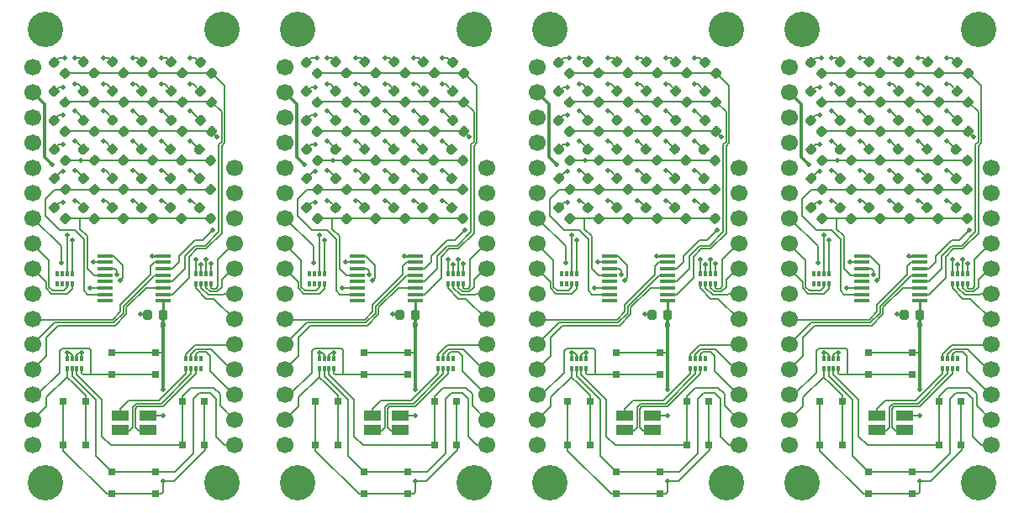
<source format=gbr>
G04 #@! TF.GenerationSoftware,KiCad,Pcbnew,(5.1.2)-1*
G04 #@! TF.CreationDate,2019-07-17T12:10:40+10:00*
G04 #@! TF.ProjectId,output.panel,6f757470-7574-42e7-9061-6e656c2e6b69,0*
G04 #@! TF.SameCoordinates,Original*
G04 #@! TF.FileFunction,Copper,L1,Top*
G04 #@! TF.FilePolarity,Positive*
%FSLAX46Y46*%
G04 Gerber Fmt 4.6, Leading zero omitted, Abs format (unit mm)*
G04 Created by KiCad (PCBNEW (5.1.2)-1) date 2019-07-17 12:10:40*
%MOMM*%
%LPD*%
G04 APERTURE LIST*
%ADD10R,0.400000X0.500000*%
%ADD11R,0.300000X0.500000*%
%ADD12C,0.100000*%
%ADD13C,0.875000*%
%ADD14R,1.500000X0.450000*%
%ADD15R,0.700000X0.800000*%
%ADD16R,0.800000X0.700000*%
%ADD17R,1.700000X1.100000*%
%ADD18C,3.556000*%
%ADD19C,1.700000*%
%ADD20C,0.500000*%
%ADD21C,0.600000*%
%ADD22C,0.250000*%
%ADD23C,0.150000*%
%ADD24C,0.300000*%
G04 APERTURE END LIST*
D10*
X193400000Y-101575000D03*
D11*
X194400000Y-101575000D03*
X193900000Y-101575000D03*
D10*
X194900000Y-101575000D03*
D11*
X193900000Y-100575000D03*
D10*
X193400000Y-100575000D03*
D11*
X194400000Y-100575000D03*
D10*
X194900000Y-100575000D03*
X168000000Y-101575000D03*
D11*
X169000000Y-101575000D03*
X168500000Y-101575000D03*
D10*
X169500000Y-101575000D03*
D11*
X168500000Y-100575000D03*
D10*
X168000000Y-100575000D03*
D11*
X169000000Y-100575000D03*
D10*
X169500000Y-100575000D03*
X142600000Y-101575000D03*
D11*
X143600000Y-101575000D03*
X143100000Y-101575000D03*
D10*
X144100000Y-101575000D03*
D11*
X143100000Y-100575000D03*
D10*
X142600000Y-100575000D03*
D11*
X143600000Y-100575000D03*
D10*
X144100000Y-100575000D03*
X179400000Y-101575000D03*
D11*
X180400000Y-101575000D03*
X179900000Y-101575000D03*
D10*
X180900000Y-101575000D03*
D11*
X179900000Y-100575000D03*
D10*
X179400000Y-100575000D03*
D11*
X180400000Y-100575000D03*
D10*
X180900000Y-100575000D03*
X154000000Y-101575000D03*
D11*
X155000000Y-101575000D03*
X154500000Y-101575000D03*
D10*
X155500000Y-101575000D03*
D11*
X154500000Y-100575000D03*
D10*
X154000000Y-100575000D03*
D11*
X155000000Y-100575000D03*
D10*
X155500000Y-100575000D03*
X128600000Y-101575000D03*
D11*
X129600000Y-101575000D03*
X129100000Y-101575000D03*
D10*
X130100000Y-101575000D03*
D11*
X129100000Y-100575000D03*
D10*
X128600000Y-100575000D03*
D11*
X129600000Y-100575000D03*
D10*
X130100000Y-100575000D03*
X193900000Y-109175000D03*
D11*
X192900000Y-109175000D03*
X193400000Y-109175000D03*
D10*
X192400000Y-109175000D03*
D11*
X193400000Y-110175000D03*
D10*
X193900000Y-110175000D03*
D11*
X192900000Y-110175000D03*
D10*
X192400000Y-110175000D03*
X168500000Y-109175000D03*
D11*
X167500000Y-109175000D03*
X168000000Y-109175000D03*
D10*
X167000000Y-109175000D03*
D11*
X168000000Y-110175000D03*
D10*
X168500000Y-110175000D03*
D11*
X167500000Y-110175000D03*
D10*
X167000000Y-110175000D03*
X143100000Y-109175000D03*
D11*
X142100000Y-109175000D03*
X142600000Y-109175000D03*
D10*
X141600000Y-109175000D03*
D11*
X142600000Y-110175000D03*
D10*
X143100000Y-110175000D03*
D11*
X142100000Y-110175000D03*
D10*
X141600000Y-110175000D03*
D12*
G36*
X193791111Y-87504580D02*
G01*
X193812346Y-87507730D01*
X193833170Y-87512946D01*
X193853382Y-87520178D01*
X193872788Y-87529357D01*
X193891201Y-87540393D01*
X193908444Y-87553181D01*
X193924350Y-87567597D01*
X194233709Y-87876956D01*
X194248125Y-87892862D01*
X194260913Y-87910105D01*
X194271949Y-87928518D01*
X194281128Y-87947924D01*
X194288360Y-87968136D01*
X194293576Y-87988960D01*
X194296726Y-88010195D01*
X194297779Y-88031636D01*
X194296726Y-88053077D01*
X194293576Y-88074312D01*
X194288360Y-88095136D01*
X194281128Y-88115348D01*
X194271949Y-88134754D01*
X194260913Y-88153167D01*
X194248125Y-88170410D01*
X194233709Y-88186316D01*
X193871316Y-88548709D01*
X193855410Y-88563125D01*
X193838167Y-88575913D01*
X193819754Y-88586949D01*
X193800348Y-88596128D01*
X193780136Y-88603360D01*
X193759312Y-88608576D01*
X193738077Y-88611726D01*
X193716636Y-88612779D01*
X193695195Y-88611726D01*
X193673960Y-88608576D01*
X193653136Y-88603360D01*
X193632924Y-88596128D01*
X193613518Y-88586949D01*
X193595105Y-88575913D01*
X193577862Y-88563125D01*
X193561956Y-88548709D01*
X193252597Y-88239350D01*
X193238181Y-88223444D01*
X193225393Y-88206201D01*
X193214357Y-88187788D01*
X193205178Y-88168382D01*
X193197946Y-88148170D01*
X193192730Y-88127346D01*
X193189580Y-88106111D01*
X193188527Y-88084670D01*
X193189580Y-88063229D01*
X193192730Y-88041994D01*
X193197946Y-88021170D01*
X193205178Y-88000958D01*
X193214357Y-87981552D01*
X193225393Y-87963139D01*
X193238181Y-87945896D01*
X193252597Y-87929990D01*
X193614990Y-87567597D01*
X193630896Y-87553181D01*
X193648139Y-87540393D01*
X193666552Y-87529357D01*
X193685958Y-87520178D01*
X193706170Y-87512946D01*
X193726994Y-87507730D01*
X193748229Y-87504580D01*
X193769670Y-87503527D01*
X193791111Y-87504580D01*
X193791111Y-87504580D01*
G37*
D13*
X193743153Y-88058153D03*
D12*
G36*
X194904805Y-88618274D02*
G01*
X194926040Y-88621424D01*
X194946864Y-88626640D01*
X194967076Y-88633872D01*
X194986482Y-88643051D01*
X195004895Y-88654087D01*
X195022138Y-88666875D01*
X195038044Y-88681291D01*
X195347403Y-88990650D01*
X195361819Y-89006556D01*
X195374607Y-89023799D01*
X195385643Y-89042212D01*
X195394822Y-89061618D01*
X195402054Y-89081830D01*
X195407270Y-89102654D01*
X195410420Y-89123889D01*
X195411473Y-89145330D01*
X195410420Y-89166771D01*
X195407270Y-89188006D01*
X195402054Y-89208830D01*
X195394822Y-89229042D01*
X195385643Y-89248448D01*
X195374607Y-89266861D01*
X195361819Y-89284104D01*
X195347403Y-89300010D01*
X194985010Y-89662403D01*
X194969104Y-89676819D01*
X194951861Y-89689607D01*
X194933448Y-89700643D01*
X194914042Y-89709822D01*
X194893830Y-89717054D01*
X194873006Y-89722270D01*
X194851771Y-89725420D01*
X194830330Y-89726473D01*
X194808889Y-89725420D01*
X194787654Y-89722270D01*
X194766830Y-89717054D01*
X194746618Y-89709822D01*
X194727212Y-89700643D01*
X194708799Y-89689607D01*
X194691556Y-89676819D01*
X194675650Y-89662403D01*
X194366291Y-89353044D01*
X194351875Y-89337138D01*
X194339087Y-89319895D01*
X194328051Y-89301482D01*
X194318872Y-89282076D01*
X194311640Y-89261864D01*
X194306424Y-89241040D01*
X194303274Y-89219805D01*
X194302221Y-89198364D01*
X194303274Y-89176923D01*
X194306424Y-89155688D01*
X194311640Y-89134864D01*
X194318872Y-89114652D01*
X194328051Y-89095246D01*
X194339087Y-89076833D01*
X194351875Y-89059590D01*
X194366291Y-89043684D01*
X194728684Y-88681291D01*
X194744590Y-88666875D01*
X194761833Y-88654087D01*
X194780246Y-88643051D01*
X194799652Y-88633872D01*
X194819864Y-88626640D01*
X194840688Y-88621424D01*
X194861923Y-88618274D01*
X194883364Y-88617221D01*
X194904805Y-88618274D01*
X194904805Y-88618274D01*
G37*
D13*
X194856847Y-89171847D03*
D12*
G36*
X168391111Y-87504580D02*
G01*
X168412346Y-87507730D01*
X168433170Y-87512946D01*
X168453382Y-87520178D01*
X168472788Y-87529357D01*
X168491201Y-87540393D01*
X168508444Y-87553181D01*
X168524350Y-87567597D01*
X168833709Y-87876956D01*
X168848125Y-87892862D01*
X168860913Y-87910105D01*
X168871949Y-87928518D01*
X168881128Y-87947924D01*
X168888360Y-87968136D01*
X168893576Y-87988960D01*
X168896726Y-88010195D01*
X168897779Y-88031636D01*
X168896726Y-88053077D01*
X168893576Y-88074312D01*
X168888360Y-88095136D01*
X168881128Y-88115348D01*
X168871949Y-88134754D01*
X168860913Y-88153167D01*
X168848125Y-88170410D01*
X168833709Y-88186316D01*
X168471316Y-88548709D01*
X168455410Y-88563125D01*
X168438167Y-88575913D01*
X168419754Y-88586949D01*
X168400348Y-88596128D01*
X168380136Y-88603360D01*
X168359312Y-88608576D01*
X168338077Y-88611726D01*
X168316636Y-88612779D01*
X168295195Y-88611726D01*
X168273960Y-88608576D01*
X168253136Y-88603360D01*
X168232924Y-88596128D01*
X168213518Y-88586949D01*
X168195105Y-88575913D01*
X168177862Y-88563125D01*
X168161956Y-88548709D01*
X167852597Y-88239350D01*
X167838181Y-88223444D01*
X167825393Y-88206201D01*
X167814357Y-88187788D01*
X167805178Y-88168382D01*
X167797946Y-88148170D01*
X167792730Y-88127346D01*
X167789580Y-88106111D01*
X167788527Y-88084670D01*
X167789580Y-88063229D01*
X167792730Y-88041994D01*
X167797946Y-88021170D01*
X167805178Y-88000958D01*
X167814357Y-87981552D01*
X167825393Y-87963139D01*
X167838181Y-87945896D01*
X167852597Y-87929990D01*
X168214990Y-87567597D01*
X168230896Y-87553181D01*
X168248139Y-87540393D01*
X168266552Y-87529357D01*
X168285958Y-87520178D01*
X168306170Y-87512946D01*
X168326994Y-87507730D01*
X168348229Y-87504580D01*
X168369670Y-87503527D01*
X168391111Y-87504580D01*
X168391111Y-87504580D01*
G37*
D13*
X168343153Y-88058153D03*
D12*
G36*
X169504805Y-88618274D02*
G01*
X169526040Y-88621424D01*
X169546864Y-88626640D01*
X169567076Y-88633872D01*
X169586482Y-88643051D01*
X169604895Y-88654087D01*
X169622138Y-88666875D01*
X169638044Y-88681291D01*
X169947403Y-88990650D01*
X169961819Y-89006556D01*
X169974607Y-89023799D01*
X169985643Y-89042212D01*
X169994822Y-89061618D01*
X170002054Y-89081830D01*
X170007270Y-89102654D01*
X170010420Y-89123889D01*
X170011473Y-89145330D01*
X170010420Y-89166771D01*
X170007270Y-89188006D01*
X170002054Y-89208830D01*
X169994822Y-89229042D01*
X169985643Y-89248448D01*
X169974607Y-89266861D01*
X169961819Y-89284104D01*
X169947403Y-89300010D01*
X169585010Y-89662403D01*
X169569104Y-89676819D01*
X169551861Y-89689607D01*
X169533448Y-89700643D01*
X169514042Y-89709822D01*
X169493830Y-89717054D01*
X169473006Y-89722270D01*
X169451771Y-89725420D01*
X169430330Y-89726473D01*
X169408889Y-89725420D01*
X169387654Y-89722270D01*
X169366830Y-89717054D01*
X169346618Y-89709822D01*
X169327212Y-89700643D01*
X169308799Y-89689607D01*
X169291556Y-89676819D01*
X169275650Y-89662403D01*
X168966291Y-89353044D01*
X168951875Y-89337138D01*
X168939087Y-89319895D01*
X168928051Y-89301482D01*
X168918872Y-89282076D01*
X168911640Y-89261864D01*
X168906424Y-89241040D01*
X168903274Y-89219805D01*
X168902221Y-89198364D01*
X168903274Y-89176923D01*
X168906424Y-89155688D01*
X168911640Y-89134864D01*
X168918872Y-89114652D01*
X168928051Y-89095246D01*
X168939087Y-89076833D01*
X168951875Y-89059590D01*
X168966291Y-89043684D01*
X169328684Y-88681291D01*
X169344590Y-88666875D01*
X169361833Y-88654087D01*
X169380246Y-88643051D01*
X169399652Y-88633872D01*
X169419864Y-88626640D01*
X169440688Y-88621424D01*
X169461923Y-88618274D01*
X169483364Y-88617221D01*
X169504805Y-88618274D01*
X169504805Y-88618274D01*
G37*
D13*
X169456847Y-89171847D03*
D12*
G36*
X142991111Y-87504580D02*
G01*
X143012346Y-87507730D01*
X143033170Y-87512946D01*
X143053382Y-87520178D01*
X143072788Y-87529357D01*
X143091201Y-87540393D01*
X143108444Y-87553181D01*
X143124350Y-87567597D01*
X143433709Y-87876956D01*
X143448125Y-87892862D01*
X143460913Y-87910105D01*
X143471949Y-87928518D01*
X143481128Y-87947924D01*
X143488360Y-87968136D01*
X143493576Y-87988960D01*
X143496726Y-88010195D01*
X143497779Y-88031636D01*
X143496726Y-88053077D01*
X143493576Y-88074312D01*
X143488360Y-88095136D01*
X143481128Y-88115348D01*
X143471949Y-88134754D01*
X143460913Y-88153167D01*
X143448125Y-88170410D01*
X143433709Y-88186316D01*
X143071316Y-88548709D01*
X143055410Y-88563125D01*
X143038167Y-88575913D01*
X143019754Y-88586949D01*
X143000348Y-88596128D01*
X142980136Y-88603360D01*
X142959312Y-88608576D01*
X142938077Y-88611726D01*
X142916636Y-88612779D01*
X142895195Y-88611726D01*
X142873960Y-88608576D01*
X142853136Y-88603360D01*
X142832924Y-88596128D01*
X142813518Y-88586949D01*
X142795105Y-88575913D01*
X142777862Y-88563125D01*
X142761956Y-88548709D01*
X142452597Y-88239350D01*
X142438181Y-88223444D01*
X142425393Y-88206201D01*
X142414357Y-88187788D01*
X142405178Y-88168382D01*
X142397946Y-88148170D01*
X142392730Y-88127346D01*
X142389580Y-88106111D01*
X142388527Y-88084670D01*
X142389580Y-88063229D01*
X142392730Y-88041994D01*
X142397946Y-88021170D01*
X142405178Y-88000958D01*
X142414357Y-87981552D01*
X142425393Y-87963139D01*
X142438181Y-87945896D01*
X142452597Y-87929990D01*
X142814990Y-87567597D01*
X142830896Y-87553181D01*
X142848139Y-87540393D01*
X142866552Y-87529357D01*
X142885958Y-87520178D01*
X142906170Y-87512946D01*
X142926994Y-87507730D01*
X142948229Y-87504580D01*
X142969670Y-87503527D01*
X142991111Y-87504580D01*
X142991111Y-87504580D01*
G37*
D13*
X142943153Y-88058153D03*
D12*
G36*
X144104805Y-88618274D02*
G01*
X144126040Y-88621424D01*
X144146864Y-88626640D01*
X144167076Y-88633872D01*
X144186482Y-88643051D01*
X144204895Y-88654087D01*
X144222138Y-88666875D01*
X144238044Y-88681291D01*
X144547403Y-88990650D01*
X144561819Y-89006556D01*
X144574607Y-89023799D01*
X144585643Y-89042212D01*
X144594822Y-89061618D01*
X144602054Y-89081830D01*
X144607270Y-89102654D01*
X144610420Y-89123889D01*
X144611473Y-89145330D01*
X144610420Y-89166771D01*
X144607270Y-89188006D01*
X144602054Y-89208830D01*
X144594822Y-89229042D01*
X144585643Y-89248448D01*
X144574607Y-89266861D01*
X144561819Y-89284104D01*
X144547403Y-89300010D01*
X144185010Y-89662403D01*
X144169104Y-89676819D01*
X144151861Y-89689607D01*
X144133448Y-89700643D01*
X144114042Y-89709822D01*
X144093830Y-89717054D01*
X144073006Y-89722270D01*
X144051771Y-89725420D01*
X144030330Y-89726473D01*
X144008889Y-89725420D01*
X143987654Y-89722270D01*
X143966830Y-89717054D01*
X143946618Y-89709822D01*
X143927212Y-89700643D01*
X143908799Y-89689607D01*
X143891556Y-89676819D01*
X143875650Y-89662403D01*
X143566291Y-89353044D01*
X143551875Y-89337138D01*
X143539087Y-89319895D01*
X143528051Y-89301482D01*
X143518872Y-89282076D01*
X143511640Y-89261864D01*
X143506424Y-89241040D01*
X143503274Y-89219805D01*
X143502221Y-89198364D01*
X143503274Y-89176923D01*
X143506424Y-89155688D01*
X143511640Y-89134864D01*
X143518872Y-89114652D01*
X143528051Y-89095246D01*
X143539087Y-89076833D01*
X143551875Y-89059590D01*
X143566291Y-89043684D01*
X143928684Y-88681291D01*
X143944590Y-88666875D01*
X143961833Y-88654087D01*
X143980246Y-88643051D01*
X143999652Y-88633872D01*
X144019864Y-88626640D01*
X144040688Y-88621424D01*
X144061923Y-88618274D01*
X144083364Y-88617221D01*
X144104805Y-88618274D01*
X144104805Y-88618274D01*
G37*
D13*
X144056847Y-89171847D03*
D12*
G36*
X190327691Y-104276053D02*
G01*
X190348926Y-104279203D01*
X190369750Y-104284419D01*
X190389962Y-104291651D01*
X190409368Y-104300830D01*
X190427781Y-104311866D01*
X190445024Y-104324654D01*
X190460930Y-104339070D01*
X190475346Y-104354976D01*
X190488134Y-104372219D01*
X190499170Y-104390632D01*
X190508349Y-104410038D01*
X190515581Y-104430250D01*
X190520797Y-104451074D01*
X190523947Y-104472309D01*
X190525000Y-104493750D01*
X190525000Y-105006250D01*
X190523947Y-105027691D01*
X190520797Y-105048926D01*
X190515581Y-105069750D01*
X190508349Y-105089962D01*
X190499170Y-105109368D01*
X190488134Y-105127781D01*
X190475346Y-105145024D01*
X190460930Y-105160930D01*
X190445024Y-105175346D01*
X190427781Y-105188134D01*
X190409368Y-105199170D01*
X190389962Y-105208349D01*
X190369750Y-105215581D01*
X190348926Y-105220797D01*
X190327691Y-105223947D01*
X190306250Y-105225000D01*
X189868750Y-105225000D01*
X189847309Y-105223947D01*
X189826074Y-105220797D01*
X189805250Y-105215581D01*
X189785038Y-105208349D01*
X189765632Y-105199170D01*
X189747219Y-105188134D01*
X189729976Y-105175346D01*
X189714070Y-105160930D01*
X189699654Y-105145024D01*
X189686866Y-105127781D01*
X189675830Y-105109368D01*
X189666651Y-105089962D01*
X189659419Y-105069750D01*
X189654203Y-105048926D01*
X189651053Y-105027691D01*
X189650000Y-105006250D01*
X189650000Y-104493750D01*
X189651053Y-104472309D01*
X189654203Y-104451074D01*
X189659419Y-104430250D01*
X189666651Y-104410038D01*
X189675830Y-104390632D01*
X189686866Y-104372219D01*
X189699654Y-104354976D01*
X189714070Y-104339070D01*
X189729976Y-104324654D01*
X189747219Y-104311866D01*
X189765632Y-104300830D01*
X189785038Y-104291651D01*
X189805250Y-104284419D01*
X189826074Y-104279203D01*
X189847309Y-104276053D01*
X189868750Y-104275000D01*
X190306250Y-104275000D01*
X190327691Y-104276053D01*
X190327691Y-104276053D01*
G37*
D13*
X190087500Y-104750000D03*
D12*
G36*
X188752691Y-104276053D02*
G01*
X188773926Y-104279203D01*
X188794750Y-104284419D01*
X188814962Y-104291651D01*
X188834368Y-104300830D01*
X188852781Y-104311866D01*
X188870024Y-104324654D01*
X188885930Y-104339070D01*
X188900346Y-104354976D01*
X188913134Y-104372219D01*
X188924170Y-104390632D01*
X188933349Y-104410038D01*
X188940581Y-104430250D01*
X188945797Y-104451074D01*
X188948947Y-104472309D01*
X188950000Y-104493750D01*
X188950000Y-105006250D01*
X188948947Y-105027691D01*
X188945797Y-105048926D01*
X188940581Y-105069750D01*
X188933349Y-105089962D01*
X188924170Y-105109368D01*
X188913134Y-105127781D01*
X188900346Y-105145024D01*
X188885930Y-105160930D01*
X188870024Y-105175346D01*
X188852781Y-105188134D01*
X188834368Y-105199170D01*
X188814962Y-105208349D01*
X188794750Y-105215581D01*
X188773926Y-105220797D01*
X188752691Y-105223947D01*
X188731250Y-105225000D01*
X188293750Y-105225000D01*
X188272309Y-105223947D01*
X188251074Y-105220797D01*
X188230250Y-105215581D01*
X188210038Y-105208349D01*
X188190632Y-105199170D01*
X188172219Y-105188134D01*
X188154976Y-105175346D01*
X188139070Y-105160930D01*
X188124654Y-105145024D01*
X188111866Y-105127781D01*
X188100830Y-105109368D01*
X188091651Y-105089962D01*
X188084419Y-105069750D01*
X188079203Y-105048926D01*
X188076053Y-105027691D01*
X188075000Y-105006250D01*
X188075000Y-104493750D01*
X188076053Y-104472309D01*
X188079203Y-104451074D01*
X188084419Y-104430250D01*
X188091651Y-104410038D01*
X188100830Y-104390632D01*
X188111866Y-104372219D01*
X188124654Y-104354976D01*
X188139070Y-104339070D01*
X188154976Y-104324654D01*
X188172219Y-104311866D01*
X188190632Y-104300830D01*
X188210038Y-104291651D01*
X188230250Y-104284419D01*
X188251074Y-104279203D01*
X188272309Y-104276053D01*
X188293750Y-104275000D01*
X188731250Y-104275000D01*
X188752691Y-104276053D01*
X188752691Y-104276053D01*
G37*
D13*
X188512500Y-104750000D03*
D12*
G36*
X164927691Y-104276053D02*
G01*
X164948926Y-104279203D01*
X164969750Y-104284419D01*
X164989962Y-104291651D01*
X165009368Y-104300830D01*
X165027781Y-104311866D01*
X165045024Y-104324654D01*
X165060930Y-104339070D01*
X165075346Y-104354976D01*
X165088134Y-104372219D01*
X165099170Y-104390632D01*
X165108349Y-104410038D01*
X165115581Y-104430250D01*
X165120797Y-104451074D01*
X165123947Y-104472309D01*
X165125000Y-104493750D01*
X165125000Y-105006250D01*
X165123947Y-105027691D01*
X165120797Y-105048926D01*
X165115581Y-105069750D01*
X165108349Y-105089962D01*
X165099170Y-105109368D01*
X165088134Y-105127781D01*
X165075346Y-105145024D01*
X165060930Y-105160930D01*
X165045024Y-105175346D01*
X165027781Y-105188134D01*
X165009368Y-105199170D01*
X164989962Y-105208349D01*
X164969750Y-105215581D01*
X164948926Y-105220797D01*
X164927691Y-105223947D01*
X164906250Y-105225000D01*
X164468750Y-105225000D01*
X164447309Y-105223947D01*
X164426074Y-105220797D01*
X164405250Y-105215581D01*
X164385038Y-105208349D01*
X164365632Y-105199170D01*
X164347219Y-105188134D01*
X164329976Y-105175346D01*
X164314070Y-105160930D01*
X164299654Y-105145024D01*
X164286866Y-105127781D01*
X164275830Y-105109368D01*
X164266651Y-105089962D01*
X164259419Y-105069750D01*
X164254203Y-105048926D01*
X164251053Y-105027691D01*
X164250000Y-105006250D01*
X164250000Y-104493750D01*
X164251053Y-104472309D01*
X164254203Y-104451074D01*
X164259419Y-104430250D01*
X164266651Y-104410038D01*
X164275830Y-104390632D01*
X164286866Y-104372219D01*
X164299654Y-104354976D01*
X164314070Y-104339070D01*
X164329976Y-104324654D01*
X164347219Y-104311866D01*
X164365632Y-104300830D01*
X164385038Y-104291651D01*
X164405250Y-104284419D01*
X164426074Y-104279203D01*
X164447309Y-104276053D01*
X164468750Y-104275000D01*
X164906250Y-104275000D01*
X164927691Y-104276053D01*
X164927691Y-104276053D01*
G37*
D13*
X164687500Y-104750000D03*
D12*
G36*
X163352691Y-104276053D02*
G01*
X163373926Y-104279203D01*
X163394750Y-104284419D01*
X163414962Y-104291651D01*
X163434368Y-104300830D01*
X163452781Y-104311866D01*
X163470024Y-104324654D01*
X163485930Y-104339070D01*
X163500346Y-104354976D01*
X163513134Y-104372219D01*
X163524170Y-104390632D01*
X163533349Y-104410038D01*
X163540581Y-104430250D01*
X163545797Y-104451074D01*
X163548947Y-104472309D01*
X163550000Y-104493750D01*
X163550000Y-105006250D01*
X163548947Y-105027691D01*
X163545797Y-105048926D01*
X163540581Y-105069750D01*
X163533349Y-105089962D01*
X163524170Y-105109368D01*
X163513134Y-105127781D01*
X163500346Y-105145024D01*
X163485930Y-105160930D01*
X163470024Y-105175346D01*
X163452781Y-105188134D01*
X163434368Y-105199170D01*
X163414962Y-105208349D01*
X163394750Y-105215581D01*
X163373926Y-105220797D01*
X163352691Y-105223947D01*
X163331250Y-105225000D01*
X162893750Y-105225000D01*
X162872309Y-105223947D01*
X162851074Y-105220797D01*
X162830250Y-105215581D01*
X162810038Y-105208349D01*
X162790632Y-105199170D01*
X162772219Y-105188134D01*
X162754976Y-105175346D01*
X162739070Y-105160930D01*
X162724654Y-105145024D01*
X162711866Y-105127781D01*
X162700830Y-105109368D01*
X162691651Y-105089962D01*
X162684419Y-105069750D01*
X162679203Y-105048926D01*
X162676053Y-105027691D01*
X162675000Y-105006250D01*
X162675000Y-104493750D01*
X162676053Y-104472309D01*
X162679203Y-104451074D01*
X162684419Y-104430250D01*
X162691651Y-104410038D01*
X162700830Y-104390632D01*
X162711866Y-104372219D01*
X162724654Y-104354976D01*
X162739070Y-104339070D01*
X162754976Y-104324654D01*
X162772219Y-104311866D01*
X162790632Y-104300830D01*
X162810038Y-104291651D01*
X162830250Y-104284419D01*
X162851074Y-104279203D01*
X162872309Y-104276053D01*
X162893750Y-104275000D01*
X163331250Y-104275000D01*
X163352691Y-104276053D01*
X163352691Y-104276053D01*
G37*
D13*
X163112500Y-104750000D03*
D12*
G36*
X139527691Y-104276053D02*
G01*
X139548926Y-104279203D01*
X139569750Y-104284419D01*
X139589962Y-104291651D01*
X139609368Y-104300830D01*
X139627781Y-104311866D01*
X139645024Y-104324654D01*
X139660930Y-104339070D01*
X139675346Y-104354976D01*
X139688134Y-104372219D01*
X139699170Y-104390632D01*
X139708349Y-104410038D01*
X139715581Y-104430250D01*
X139720797Y-104451074D01*
X139723947Y-104472309D01*
X139725000Y-104493750D01*
X139725000Y-105006250D01*
X139723947Y-105027691D01*
X139720797Y-105048926D01*
X139715581Y-105069750D01*
X139708349Y-105089962D01*
X139699170Y-105109368D01*
X139688134Y-105127781D01*
X139675346Y-105145024D01*
X139660930Y-105160930D01*
X139645024Y-105175346D01*
X139627781Y-105188134D01*
X139609368Y-105199170D01*
X139589962Y-105208349D01*
X139569750Y-105215581D01*
X139548926Y-105220797D01*
X139527691Y-105223947D01*
X139506250Y-105225000D01*
X139068750Y-105225000D01*
X139047309Y-105223947D01*
X139026074Y-105220797D01*
X139005250Y-105215581D01*
X138985038Y-105208349D01*
X138965632Y-105199170D01*
X138947219Y-105188134D01*
X138929976Y-105175346D01*
X138914070Y-105160930D01*
X138899654Y-105145024D01*
X138886866Y-105127781D01*
X138875830Y-105109368D01*
X138866651Y-105089962D01*
X138859419Y-105069750D01*
X138854203Y-105048926D01*
X138851053Y-105027691D01*
X138850000Y-105006250D01*
X138850000Y-104493750D01*
X138851053Y-104472309D01*
X138854203Y-104451074D01*
X138859419Y-104430250D01*
X138866651Y-104410038D01*
X138875830Y-104390632D01*
X138886866Y-104372219D01*
X138899654Y-104354976D01*
X138914070Y-104339070D01*
X138929976Y-104324654D01*
X138947219Y-104311866D01*
X138965632Y-104300830D01*
X138985038Y-104291651D01*
X139005250Y-104284419D01*
X139026074Y-104279203D01*
X139047309Y-104276053D01*
X139068750Y-104275000D01*
X139506250Y-104275000D01*
X139527691Y-104276053D01*
X139527691Y-104276053D01*
G37*
D13*
X139287500Y-104750000D03*
D12*
G36*
X137952691Y-104276053D02*
G01*
X137973926Y-104279203D01*
X137994750Y-104284419D01*
X138014962Y-104291651D01*
X138034368Y-104300830D01*
X138052781Y-104311866D01*
X138070024Y-104324654D01*
X138085930Y-104339070D01*
X138100346Y-104354976D01*
X138113134Y-104372219D01*
X138124170Y-104390632D01*
X138133349Y-104410038D01*
X138140581Y-104430250D01*
X138145797Y-104451074D01*
X138148947Y-104472309D01*
X138150000Y-104493750D01*
X138150000Y-105006250D01*
X138148947Y-105027691D01*
X138145797Y-105048926D01*
X138140581Y-105069750D01*
X138133349Y-105089962D01*
X138124170Y-105109368D01*
X138113134Y-105127781D01*
X138100346Y-105145024D01*
X138085930Y-105160930D01*
X138070024Y-105175346D01*
X138052781Y-105188134D01*
X138034368Y-105199170D01*
X138014962Y-105208349D01*
X137994750Y-105215581D01*
X137973926Y-105220797D01*
X137952691Y-105223947D01*
X137931250Y-105225000D01*
X137493750Y-105225000D01*
X137472309Y-105223947D01*
X137451074Y-105220797D01*
X137430250Y-105215581D01*
X137410038Y-105208349D01*
X137390632Y-105199170D01*
X137372219Y-105188134D01*
X137354976Y-105175346D01*
X137339070Y-105160930D01*
X137324654Y-105145024D01*
X137311866Y-105127781D01*
X137300830Y-105109368D01*
X137291651Y-105089962D01*
X137284419Y-105069750D01*
X137279203Y-105048926D01*
X137276053Y-105027691D01*
X137275000Y-105006250D01*
X137275000Y-104493750D01*
X137276053Y-104472309D01*
X137279203Y-104451074D01*
X137284419Y-104430250D01*
X137291651Y-104410038D01*
X137300830Y-104390632D01*
X137311866Y-104372219D01*
X137324654Y-104354976D01*
X137339070Y-104339070D01*
X137354976Y-104324654D01*
X137372219Y-104311866D01*
X137390632Y-104300830D01*
X137410038Y-104291651D01*
X137430250Y-104284419D01*
X137451074Y-104279203D01*
X137472309Y-104276053D01*
X137493750Y-104275000D01*
X137931250Y-104275000D01*
X137952691Y-104276053D01*
X137952691Y-104276053D01*
G37*
D13*
X137712500Y-104750000D03*
D14*
X190100000Y-103350000D03*
X190100000Y-102700000D03*
X190100000Y-102050000D03*
X190100000Y-101400000D03*
X190100000Y-100750000D03*
X190100000Y-100100000D03*
X190100000Y-99450000D03*
X190100000Y-98800000D03*
X184200000Y-98800000D03*
X184200000Y-99450000D03*
X184200000Y-100100000D03*
X184200000Y-100750000D03*
X184200000Y-101400000D03*
X184200000Y-102050000D03*
X184200000Y-102700000D03*
X184200000Y-103350000D03*
X164700000Y-103350000D03*
X164700000Y-102700000D03*
X164700000Y-102050000D03*
X164700000Y-101400000D03*
X164700000Y-100750000D03*
X164700000Y-100100000D03*
X164700000Y-99450000D03*
X164700000Y-98800000D03*
X158800000Y-98800000D03*
X158800000Y-99450000D03*
X158800000Y-100100000D03*
X158800000Y-100750000D03*
X158800000Y-101400000D03*
X158800000Y-102050000D03*
X158800000Y-102700000D03*
X158800000Y-103350000D03*
X139300000Y-103350000D03*
X139300000Y-102700000D03*
X139300000Y-102050000D03*
X139300000Y-101400000D03*
X139300000Y-100750000D03*
X139300000Y-100100000D03*
X139300000Y-99450000D03*
X139300000Y-98800000D03*
X133400000Y-98800000D03*
X133400000Y-99450000D03*
X133400000Y-100100000D03*
X133400000Y-100750000D03*
X133400000Y-101400000D03*
X133400000Y-102050000D03*
X133400000Y-102700000D03*
X133400000Y-103350000D03*
D12*
G36*
X193891111Y-78714580D02*
G01*
X193912346Y-78717730D01*
X193933170Y-78722946D01*
X193953382Y-78730178D01*
X193972788Y-78739357D01*
X193991201Y-78750393D01*
X194008444Y-78763181D01*
X194024350Y-78777597D01*
X194333709Y-79086956D01*
X194348125Y-79102862D01*
X194360913Y-79120105D01*
X194371949Y-79138518D01*
X194381128Y-79157924D01*
X194388360Y-79178136D01*
X194393576Y-79198960D01*
X194396726Y-79220195D01*
X194397779Y-79241636D01*
X194396726Y-79263077D01*
X194393576Y-79284312D01*
X194388360Y-79305136D01*
X194381128Y-79325348D01*
X194371949Y-79344754D01*
X194360913Y-79363167D01*
X194348125Y-79380410D01*
X194333709Y-79396316D01*
X193971316Y-79758709D01*
X193955410Y-79773125D01*
X193938167Y-79785913D01*
X193919754Y-79796949D01*
X193900348Y-79806128D01*
X193880136Y-79813360D01*
X193859312Y-79818576D01*
X193838077Y-79821726D01*
X193816636Y-79822779D01*
X193795195Y-79821726D01*
X193773960Y-79818576D01*
X193753136Y-79813360D01*
X193732924Y-79806128D01*
X193713518Y-79796949D01*
X193695105Y-79785913D01*
X193677862Y-79773125D01*
X193661956Y-79758709D01*
X193352597Y-79449350D01*
X193338181Y-79433444D01*
X193325393Y-79416201D01*
X193314357Y-79397788D01*
X193305178Y-79378382D01*
X193297946Y-79358170D01*
X193292730Y-79337346D01*
X193289580Y-79316111D01*
X193288527Y-79294670D01*
X193289580Y-79273229D01*
X193292730Y-79251994D01*
X193297946Y-79231170D01*
X193305178Y-79210958D01*
X193314357Y-79191552D01*
X193325393Y-79173139D01*
X193338181Y-79155896D01*
X193352597Y-79139990D01*
X193714990Y-78777597D01*
X193730896Y-78763181D01*
X193748139Y-78750393D01*
X193766552Y-78739357D01*
X193785958Y-78730178D01*
X193806170Y-78722946D01*
X193826994Y-78717730D01*
X193848229Y-78714580D01*
X193869670Y-78713527D01*
X193891111Y-78714580D01*
X193891111Y-78714580D01*
G37*
D13*
X193843153Y-79268153D03*
D12*
G36*
X195004805Y-79828274D02*
G01*
X195026040Y-79831424D01*
X195046864Y-79836640D01*
X195067076Y-79843872D01*
X195086482Y-79853051D01*
X195104895Y-79864087D01*
X195122138Y-79876875D01*
X195138044Y-79891291D01*
X195447403Y-80200650D01*
X195461819Y-80216556D01*
X195474607Y-80233799D01*
X195485643Y-80252212D01*
X195494822Y-80271618D01*
X195502054Y-80291830D01*
X195507270Y-80312654D01*
X195510420Y-80333889D01*
X195511473Y-80355330D01*
X195510420Y-80376771D01*
X195507270Y-80398006D01*
X195502054Y-80418830D01*
X195494822Y-80439042D01*
X195485643Y-80458448D01*
X195474607Y-80476861D01*
X195461819Y-80494104D01*
X195447403Y-80510010D01*
X195085010Y-80872403D01*
X195069104Y-80886819D01*
X195051861Y-80899607D01*
X195033448Y-80910643D01*
X195014042Y-80919822D01*
X194993830Y-80927054D01*
X194973006Y-80932270D01*
X194951771Y-80935420D01*
X194930330Y-80936473D01*
X194908889Y-80935420D01*
X194887654Y-80932270D01*
X194866830Y-80927054D01*
X194846618Y-80919822D01*
X194827212Y-80910643D01*
X194808799Y-80899607D01*
X194791556Y-80886819D01*
X194775650Y-80872403D01*
X194466291Y-80563044D01*
X194451875Y-80547138D01*
X194439087Y-80529895D01*
X194428051Y-80511482D01*
X194418872Y-80492076D01*
X194411640Y-80471864D01*
X194406424Y-80451040D01*
X194403274Y-80429805D01*
X194402221Y-80408364D01*
X194403274Y-80386923D01*
X194406424Y-80365688D01*
X194411640Y-80344864D01*
X194418872Y-80324652D01*
X194428051Y-80305246D01*
X194439087Y-80286833D01*
X194451875Y-80269590D01*
X194466291Y-80253684D01*
X194828684Y-79891291D01*
X194844590Y-79876875D01*
X194861833Y-79864087D01*
X194880246Y-79853051D01*
X194899652Y-79843872D01*
X194919864Y-79836640D01*
X194940688Y-79831424D01*
X194961923Y-79828274D01*
X194983364Y-79827221D01*
X195004805Y-79828274D01*
X195004805Y-79828274D01*
G37*
D13*
X194956847Y-80381847D03*
D12*
G36*
X168491111Y-78714580D02*
G01*
X168512346Y-78717730D01*
X168533170Y-78722946D01*
X168553382Y-78730178D01*
X168572788Y-78739357D01*
X168591201Y-78750393D01*
X168608444Y-78763181D01*
X168624350Y-78777597D01*
X168933709Y-79086956D01*
X168948125Y-79102862D01*
X168960913Y-79120105D01*
X168971949Y-79138518D01*
X168981128Y-79157924D01*
X168988360Y-79178136D01*
X168993576Y-79198960D01*
X168996726Y-79220195D01*
X168997779Y-79241636D01*
X168996726Y-79263077D01*
X168993576Y-79284312D01*
X168988360Y-79305136D01*
X168981128Y-79325348D01*
X168971949Y-79344754D01*
X168960913Y-79363167D01*
X168948125Y-79380410D01*
X168933709Y-79396316D01*
X168571316Y-79758709D01*
X168555410Y-79773125D01*
X168538167Y-79785913D01*
X168519754Y-79796949D01*
X168500348Y-79806128D01*
X168480136Y-79813360D01*
X168459312Y-79818576D01*
X168438077Y-79821726D01*
X168416636Y-79822779D01*
X168395195Y-79821726D01*
X168373960Y-79818576D01*
X168353136Y-79813360D01*
X168332924Y-79806128D01*
X168313518Y-79796949D01*
X168295105Y-79785913D01*
X168277862Y-79773125D01*
X168261956Y-79758709D01*
X167952597Y-79449350D01*
X167938181Y-79433444D01*
X167925393Y-79416201D01*
X167914357Y-79397788D01*
X167905178Y-79378382D01*
X167897946Y-79358170D01*
X167892730Y-79337346D01*
X167889580Y-79316111D01*
X167888527Y-79294670D01*
X167889580Y-79273229D01*
X167892730Y-79251994D01*
X167897946Y-79231170D01*
X167905178Y-79210958D01*
X167914357Y-79191552D01*
X167925393Y-79173139D01*
X167938181Y-79155896D01*
X167952597Y-79139990D01*
X168314990Y-78777597D01*
X168330896Y-78763181D01*
X168348139Y-78750393D01*
X168366552Y-78739357D01*
X168385958Y-78730178D01*
X168406170Y-78722946D01*
X168426994Y-78717730D01*
X168448229Y-78714580D01*
X168469670Y-78713527D01*
X168491111Y-78714580D01*
X168491111Y-78714580D01*
G37*
D13*
X168443153Y-79268153D03*
D12*
G36*
X169604805Y-79828274D02*
G01*
X169626040Y-79831424D01*
X169646864Y-79836640D01*
X169667076Y-79843872D01*
X169686482Y-79853051D01*
X169704895Y-79864087D01*
X169722138Y-79876875D01*
X169738044Y-79891291D01*
X170047403Y-80200650D01*
X170061819Y-80216556D01*
X170074607Y-80233799D01*
X170085643Y-80252212D01*
X170094822Y-80271618D01*
X170102054Y-80291830D01*
X170107270Y-80312654D01*
X170110420Y-80333889D01*
X170111473Y-80355330D01*
X170110420Y-80376771D01*
X170107270Y-80398006D01*
X170102054Y-80418830D01*
X170094822Y-80439042D01*
X170085643Y-80458448D01*
X170074607Y-80476861D01*
X170061819Y-80494104D01*
X170047403Y-80510010D01*
X169685010Y-80872403D01*
X169669104Y-80886819D01*
X169651861Y-80899607D01*
X169633448Y-80910643D01*
X169614042Y-80919822D01*
X169593830Y-80927054D01*
X169573006Y-80932270D01*
X169551771Y-80935420D01*
X169530330Y-80936473D01*
X169508889Y-80935420D01*
X169487654Y-80932270D01*
X169466830Y-80927054D01*
X169446618Y-80919822D01*
X169427212Y-80910643D01*
X169408799Y-80899607D01*
X169391556Y-80886819D01*
X169375650Y-80872403D01*
X169066291Y-80563044D01*
X169051875Y-80547138D01*
X169039087Y-80529895D01*
X169028051Y-80511482D01*
X169018872Y-80492076D01*
X169011640Y-80471864D01*
X169006424Y-80451040D01*
X169003274Y-80429805D01*
X169002221Y-80408364D01*
X169003274Y-80386923D01*
X169006424Y-80365688D01*
X169011640Y-80344864D01*
X169018872Y-80324652D01*
X169028051Y-80305246D01*
X169039087Y-80286833D01*
X169051875Y-80269590D01*
X169066291Y-80253684D01*
X169428684Y-79891291D01*
X169444590Y-79876875D01*
X169461833Y-79864087D01*
X169480246Y-79853051D01*
X169499652Y-79843872D01*
X169519864Y-79836640D01*
X169540688Y-79831424D01*
X169561923Y-79828274D01*
X169583364Y-79827221D01*
X169604805Y-79828274D01*
X169604805Y-79828274D01*
G37*
D13*
X169556847Y-80381847D03*
D12*
G36*
X143091111Y-78714580D02*
G01*
X143112346Y-78717730D01*
X143133170Y-78722946D01*
X143153382Y-78730178D01*
X143172788Y-78739357D01*
X143191201Y-78750393D01*
X143208444Y-78763181D01*
X143224350Y-78777597D01*
X143533709Y-79086956D01*
X143548125Y-79102862D01*
X143560913Y-79120105D01*
X143571949Y-79138518D01*
X143581128Y-79157924D01*
X143588360Y-79178136D01*
X143593576Y-79198960D01*
X143596726Y-79220195D01*
X143597779Y-79241636D01*
X143596726Y-79263077D01*
X143593576Y-79284312D01*
X143588360Y-79305136D01*
X143581128Y-79325348D01*
X143571949Y-79344754D01*
X143560913Y-79363167D01*
X143548125Y-79380410D01*
X143533709Y-79396316D01*
X143171316Y-79758709D01*
X143155410Y-79773125D01*
X143138167Y-79785913D01*
X143119754Y-79796949D01*
X143100348Y-79806128D01*
X143080136Y-79813360D01*
X143059312Y-79818576D01*
X143038077Y-79821726D01*
X143016636Y-79822779D01*
X142995195Y-79821726D01*
X142973960Y-79818576D01*
X142953136Y-79813360D01*
X142932924Y-79806128D01*
X142913518Y-79796949D01*
X142895105Y-79785913D01*
X142877862Y-79773125D01*
X142861956Y-79758709D01*
X142552597Y-79449350D01*
X142538181Y-79433444D01*
X142525393Y-79416201D01*
X142514357Y-79397788D01*
X142505178Y-79378382D01*
X142497946Y-79358170D01*
X142492730Y-79337346D01*
X142489580Y-79316111D01*
X142488527Y-79294670D01*
X142489580Y-79273229D01*
X142492730Y-79251994D01*
X142497946Y-79231170D01*
X142505178Y-79210958D01*
X142514357Y-79191552D01*
X142525393Y-79173139D01*
X142538181Y-79155896D01*
X142552597Y-79139990D01*
X142914990Y-78777597D01*
X142930896Y-78763181D01*
X142948139Y-78750393D01*
X142966552Y-78739357D01*
X142985958Y-78730178D01*
X143006170Y-78722946D01*
X143026994Y-78717730D01*
X143048229Y-78714580D01*
X143069670Y-78713527D01*
X143091111Y-78714580D01*
X143091111Y-78714580D01*
G37*
D13*
X143043153Y-79268153D03*
D12*
G36*
X144204805Y-79828274D02*
G01*
X144226040Y-79831424D01*
X144246864Y-79836640D01*
X144267076Y-79843872D01*
X144286482Y-79853051D01*
X144304895Y-79864087D01*
X144322138Y-79876875D01*
X144338044Y-79891291D01*
X144647403Y-80200650D01*
X144661819Y-80216556D01*
X144674607Y-80233799D01*
X144685643Y-80252212D01*
X144694822Y-80271618D01*
X144702054Y-80291830D01*
X144707270Y-80312654D01*
X144710420Y-80333889D01*
X144711473Y-80355330D01*
X144710420Y-80376771D01*
X144707270Y-80398006D01*
X144702054Y-80418830D01*
X144694822Y-80439042D01*
X144685643Y-80458448D01*
X144674607Y-80476861D01*
X144661819Y-80494104D01*
X144647403Y-80510010D01*
X144285010Y-80872403D01*
X144269104Y-80886819D01*
X144251861Y-80899607D01*
X144233448Y-80910643D01*
X144214042Y-80919822D01*
X144193830Y-80927054D01*
X144173006Y-80932270D01*
X144151771Y-80935420D01*
X144130330Y-80936473D01*
X144108889Y-80935420D01*
X144087654Y-80932270D01*
X144066830Y-80927054D01*
X144046618Y-80919822D01*
X144027212Y-80910643D01*
X144008799Y-80899607D01*
X143991556Y-80886819D01*
X143975650Y-80872403D01*
X143666291Y-80563044D01*
X143651875Y-80547138D01*
X143639087Y-80529895D01*
X143628051Y-80511482D01*
X143618872Y-80492076D01*
X143611640Y-80471864D01*
X143606424Y-80451040D01*
X143603274Y-80429805D01*
X143602221Y-80408364D01*
X143603274Y-80386923D01*
X143606424Y-80365688D01*
X143611640Y-80344864D01*
X143618872Y-80324652D01*
X143628051Y-80305246D01*
X143639087Y-80286833D01*
X143651875Y-80269590D01*
X143666291Y-80253684D01*
X144028684Y-79891291D01*
X144044590Y-79876875D01*
X144061833Y-79864087D01*
X144080246Y-79853051D01*
X144099652Y-79843872D01*
X144119864Y-79836640D01*
X144140688Y-79831424D01*
X144161923Y-79828274D01*
X144183364Y-79827221D01*
X144204805Y-79828274D01*
X144204805Y-79828274D01*
G37*
D13*
X144156847Y-80381847D03*
D10*
X181900000Y-109175000D03*
D11*
X180900000Y-109175000D03*
X181400000Y-109175000D03*
D10*
X180400000Y-109175000D03*
D11*
X181400000Y-110175000D03*
D10*
X181900000Y-110175000D03*
D11*
X180900000Y-110175000D03*
D10*
X180400000Y-110175000D03*
X156500000Y-109175000D03*
D11*
X155500000Y-109175000D03*
X156000000Y-109175000D03*
D10*
X155000000Y-109175000D03*
D11*
X156000000Y-110175000D03*
D10*
X156500000Y-110175000D03*
D11*
X155500000Y-110175000D03*
D10*
X155000000Y-110175000D03*
X131100000Y-109175000D03*
D11*
X130100000Y-109175000D03*
X130600000Y-109175000D03*
D10*
X129600000Y-109175000D03*
D11*
X130600000Y-110175000D03*
D10*
X131100000Y-110175000D03*
D11*
X130100000Y-110175000D03*
D10*
X129600000Y-110175000D03*
D12*
G36*
X193891111Y-81644580D02*
G01*
X193912346Y-81647730D01*
X193933170Y-81652946D01*
X193953382Y-81660178D01*
X193972788Y-81669357D01*
X193991201Y-81680393D01*
X194008444Y-81693181D01*
X194024350Y-81707597D01*
X194333709Y-82016956D01*
X194348125Y-82032862D01*
X194360913Y-82050105D01*
X194371949Y-82068518D01*
X194381128Y-82087924D01*
X194388360Y-82108136D01*
X194393576Y-82128960D01*
X194396726Y-82150195D01*
X194397779Y-82171636D01*
X194396726Y-82193077D01*
X194393576Y-82214312D01*
X194388360Y-82235136D01*
X194381128Y-82255348D01*
X194371949Y-82274754D01*
X194360913Y-82293167D01*
X194348125Y-82310410D01*
X194333709Y-82326316D01*
X193971316Y-82688709D01*
X193955410Y-82703125D01*
X193938167Y-82715913D01*
X193919754Y-82726949D01*
X193900348Y-82736128D01*
X193880136Y-82743360D01*
X193859312Y-82748576D01*
X193838077Y-82751726D01*
X193816636Y-82752779D01*
X193795195Y-82751726D01*
X193773960Y-82748576D01*
X193753136Y-82743360D01*
X193732924Y-82736128D01*
X193713518Y-82726949D01*
X193695105Y-82715913D01*
X193677862Y-82703125D01*
X193661956Y-82688709D01*
X193352597Y-82379350D01*
X193338181Y-82363444D01*
X193325393Y-82346201D01*
X193314357Y-82327788D01*
X193305178Y-82308382D01*
X193297946Y-82288170D01*
X193292730Y-82267346D01*
X193289580Y-82246111D01*
X193288527Y-82224670D01*
X193289580Y-82203229D01*
X193292730Y-82181994D01*
X193297946Y-82161170D01*
X193305178Y-82140958D01*
X193314357Y-82121552D01*
X193325393Y-82103139D01*
X193338181Y-82085896D01*
X193352597Y-82069990D01*
X193714990Y-81707597D01*
X193730896Y-81693181D01*
X193748139Y-81680393D01*
X193766552Y-81669357D01*
X193785958Y-81660178D01*
X193806170Y-81652946D01*
X193826994Y-81647730D01*
X193848229Y-81644580D01*
X193869670Y-81643527D01*
X193891111Y-81644580D01*
X193891111Y-81644580D01*
G37*
D13*
X193843153Y-82198153D03*
D12*
G36*
X195004805Y-82758274D02*
G01*
X195026040Y-82761424D01*
X195046864Y-82766640D01*
X195067076Y-82773872D01*
X195086482Y-82783051D01*
X195104895Y-82794087D01*
X195122138Y-82806875D01*
X195138044Y-82821291D01*
X195447403Y-83130650D01*
X195461819Y-83146556D01*
X195474607Y-83163799D01*
X195485643Y-83182212D01*
X195494822Y-83201618D01*
X195502054Y-83221830D01*
X195507270Y-83242654D01*
X195510420Y-83263889D01*
X195511473Y-83285330D01*
X195510420Y-83306771D01*
X195507270Y-83328006D01*
X195502054Y-83348830D01*
X195494822Y-83369042D01*
X195485643Y-83388448D01*
X195474607Y-83406861D01*
X195461819Y-83424104D01*
X195447403Y-83440010D01*
X195085010Y-83802403D01*
X195069104Y-83816819D01*
X195051861Y-83829607D01*
X195033448Y-83840643D01*
X195014042Y-83849822D01*
X194993830Y-83857054D01*
X194973006Y-83862270D01*
X194951771Y-83865420D01*
X194930330Y-83866473D01*
X194908889Y-83865420D01*
X194887654Y-83862270D01*
X194866830Y-83857054D01*
X194846618Y-83849822D01*
X194827212Y-83840643D01*
X194808799Y-83829607D01*
X194791556Y-83816819D01*
X194775650Y-83802403D01*
X194466291Y-83493044D01*
X194451875Y-83477138D01*
X194439087Y-83459895D01*
X194428051Y-83441482D01*
X194418872Y-83422076D01*
X194411640Y-83401864D01*
X194406424Y-83381040D01*
X194403274Y-83359805D01*
X194402221Y-83338364D01*
X194403274Y-83316923D01*
X194406424Y-83295688D01*
X194411640Y-83274864D01*
X194418872Y-83254652D01*
X194428051Y-83235246D01*
X194439087Y-83216833D01*
X194451875Y-83199590D01*
X194466291Y-83183684D01*
X194828684Y-82821291D01*
X194844590Y-82806875D01*
X194861833Y-82794087D01*
X194880246Y-82783051D01*
X194899652Y-82773872D01*
X194919864Y-82766640D01*
X194940688Y-82761424D01*
X194961923Y-82758274D01*
X194983364Y-82757221D01*
X195004805Y-82758274D01*
X195004805Y-82758274D01*
G37*
D13*
X194956847Y-83311847D03*
D12*
G36*
X168491111Y-81644580D02*
G01*
X168512346Y-81647730D01*
X168533170Y-81652946D01*
X168553382Y-81660178D01*
X168572788Y-81669357D01*
X168591201Y-81680393D01*
X168608444Y-81693181D01*
X168624350Y-81707597D01*
X168933709Y-82016956D01*
X168948125Y-82032862D01*
X168960913Y-82050105D01*
X168971949Y-82068518D01*
X168981128Y-82087924D01*
X168988360Y-82108136D01*
X168993576Y-82128960D01*
X168996726Y-82150195D01*
X168997779Y-82171636D01*
X168996726Y-82193077D01*
X168993576Y-82214312D01*
X168988360Y-82235136D01*
X168981128Y-82255348D01*
X168971949Y-82274754D01*
X168960913Y-82293167D01*
X168948125Y-82310410D01*
X168933709Y-82326316D01*
X168571316Y-82688709D01*
X168555410Y-82703125D01*
X168538167Y-82715913D01*
X168519754Y-82726949D01*
X168500348Y-82736128D01*
X168480136Y-82743360D01*
X168459312Y-82748576D01*
X168438077Y-82751726D01*
X168416636Y-82752779D01*
X168395195Y-82751726D01*
X168373960Y-82748576D01*
X168353136Y-82743360D01*
X168332924Y-82736128D01*
X168313518Y-82726949D01*
X168295105Y-82715913D01*
X168277862Y-82703125D01*
X168261956Y-82688709D01*
X167952597Y-82379350D01*
X167938181Y-82363444D01*
X167925393Y-82346201D01*
X167914357Y-82327788D01*
X167905178Y-82308382D01*
X167897946Y-82288170D01*
X167892730Y-82267346D01*
X167889580Y-82246111D01*
X167888527Y-82224670D01*
X167889580Y-82203229D01*
X167892730Y-82181994D01*
X167897946Y-82161170D01*
X167905178Y-82140958D01*
X167914357Y-82121552D01*
X167925393Y-82103139D01*
X167938181Y-82085896D01*
X167952597Y-82069990D01*
X168314990Y-81707597D01*
X168330896Y-81693181D01*
X168348139Y-81680393D01*
X168366552Y-81669357D01*
X168385958Y-81660178D01*
X168406170Y-81652946D01*
X168426994Y-81647730D01*
X168448229Y-81644580D01*
X168469670Y-81643527D01*
X168491111Y-81644580D01*
X168491111Y-81644580D01*
G37*
D13*
X168443153Y-82198153D03*
D12*
G36*
X169604805Y-82758274D02*
G01*
X169626040Y-82761424D01*
X169646864Y-82766640D01*
X169667076Y-82773872D01*
X169686482Y-82783051D01*
X169704895Y-82794087D01*
X169722138Y-82806875D01*
X169738044Y-82821291D01*
X170047403Y-83130650D01*
X170061819Y-83146556D01*
X170074607Y-83163799D01*
X170085643Y-83182212D01*
X170094822Y-83201618D01*
X170102054Y-83221830D01*
X170107270Y-83242654D01*
X170110420Y-83263889D01*
X170111473Y-83285330D01*
X170110420Y-83306771D01*
X170107270Y-83328006D01*
X170102054Y-83348830D01*
X170094822Y-83369042D01*
X170085643Y-83388448D01*
X170074607Y-83406861D01*
X170061819Y-83424104D01*
X170047403Y-83440010D01*
X169685010Y-83802403D01*
X169669104Y-83816819D01*
X169651861Y-83829607D01*
X169633448Y-83840643D01*
X169614042Y-83849822D01*
X169593830Y-83857054D01*
X169573006Y-83862270D01*
X169551771Y-83865420D01*
X169530330Y-83866473D01*
X169508889Y-83865420D01*
X169487654Y-83862270D01*
X169466830Y-83857054D01*
X169446618Y-83849822D01*
X169427212Y-83840643D01*
X169408799Y-83829607D01*
X169391556Y-83816819D01*
X169375650Y-83802403D01*
X169066291Y-83493044D01*
X169051875Y-83477138D01*
X169039087Y-83459895D01*
X169028051Y-83441482D01*
X169018872Y-83422076D01*
X169011640Y-83401864D01*
X169006424Y-83381040D01*
X169003274Y-83359805D01*
X169002221Y-83338364D01*
X169003274Y-83316923D01*
X169006424Y-83295688D01*
X169011640Y-83274864D01*
X169018872Y-83254652D01*
X169028051Y-83235246D01*
X169039087Y-83216833D01*
X169051875Y-83199590D01*
X169066291Y-83183684D01*
X169428684Y-82821291D01*
X169444590Y-82806875D01*
X169461833Y-82794087D01*
X169480246Y-82783051D01*
X169499652Y-82773872D01*
X169519864Y-82766640D01*
X169540688Y-82761424D01*
X169561923Y-82758274D01*
X169583364Y-82757221D01*
X169604805Y-82758274D01*
X169604805Y-82758274D01*
G37*
D13*
X169556847Y-83311847D03*
D12*
G36*
X143091111Y-81644580D02*
G01*
X143112346Y-81647730D01*
X143133170Y-81652946D01*
X143153382Y-81660178D01*
X143172788Y-81669357D01*
X143191201Y-81680393D01*
X143208444Y-81693181D01*
X143224350Y-81707597D01*
X143533709Y-82016956D01*
X143548125Y-82032862D01*
X143560913Y-82050105D01*
X143571949Y-82068518D01*
X143581128Y-82087924D01*
X143588360Y-82108136D01*
X143593576Y-82128960D01*
X143596726Y-82150195D01*
X143597779Y-82171636D01*
X143596726Y-82193077D01*
X143593576Y-82214312D01*
X143588360Y-82235136D01*
X143581128Y-82255348D01*
X143571949Y-82274754D01*
X143560913Y-82293167D01*
X143548125Y-82310410D01*
X143533709Y-82326316D01*
X143171316Y-82688709D01*
X143155410Y-82703125D01*
X143138167Y-82715913D01*
X143119754Y-82726949D01*
X143100348Y-82736128D01*
X143080136Y-82743360D01*
X143059312Y-82748576D01*
X143038077Y-82751726D01*
X143016636Y-82752779D01*
X142995195Y-82751726D01*
X142973960Y-82748576D01*
X142953136Y-82743360D01*
X142932924Y-82736128D01*
X142913518Y-82726949D01*
X142895105Y-82715913D01*
X142877862Y-82703125D01*
X142861956Y-82688709D01*
X142552597Y-82379350D01*
X142538181Y-82363444D01*
X142525393Y-82346201D01*
X142514357Y-82327788D01*
X142505178Y-82308382D01*
X142497946Y-82288170D01*
X142492730Y-82267346D01*
X142489580Y-82246111D01*
X142488527Y-82224670D01*
X142489580Y-82203229D01*
X142492730Y-82181994D01*
X142497946Y-82161170D01*
X142505178Y-82140958D01*
X142514357Y-82121552D01*
X142525393Y-82103139D01*
X142538181Y-82085896D01*
X142552597Y-82069990D01*
X142914990Y-81707597D01*
X142930896Y-81693181D01*
X142948139Y-81680393D01*
X142966552Y-81669357D01*
X142985958Y-81660178D01*
X143006170Y-81652946D01*
X143026994Y-81647730D01*
X143048229Y-81644580D01*
X143069670Y-81643527D01*
X143091111Y-81644580D01*
X143091111Y-81644580D01*
G37*
D13*
X143043153Y-82198153D03*
D12*
G36*
X144204805Y-82758274D02*
G01*
X144226040Y-82761424D01*
X144246864Y-82766640D01*
X144267076Y-82773872D01*
X144286482Y-82783051D01*
X144304895Y-82794087D01*
X144322138Y-82806875D01*
X144338044Y-82821291D01*
X144647403Y-83130650D01*
X144661819Y-83146556D01*
X144674607Y-83163799D01*
X144685643Y-83182212D01*
X144694822Y-83201618D01*
X144702054Y-83221830D01*
X144707270Y-83242654D01*
X144710420Y-83263889D01*
X144711473Y-83285330D01*
X144710420Y-83306771D01*
X144707270Y-83328006D01*
X144702054Y-83348830D01*
X144694822Y-83369042D01*
X144685643Y-83388448D01*
X144674607Y-83406861D01*
X144661819Y-83424104D01*
X144647403Y-83440010D01*
X144285010Y-83802403D01*
X144269104Y-83816819D01*
X144251861Y-83829607D01*
X144233448Y-83840643D01*
X144214042Y-83849822D01*
X144193830Y-83857054D01*
X144173006Y-83862270D01*
X144151771Y-83865420D01*
X144130330Y-83866473D01*
X144108889Y-83865420D01*
X144087654Y-83862270D01*
X144066830Y-83857054D01*
X144046618Y-83849822D01*
X144027212Y-83840643D01*
X144008799Y-83829607D01*
X143991556Y-83816819D01*
X143975650Y-83802403D01*
X143666291Y-83493044D01*
X143651875Y-83477138D01*
X143639087Y-83459895D01*
X143628051Y-83441482D01*
X143618872Y-83422076D01*
X143611640Y-83401864D01*
X143606424Y-83381040D01*
X143603274Y-83359805D01*
X143602221Y-83338364D01*
X143603274Y-83316923D01*
X143606424Y-83295688D01*
X143611640Y-83274864D01*
X143618872Y-83254652D01*
X143628051Y-83235246D01*
X143639087Y-83216833D01*
X143651875Y-83199590D01*
X143666291Y-83183684D01*
X144028684Y-82821291D01*
X144044590Y-82806875D01*
X144061833Y-82794087D01*
X144080246Y-82783051D01*
X144099652Y-82773872D01*
X144119864Y-82766640D01*
X144140688Y-82761424D01*
X144161923Y-82758274D01*
X144183364Y-82757221D01*
X144204805Y-82758274D01*
X144204805Y-82758274D01*
G37*
D13*
X144156847Y-83311847D03*
D12*
G36*
X193891111Y-84574580D02*
G01*
X193912346Y-84577730D01*
X193933170Y-84582946D01*
X193953382Y-84590178D01*
X193972788Y-84599357D01*
X193991201Y-84610393D01*
X194008444Y-84623181D01*
X194024350Y-84637597D01*
X194333709Y-84946956D01*
X194348125Y-84962862D01*
X194360913Y-84980105D01*
X194371949Y-84998518D01*
X194381128Y-85017924D01*
X194388360Y-85038136D01*
X194393576Y-85058960D01*
X194396726Y-85080195D01*
X194397779Y-85101636D01*
X194396726Y-85123077D01*
X194393576Y-85144312D01*
X194388360Y-85165136D01*
X194381128Y-85185348D01*
X194371949Y-85204754D01*
X194360913Y-85223167D01*
X194348125Y-85240410D01*
X194333709Y-85256316D01*
X193971316Y-85618709D01*
X193955410Y-85633125D01*
X193938167Y-85645913D01*
X193919754Y-85656949D01*
X193900348Y-85666128D01*
X193880136Y-85673360D01*
X193859312Y-85678576D01*
X193838077Y-85681726D01*
X193816636Y-85682779D01*
X193795195Y-85681726D01*
X193773960Y-85678576D01*
X193753136Y-85673360D01*
X193732924Y-85666128D01*
X193713518Y-85656949D01*
X193695105Y-85645913D01*
X193677862Y-85633125D01*
X193661956Y-85618709D01*
X193352597Y-85309350D01*
X193338181Y-85293444D01*
X193325393Y-85276201D01*
X193314357Y-85257788D01*
X193305178Y-85238382D01*
X193297946Y-85218170D01*
X193292730Y-85197346D01*
X193289580Y-85176111D01*
X193288527Y-85154670D01*
X193289580Y-85133229D01*
X193292730Y-85111994D01*
X193297946Y-85091170D01*
X193305178Y-85070958D01*
X193314357Y-85051552D01*
X193325393Y-85033139D01*
X193338181Y-85015896D01*
X193352597Y-84999990D01*
X193714990Y-84637597D01*
X193730896Y-84623181D01*
X193748139Y-84610393D01*
X193766552Y-84599357D01*
X193785958Y-84590178D01*
X193806170Y-84582946D01*
X193826994Y-84577730D01*
X193848229Y-84574580D01*
X193869670Y-84573527D01*
X193891111Y-84574580D01*
X193891111Y-84574580D01*
G37*
D13*
X193843153Y-85128153D03*
D12*
G36*
X195004805Y-85688274D02*
G01*
X195026040Y-85691424D01*
X195046864Y-85696640D01*
X195067076Y-85703872D01*
X195086482Y-85713051D01*
X195104895Y-85724087D01*
X195122138Y-85736875D01*
X195138044Y-85751291D01*
X195447403Y-86060650D01*
X195461819Y-86076556D01*
X195474607Y-86093799D01*
X195485643Y-86112212D01*
X195494822Y-86131618D01*
X195502054Y-86151830D01*
X195507270Y-86172654D01*
X195510420Y-86193889D01*
X195511473Y-86215330D01*
X195510420Y-86236771D01*
X195507270Y-86258006D01*
X195502054Y-86278830D01*
X195494822Y-86299042D01*
X195485643Y-86318448D01*
X195474607Y-86336861D01*
X195461819Y-86354104D01*
X195447403Y-86370010D01*
X195085010Y-86732403D01*
X195069104Y-86746819D01*
X195051861Y-86759607D01*
X195033448Y-86770643D01*
X195014042Y-86779822D01*
X194993830Y-86787054D01*
X194973006Y-86792270D01*
X194951771Y-86795420D01*
X194930330Y-86796473D01*
X194908889Y-86795420D01*
X194887654Y-86792270D01*
X194866830Y-86787054D01*
X194846618Y-86779822D01*
X194827212Y-86770643D01*
X194808799Y-86759607D01*
X194791556Y-86746819D01*
X194775650Y-86732403D01*
X194466291Y-86423044D01*
X194451875Y-86407138D01*
X194439087Y-86389895D01*
X194428051Y-86371482D01*
X194418872Y-86352076D01*
X194411640Y-86331864D01*
X194406424Y-86311040D01*
X194403274Y-86289805D01*
X194402221Y-86268364D01*
X194403274Y-86246923D01*
X194406424Y-86225688D01*
X194411640Y-86204864D01*
X194418872Y-86184652D01*
X194428051Y-86165246D01*
X194439087Y-86146833D01*
X194451875Y-86129590D01*
X194466291Y-86113684D01*
X194828684Y-85751291D01*
X194844590Y-85736875D01*
X194861833Y-85724087D01*
X194880246Y-85713051D01*
X194899652Y-85703872D01*
X194919864Y-85696640D01*
X194940688Y-85691424D01*
X194961923Y-85688274D01*
X194983364Y-85687221D01*
X195004805Y-85688274D01*
X195004805Y-85688274D01*
G37*
D13*
X194956847Y-86241847D03*
D12*
G36*
X168491111Y-84574580D02*
G01*
X168512346Y-84577730D01*
X168533170Y-84582946D01*
X168553382Y-84590178D01*
X168572788Y-84599357D01*
X168591201Y-84610393D01*
X168608444Y-84623181D01*
X168624350Y-84637597D01*
X168933709Y-84946956D01*
X168948125Y-84962862D01*
X168960913Y-84980105D01*
X168971949Y-84998518D01*
X168981128Y-85017924D01*
X168988360Y-85038136D01*
X168993576Y-85058960D01*
X168996726Y-85080195D01*
X168997779Y-85101636D01*
X168996726Y-85123077D01*
X168993576Y-85144312D01*
X168988360Y-85165136D01*
X168981128Y-85185348D01*
X168971949Y-85204754D01*
X168960913Y-85223167D01*
X168948125Y-85240410D01*
X168933709Y-85256316D01*
X168571316Y-85618709D01*
X168555410Y-85633125D01*
X168538167Y-85645913D01*
X168519754Y-85656949D01*
X168500348Y-85666128D01*
X168480136Y-85673360D01*
X168459312Y-85678576D01*
X168438077Y-85681726D01*
X168416636Y-85682779D01*
X168395195Y-85681726D01*
X168373960Y-85678576D01*
X168353136Y-85673360D01*
X168332924Y-85666128D01*
X168313518Y-85656949D01*
X168295105Y-85645913D01*
X168277862Y-85633125D01*
X168261956Y-85618709D01*
X167952597Y-85309350D01*
X167938181Y-85293444D01*
X167925393Y-85276201D01*
X167914357Y-85257788D01*
X167905178Y-85238382D01*
X167897946Y-85218170D01*
X167892730Y-85197346D01*
X167889580Y-85176111D01*
X167888527Y-85154670D01*
X167889580Y-85133229D01*
X167892730Y-85111994D01*
X167897946Y-85091170D01*
X167905178Y-85070958D01*
X167914357Y-85051552D01*
X167925393Y-85033139D01*
X167938181Y-85015896D01*
X167952597Y-84999990D01*
X168314990Y-84637597D01*
X168330896Y-84623181D01*
X168348139Y-84610393D01*
X168366552Y-84599357D01*
X168385958Y-84590178D01*
X168406170Y-84582946D01*
X168426994Y-84577730D01*
X168448229Y-84574580D01*
X168469670Y-84573527D01*
X168491111Y-84574580D01*
X168491111Y-84574580D01*
G37*
D13*
X168443153Y-85128153D03*
D12*
G36*
X169604805Y-85688274D02*
G01*
X169626040Y-85691424D01*
X169646864Y-85696640D01*
X169667076Y-85703872D01*
X169686482Y-85713051D01*
X169704895Y-85724087D01*
X169722138Y-85736875D01*
X169738044Y-85751291D01*
X170047403Y-86060650D01*
X170061819Y-86076556D01*
X170074607Y-86093799D01*
X170085643Y-86112212D01*
X170094822Y-86131618D01*
X170102054Y-86151830D01*
X170107270Y-86172654D01*
X170110420Y-86193889D01*
X170111473Y-86215330D01*
X170110420Y-86236771D01*
X170107270Y-86258006D01*
X170102054Y-86278830D01*
X170094822Y-86299042D01*
X170085643Y-86318448D01*
X170074607Y-86336861D01*
X170061819Y-86354104D01*
X170047403Y-86370010D01*
X169685010Y-86732403D01*
X169669104Y-86746819D01*
X169651861Y-86759607D01*
X169633448Y-86770643D01*
X169614042Y-86779822D01*
X169593830Y-86787054D01*
X169573006Y-86792270D01*
X169551771Y-86795420D01*
X169530330Y-86796473D01*
X169508889Y-86795420D01*
X169487654Y-86792270D01*
X169466830Y-86787054D01*
X169446618Y-86779822D01*
X169427212Y-86770643D01*
X169408799Y-86759607D01*
X169391556Y-86746819D01*
X169375650Y-86732403D01*
X169066291Y-86423044D01*
X169051875Y-86407138D01*
X169039087Y-86389895D01*
X169028051Y-86371482D01*
X169018872Y-86352076D01*
X169011640Y-86331864D01*
X169006424Y-86311040D01*
X169003274Y-86289805D01*
X169002221Y-86268364D01*
X169003274Y-86246923D01*
X169006424Y-86225688D01*
X169011640Y-86204864D01*
X169018872Y-86184652D01*
X169028051Y-86165246D01*
X169039087Y-86146833D01*
X169051875Y-86129590D01*
X169066291Y-86113684D01*
X169428684Y-85751291D01*
X169444590Y-85736875D01*
X169461833Y-85724087D01*
X169480246Y-85713051D01*
X169499652Y-85703872D01*
X169519864Y-85696640D01*
X169540688Y-85691424D01*
X169561923Y-85688274D01*
X169583364Y-85687221D01*
X169604805Y-85688274D01*
X169604805Y-85688274D01*
G37*
D13*
X169556847Y-86241847D03*
D12*
G36*
X143091111Y-84574580D02*
G01*
X143112346Y-84577730D01*
X143133170Y-84582946D01*
X143153382Y-84590178D01*
X143172788Y-84599357D01*
X143191201Y-84610393D01*
X143208444Y-84623181D01*
X143224350Y-84637597D01*
X143533709Y-84946956D01*
X143548125Y-84962862D01*
X143560913Y-84980105D01*
X143571949Y-84998518D01*
X143581128Y-85017924D01*
X143588360Y-85038136D01*
X143593576Y-85058960D01*
X143596726Y-85080195D01*
X143597779Y-85101636D01*
X143596726Y-85123077D01*
X143593576Y-85144312D01*
X143588360Y-85165136D01*
X143581128Y-85185348D01*
X143571949Y-85204754D01*
X143560913Y-85223167D01*
X143548125Y-85240410D01*
X143533709Y-85256316D01*
X143171316Y-85618709D01*
X143155410Y-85633125D01*
X143138167Y-85645913D01*
X143119754Y-85656949D01*
X143100348Y-85666128D01*
X143080136Y-85673360D01*
X143059312Y-85678576D01*
X143038077Y-85681726D01*
X143016636Y-85682779D01*
X142995195Y-85681726D01*
X142973960Y-85678576D01*
X142953136Y-85673360D01*
X142932924Y-85666128D01*
X142913518Y-85656949D01*
X142895105Y-85645913D01*
X142877862Y-85633125D01*
X142861956Y-85618709D01*
X142552597Y-85309350D01*
X142538181Y-85293444D01*
X142525393Y-85276201D01*
X142514357Y-85257788D01*
X142505178Y-85238382D01*
X142497946Y-85218170D01*
X142492730Y-85197346D01*
X142489580Y-85176111D01*
X142488527Y-85154670D01*
X142489580Y-85133229D01*
X142492730Y-85111994D01*
X142497946Y-85091170D01*
X142505178Y-85070958D01*
X142514357Y-85051552D01*
X142525393Y-85033139D01*
X142538181Y-85015896D01*
X142552597Y-84999990D01*
X142914990Y-84637597D01*
X142930896Y-84623181D01*
X142948139Y-84610393D01*
X142966552Y-84599357D01*
X142985958Y-84590178D01*
X143006170Y-84582946D01*
X143026994Y-84577730D01*
X143048229Y-84574580D01*
X143069670Y-84573527D01*
X143091111Y-84574580D01*
X143091111Y-84574580D01*
G37*
D13*
X143043153Y-85128153D03*
D12*
G36*
X144204805Y-85688274D02*
G01*
X144226040Y-85691424D01*
X144246864Y-85696640D01*
X144267076Y-85703872D01*
X144286482Y-85713051D01*
X144304895Y-85724087D01*
X144322138Y-85736875D01*
X144338044Y-85751291D01*
X144647403Y-86060650D01*
X144661819Y-86076556D01*
X144674607Y-86093799D01*
X144685643Y-86112212D01*
X144694822Y-86131618D01*
X144702054Y-86151830D01*
X144707270Y-86172654D01*
X144710420Y-86193889D01*
X144711473Y-86215330D01*
X144710420Y-86236771D01*
X144707270Y-86258006D01*
X144702054Y-86278830D01*
X144694822Y-86299042D01*
X144685643Y-86318448D01*
X144674607Y-86336861D01*
X144661819Y-86354104D01*
X144647403Y-86370010D01*
X144285010Y-86732403D01*
X144269104Y-86746819D01*
X144251861Y-86759607D01*
X144233448Y-86770643D01*
X144214042Y-86779822D01*
X144193830Y-86787054D01*
X144173006Y-86792270D01*
X144151771Y-86795420D01*
X144130330Y-86796473D01*
X144108889Y-86795420D01*
X144087654Y-86792270D01*
X144066830Y-86787054D01*
X144046618Y-86779822D01*
X144027212Y-86770643D01*
X144008799Y-86759607D01*
X143991556Y-86746819D01*
X143975650Y-86732403D01*
X143666291Y-86423044D01*
X143651875Y-86407138D01*
X143639087Y-86389895D01*
X143628051Y-86371482D01*
X143618872Y-86352076D01*
X143611640Y-86331864D01*
X143606424Y-86311040D01*
X143603274Y-86289805D01*
X143602221Y-86268364D01*
X143603274Y-86246923D01*
X143606424Y-86225688D01*
X143611640Y-86204864D01*
X143618872Y-86184652D01*
X143628051Y-86165246D01*
X143639087Y-86146833D01*
X143651875Y-86129590D01*
X143666291Y-86113684D01*
X144028684Y-85751291D01*
X144044590Y-85736875D01*
X144061833Y-85724087D01*
X144080246Y-85713051D01*
X144099652Y-85703872D01*
X144119864Y-85696640D01*
X144140688Y-85691424D01*
X144161923Y-85688274D01*
X144183364Y-85687221D01*
X144204805Y-85688274D01*
X144204805Y-85688274D01*
G37*
D13*
X144156847Y-86241847D03*
D12*
G36*
X193791111Y-90434580D02*
G01*
X193812346Y-90437730D01*
X193833170Y-90442946D01*
X193853382Y-90450178D01*
X193872788Y-90459357D01*
X193891201Y-90470393D01*
X193908444Y-90483181D01*
X193924350Y-90497597D01*
X194233709Y-90806956D01*
X194248125Y-90822862D01*
X194260913Y-90840105D01*
X194271949Y-90858518D01*
X194281128Y-90877924D01*
X194288360Y-90898136D01*
X194293576Y-90918960D01*
X194296726Y-90940195D01*
X194297779Y-90961636D01*
X194296726Y-90983077D01*
X194293576Y-91004312D01*
X194288360Y-91025136D01*
X194281128Y-91045348D01*
X194271949Y-91064754D01*
X194260913Y-91083167D01*
X194248125Y-91100410D01*
X194233709Y-91116316D01*
X193871316Y-91478709D01*
X193855410Y-91493125D01*
X193838167Y-91505913D01*
X193819754Y-91516949D01*
X193800348Y-91526128D01*
X193780136Y-91533360D01*
X193759312Y-91538576D01*
X193738077Y-91541726D01*
X193716636Y-91542779D01*
X193695195Y-91541726D01*
X193673960Y-91538576D01*
X193653136Y-91533360D01*
X193632924Y-91526128D01*
X193613518Y-91516949D01*
X193595105Y-91505913D01*
X193577862Y-91493125D01*
X193561956Y-91478709D01*
X193252597Y-91169350D01*
X193238181Y-91153444D01*
X193225393Y-91136201D01*
X193214357Y-91117788D01*
X193205178Y-91098382D01*
X193197946Y-91078170D01*
X193192730Y-91057346D01*
X193189580Y-91036111D01*
X193188527Y-91014670D01*
X193189580Y-90993229D01*
X193192730Y-90971994D01*
X193197946Y-90951170D01*
X193205178Y-90930958D01*
X193214357Y-90911552D01*
X193225393Y-90893139D01*
X193238181Y-90875896D01*
X193252597Y-90859990D01*
X193614990Y-90497597D01*
X193630896Y-90483181D01*
X193648139Y-90470393D01*
X193666552Y-90459357D01*
X193685958Y-90450178D01*
X193706170Y-90442946D01*
X193726994Y-90437730D01*
X193748229Y-90434580D01*
X193769670Y-90433527D01*
X193791111Y-90434580D01*
X193791111Y-90434580D01*
G37*
D13*
X193743153Y-90988153D03*
D12*
G36*
X194904805Y-91548274D02*
G01*
X194926040Y-91551424D01*
X194946864Y-91556640D01*
X194967076Y-91563872D01*
X194986482Y-91573051D01*
X195004895Y-91584087D01*
X195022138Y-91596875D01*
X195038044Y-91611291D01*
X195347403Y-91920650D01*
X195361819Y-91936556D01*
X195374607Y-91953799D01*
X195385643Y-91972212D01*
X195394822Y-91991618D01*
X195402054Y-92011830D01*
X195407270Y-92032654D01*
X195410420Y-92053889D01*
X195411473Y-92075330D01*
X195410420Y-92096771D01*
X195407270Y-92118006D01*
X195402054Y-92138830D01*
X195394822Y-92159042D01*
X195385643Y-92178448D01*
X195374607Y-92196861D01*
X195361819Y-92214104D01*
X195347403Y-92230010D01*
X194985010Y-92592403D01*
X194969104Y-92606819D01*
X194951861Y-92619607D01*
X194933448Y-92630643D01*
X194914042Y-92639822D01*
X194893830Y-92647054D01*
X194873006Y-92652270D01*
X194851771Y-92655420D01*
X194830330Y-92656473D01*
X194808889Y-92655420D01*
X194787654Y-92652270D01*
X194766830Y-92647054D01*
X194746618Y-92639822D01*
X194727212Y-92630643D01*
X194708799Y-92619607D01*
X194691556Y-92606819D01*
X194675650Y-92592403D01*
X194366291Y-92283044D01*
X194351875Y-92267138D01*
X194339087Y-92249895D01*
X194328051Y-92231482D01*
X194318872Y-92212076D01*
X194311640Y-92191864D01*
X194306424Y-92171040D01*
X194303274Y-92149805D01*
X194302221Y-92128364D01*
X194303274Y-92106923D01*
X194306424Y-92085688D01*
X194311640Y-92064864D01*
X194318872Y-92044652D01*
X194328051Y-92025246D01*
X194339087Y-92006833D01*
X194351875Y-91989590D01*
X194366291Y-91973684D01*
X194728684Y-91611291D01*
X194744590Y-91596875D01*
X194761833Y-91584087D01*
X194780246Y-91573051D01*
X194799652Y-91563872D01*
X194819864Y-91556640D01*
X194840688Y-91551424D01*
X194861923Y-91548274D01*
X194883364Y-91547221D01*
X194904805Y-91548274D01*
X194904805Y-91548274D01*
G37*
D13*
X194856847Y-92101847D03*
D12*
G36*
X168391111Y-90434580D02*
G01*
X168412346Y-90437730D01*
X168433170Y-90442946D01*
X168453382Y-90450178D01*
X168472788Y-90459357D01*
X168491201Y-90470393D01*
X168508444Y-90483181D01*
X168524350Y-90497597D01*
X168833709Y-90806956D01*
X168848125Y-90822862D01*
X168860913Y-90840105D01*
X168871949Y-90858518D01*
X168881128Y-90877924D01*
X168888360Y-90898136D01*
X168893576Y-90918960D01*
X168896726Y-90940195D01*
X168897779Y-90961636D01*
X168896726Y-90983077D01*
X168893576Y-91004312D01*
X168888360Y-91025136D01*
X168881128Y-91045348D01*
X168871949Y-91064754D01*
X168860913Y-91083167D01*
X168848125Y-91100410D01*
X168833709Y-91116316D01*
X168471316Y-91478709D01*
X168455410Y-91493125D01*
X168438167Y-91505913D01*
X168419754Y-91516949D01*
X168400348Y-91526128D01*
X168380136Y-91533360D01*
X168359312Y-91538576D01*
X168338077Y-91541726D01*
X168316636Y-91542779D01*
X168295195Y-91541726D01*
X168273960Y-91538576D01*
X168253136Y-91533360D01*
X168232924Y-91526128D01*
X168213518Y-91516949D01*
X168195105Y-91505913D01*
X168177862Y-91493125D01*
X168161956Y-91478709D01*
X167852597Y-91169350D01*
X167838181Y-91153444D01*
X167825393Y-91136201D01*
X167814357Y-91117788D01*
X167805178Y-91098382D01*
X167797946Y-91078170D01*
X167792730Y-91057346D01*
X167789580Y-91036111D01*
X167788527Y-91014670D01*
X167789580Y-90993229D01*
X167792730Y-90971994D01*
X167797946Y-90951170D01*
X167805178Y-90930958D01*
X167814357Y-90911552D01*
X167825393Y-90893139D01*
X167838181Y-90875896D01*
X167852597Y-90859990D01*
X168214990Y-90497597D01*
X168230896Y-90483181D01*
X168248139Y-90470393D01*
X168266552Y-90459357D01*
X168285958Y-90450178D01*
X168306170Y-90442946D01*
X168326994Y-90437730D01*
X168348229Y-90434580D01*
X168369670Y-90433527D01*
X168391111Y-90434580D01*
X168391111Y-90434580D01*
G37*
D13*
X168343153Y-90988153D03*
D12*
G36*
X169504805Y-91548274D02*
G01*
X169526040Y-91551424D01*
X169546864Y-91556640D01*
X169567076Y-91563872D01*
X169586482Y-91573051D01*
X169604895Y-91584087D01*
X169622138Y-91596875D01*
X169638044Y-91611291D01*
X169947403Y-91920650D01*
X169961819Y-91936556D01*
X169974607Y-91953799D01*
X169985643Y-91972212D01*
X169994822Y-91991618D01*
X170002054Y-92011830D01*
X170007270Y-92032654D01*
X170010420Y-92053889D01*
X170011473Y-92075330D01*
X170010420Y-92096771D01*
X170007270Y-92118006D01*
X170002054Y-92138830D01*
X169994822Y-92159042D01*
X169985643Y-92178448D01*
X169974607Y-92196861D01*
X169961819Y-92214104D01*
X169947403Y-92230010D01*
X169585010Y-92592403D01*
X169569104Y-92606819D01*
X169551861Y-92619607D01*
X169533448Y-92630643D01*
X169514042Y-92639822D01*
X169493830Y-92647054D01*
X169473006Y-92652270D01*
X169451771Y-92655420D01*
X169430330Y-92656473D01*
X169408889Y-92655420D01*
X169387654Y-92652270D01*
X169366830Y-92647054D01*
X169346618Y-92639822D01*
X169327212Y-92630643D01*
X169308799Y-92619607D01*
X169291556Y-92606819D01*
X169275650Y-92592403D01*
X168966291Y-92283044D01*
X168951875Y-92267138D01*
X168939087Y-92249895D01*
X168928051Y-92231482D01*
X168918872Y-92212076D01*
X168911640Y-92191864D01*
X168906424Y-92171040D01*
X168903274Y-92149805D01*
X168902221Y-92128364D01*
X168903274Y-92106923D01*
X168906424Y-92085688D01*
X168911640Y-92064864D01*
X168918872Y-92044652D01*
X168928051Y-92025246D01*
X168939087Y-92006833D01*
X168951875Y-91989590D01*
X168966291Y-91973684D01*
X169328684Y-91611291D01*
X169344590Y-91596875D01*
X169361833Y-91584087D01*
X169380246Y-91573051D01*
X169399652Y-91563872D01*
X169419864Y-91556640D01*
X169440688Y-91551424D01*
X169461923Y-91548274D01*
X169483364Y-91547221D01*
X169504805Y-91548274D01*
X169504805Y-91548274D01*
G37*
D13*
X169456847Y-92101847D03*
D12*
G36*
X142991111Y-90434580D02*
G01*
X143012346Y-90437730D01*
X143033170Y-90442946D01*
X143053382Y-90450178D01*
X143072788Y-90459357D01*
X143091201Y-90470393D01*
X143108444Y-90483181D01*
X143124350Y-90497597D01*
X143433709Y-90806956D01*
X143448125Y-90822862D01*
X143460913Y-90840105D01*
X143471949Y-90858518D01*
X143481128Y-90877924D01*
X143488360Y-90898136D01*
X143493576Y-90918960D01*
X143496726Y-90940195D01*
X143497779Y-90961636D01*
X143496726Y-90983077D01*
X143493576Y-91004312D01*
X143488360Y-91025136D01*
X143481128Y-91045348D01*
X143471949Y-91064754D01*
X143460913Y-91083167D01*
X143448125Y-91100410D01*
X143433709Y-91116316D01*
X143071316Y-91478709D01*
X143055410Y-91493125D01*
X143038167Y-91505913D01*
X143019754Y-91516949D01*
X143000348Y-91526128D01*
X142980136Y-91533360D01*
X142959312Y-91538576D01*
X142938077Y-91541726D01*
X142916636Y-91542779D01*
X142895195Y-91541726D01*
X142873960Y-91538576D01*
X142853136Y-91533360D01*
X142832924Y-91526128D01*
X142813518Y-91516949D01*
X142795105Y-91505913D01*
X142777862Y-91493125D01*
X142761956Y-91478709D01*
X142452597Y-91169350D01*
X142438181Y-91153444D01*
X142425393Y-91136201D01*
X142414357Y-91117788D01*
X142405178Y-91098382D01*
X142397946Y-91078170D01*
X142392730Y-91057346D01*
X142389580Y-91036111D01*
X142388527Y-91014670D01*
X142389580Y-90993229D01*
X142392730Y-90971994D01*
X142397946Y-90951170D01*
X142405178Y-90930958D01*
X142414357Y-90911552D01*
X142425393Y-90893139D01*
X142438181Y-90875896D01*
X142452597Y-90859990D01*
X142814990Y-90497597D01*
X142830896Y-90483181D01*
X142848139Y-90470393D01*
X142866552Y-90459357D01*
X142885958Y-90450178D01*
X142906170Y-90442946D01*
X142926994Y-90437730D01*
X142948229Y-90434580D01*
X142969670Y-90433527D01*
X142991111Y-90434580D01*
X142991111Y-90434580D01*
G37*
D13*
X142943153Y-90988153D03*
D12*
G36*
X144104805Y-91548274D02*
G01*
X144126040Y-91551424D01*
X144146864Y-91556640D01*
X144167076Y-91563872D01*
X144186482Y-91573051D01*
X144204895Y-91584087D01*
X144222138Y-91596875D01*
X144238044Y-91611291D01*
X144547403Y-91920650D01*
X144561819Y-91936556D01*
X144574607Y-91953799D01*
X144585643Y-91972212D01*
X144594822Y-91991618D01*
X144602054Y-92011830D01*
X144607270Y-92032654D01*
X144610420Y-92053889D01*
X144611473Y-92075330D01*
X144610420Y-92096771D01*
X144607270Y-92118006D01*
X144602054Y-92138830D01*
X144594822Y-92159042D01*
X144585643Y-92178448D01*
X144574607Y-92196861D01*
X144561819Y-92214104D01*
X144547403Y-92230010D01*
X144185010Y-92592403D01*
X144169104Y-92606819D01*
X144151861Y-92619607D01*
X144133448Y-92630643D01*
X144114042Y-92639822D01*
X144093830Y-92647054D01*
X144073006Y-92652270D01*
X144051771Y-92655420D01*
X144030330Y-92656473D01*
X144008889Y-92655420D01*
X143987654Y-92652270D01*
X143966830Y-92647054D01*
X143946618Y-92639822D01*
X143927212Y-92630643D01*
X143908799Y-92619607D01*
X143891556Y-92606819D01*
X143875650Y-92592403D01*
X143566291Y-92283044D01*
X143551875Y-92267138D01*
X143539087Y-92249895D01*
X143528051Y-92231482D01*
X143518872Y-92212076D01*
X143511640Y-92191864D01*
X143506424Y-92171040D01*
X143503274Y-92149805D01*
X143502221Y-92128364D01*
X143503274Y-92106923D01*
X143506424Y-92085688D01*
X143511640Y-92064864D01*
X143518872Y-92044652D01*
X143528051Y-92025246D01*
X143539087Y-92006833D01*
X143551875Y-91989590D01*
X143566291Y-91973684D01*
X143928684Y-91611291D01*
X143944590Y-91596875D01*
X143961833Y-91584087D01*
X143980246Y-91573051D01*
X143999652Y-91563872D01*
X144019864Y-91556640D01*
X144040688Y-91551424D01*
X144061923Y-91548274D01*
X144083364Y-91547221D01*
X144104805Y-91548274D01*
X144104805Y-91548274D01*
G37*
D13*
X144056847Y-92101847D03*
D12*
G36*
X193791111Y-93364580D02*
G01*
X193812346Y-93367730D01*
X193833170Y-93372946D01*
X193853382Y-93380178D01*
X193872788Y-93389357D01*
X193891201Y-93400393D01*
X193908444Y-93413181D01*
X193924350Y-93427597D01*
X194233709Y-93736956D01*
X194248125Y-93752862D01*
X194260913Y-93770105D01*
X194271949Y-93788518D01*
X194281128Y-93807924D01*
X194288360Y-93828136D01*
X194293576Y-93848960D01*
X194296726Y-93870195D01*
X194297779Y-93891636D01*
X194296726Y-93913077D01*
X194293576Y-93934312D01*
X194288360Y-93955136D01*
X194281128Y-93975348D01*
X194271949Y-93994754D01*
X194260913Y-94013167D01*
X194248125Y-94030410D01*
X194233709Y-94046316D01*
X193871316Y-94408709D01*
X193855410Y-94423125D01*
X193838167Y-94435913D01*
X193819754Y-94446949D01*
X193800348Y-94456128D01*
X193780136Y-94463360D01*
X193759312Y-94468576D01*
X193738077Y-94471726D01*
X193716636Y-94472779D01*
X193695195Y-94471726D01*
X193673960Y-94468576D01*
X193653136Y-94463360D01*
X193632924Y-94456128D01*
X193613518Y-94446949D01*
X193595105Y-94435913D01*
X193577862Y-94423125D01*
X193561956Y-94408709D01*
X193252597Y-94099350D01*
X193238181Y-94083444D01*
X193225393Y-94066201D01*
X193214357Y-94047788D01*
X193205178Y-94028382D01*
X193197946Y-94008170D01*
X193192730Y-93987346D01*
X193189580Y-93966111D01*
X193188527Y-93944670D01*
X193189580Y-93923229D01*
X193192730Y-93901994D01*
X193197946Y-93881170D01*
X193205178Y-93860958D01*
X193214357Y-93841552D01*
X193225393Y-93823139D01*
X193238181Y-93805896D01*
X193252597Y-93789990D01*
X193614990Y-93427597D01*
X193630896Y-93413181D01*
X193648139Y-93400393D01*
X193666552Y-93389357D01*
X193685958Y-93380178D01*
X193706170Y-93372946D01*
X193726994Y-93367730D01*
X193748229Y-93364580D01*
X193769670Y-93363527D01*
X193791111Y-93364580D01*
X193791111Y-93364580D01*
G37*
D13*
X193743153Y-93918153D03*
D12*
G36*
X194904805Y-94478274D02*
G01*
X194926040Y-94481424D01*
X194946864Y-94486640D01*
X194967076Y-94493872D01*
X194986482Y-94503051D01*
X195004895Y-94514087D01*
X195022138Y-94526875D01*
X195038044Y-94541291D01*
X195347403Y-94850650D01*
X195361819Y-94866556D01*
X195374607Y-94883799D01*
X195385643Y-94902212D01*
X195394822Y-94921618D01*
X195402054Y-94941830D01*
X195407270Y-94962654D01*
X195410420Y-94983889D01*
X195411473Y-95005330D01*
X195410420Y-95026771D01*
X195407270Y-95048006D01*
X195402054Y-95068830D01*
X195394822Y-95089042D01*
X195385643Y-95108448D01*
X195374607Y-95126861D01*
X195361819Y-95144104D01*
X195347403Y-95160010D01*
X194985010Y-95522403D01*
X194969104Y-95536819D01*
X194951861Y-95549607D01*
X194933448Y-95560643D01*
X194914042Y-95569822D01*
X194893830Y-95577054D01*
X194873006Y-95582270D01*
X194851771Y-95585420D01*
X194830330Y-95586473D01*
X194808889Y-95585420D01*
X194787654Y-95582270D01*
X194766830Y-95577054D01*
X194746618Y-95569822D01*
X194727212Y-95560643D01*
X194708799Y-95549607D01*
X194691556Y-95536819D01*
X194675650Y-95522403D01*
X194366291Y-95213044D01*
X194351875Y-95197138D01*
X194339087Y-95179895D01*
X194328051Y-95161482D01*
X194318872Y-95142076D01*
X194311640Y-95121864D01*
X194306424Y-95101040D01*
X194303274Y-95079805D01*
X194302221Y-95058364D01*
X194303274Y-95036923D01*
X194306424Y-95015688D01*
X194311640Y-94994864D01*
X194318872Y-94974652D01*
X194328051Y-94955246D01*
X194339087Y-94936833D01*
X194351875Y-94919590D01*
X194366291Y-94903684D01*
X194728684Y-94541291D01*
X194744590Y-94526875D01*
X194761833Y-94514087D01*
X194780246Y-94503051D01*
X194799652Y-94493872D01*
X194819864Y-94486640D01*
X194840688Y-94481424D01*
X194861923Y-94478274D01*
X194883364Y-94477221D01*
X194904805Y-94478274D01*
X194904805Y-94478274D01*
G37*
D13*
X194856847Y-95031847D03*
D12*
G36*
X168391111Y-93364580D02*
G01*
X168412346Y-93367730D01*
X168433170Y-93372946D01*
X168453382Y-93380178D01*
X168472788Y-93389357D01*
X168491201Y-93400393D01*
X168508444Y-93413181D01*
X168524350Y-93427597D01*
X168833709Y-93736956D01*
X168848125Y-93752862D01*
X168860913Y-93770105D01*
X168871949Y-93788518D01*
X168881128Y-93807924D01*
X168888360Y-93828136D01*
X168893576Y-93848960D01*
X168896726Y-93870195D01*
X168897779Y-93891636D01*
X168896726Y-93913077D01*
X168893576Y-93934312D01*
X168888360Y-93955136D01*
X168881128Y-93975348D01*
X168871949Y-93994754D01*
X168860913Y-94013167D01*
X168848125Y-94030410D01*
X168833709Y-94046316D01*
X168471316Y-94408709D01*
X168455410Y-94423125D01*
X168438167Y-94435913D01*
X168419754Y-94446949D01*
X168400348Y-94456128D01*
X168380136Y-94463360D01*
X168359312Y-94468576D01*
X168338077Y-94471726D01*
X168316636Y-94472779D01*
X168295195Y-94471726D01*
X168273960Y-94468576D01*
X168253136Y-94463360D01*
X168232924Y-94456128D01*
X168213518Y-94446949D01*
X168195105Y-94435913D01*
X168177862Y-94423125D01*
X168161956Y-94408709D01*
X167852597Y-94099350D01*
X167838181Y-94083444D01*
X167825393Y-94066201D01*
X167814357Y-94047788D01*
X167805178Y-94028382D01*
X167797946Y-94008170D01*
X167792730Y-93987346D01*
X167789580Y-93966111D01*
X167788527Y-93944670D01*
X167789580Y-93923229D01*
X167792730Y-93901994D01*
X167797946Y-93881170D01*
X167805178Y-93860958D01*
X167814357Y-93841552D01*
X167825393Y-93823139D01*
X167838181Y-93805896D01*
X167852597Y-93789990D01*
X168214990Y-93427597D01*
X168230896Y-93413181D01*
X168248139Y-93400393D01*
X168266552Y-93389357D01*
X168285958Y-93380178D01*
X168306170Y-93372946D01*
X168326994Y-93367730D01*
X168348229Y-93364580D01*
X168369670Y-93363527D01*
X168391111Y-93364580D01*
X168391111Y-93364580D01*
G37*
D13*
X168343153Y-93918153D03*
D12*
G36*
X169504805Y-94478274D02*
G01*
X169526040Y-94481424D01*
X169546864Y-94486640D01*
X169567076Y-94493872D01*
X169586482Y-94503051D01*
X169604895Y-94514087D01*
X169622138Y-94526875D01*
X169638044Y-94541291D01*
X169947403Y-94850650D01*
X169961819Y-94866556D01*
X169974607Y-94883799D01*
X169985643Y-94902212D01*
X169994822Y-94921618D01*
X170002054Y-94941830D01*
X170007270Y-94962654D01*
X170010420Y-94983889D01*
X170011473Y-95005330D01*
X170010420Y-95026771D01*
X170007270Y-95048006D01*
X170002054Y-95068830D01*
X169994822Y-95089042D01*
X169985643Y-95108448D01*
X169974607Y-95126861D01*
X169961819Y-95144104D01*
X169947403Y-95160010D01*
X169585010Y-95522403D01*
X169569104Y-95536819D01*
X169551861Y-95549607D01*
X169533448Y-95560643D01*
X169514042Y-95569822D01*
X169493830Y-95577054D01*
X169473006Y-95582270D01*
X169451771Y-95585420D01*
X169430330Y-95586473D01*
X169408889Y-95585420D01*
X169387654Y-95582270D01*
X169366830Y-95577054D01*
X169346618Y-95569822D01*
X169327212Y-95560643D01*
X169308799Y-95549607D01*
X169291556Y-95536819D01*
X169275650Y-95522403D01*
X168966291Y-95213044D01*
X168951875Y-95197138D01*
X168939087Y-95179895D01*
X168928051Y-95161482D01*
X168918872Y-95142076D01*
X168911640Y-95121864D01*
X168906424Y-95101040D01*
X168903274Y-95079805D01*
X168902221Y-95058364D01*
X168903274Y-95036923D01*
X168906424Y-95015688D01*
X168911640Y-94994864D01*
X168918872Y-94974652D01*
X168928051Y-94955246D01*
X168939087Y-94936833D01*
X168951875Y-94919590D01*
X168966291Y-94903684D01*
X169328684Y-94541291D01*
X169344590Y-94526875D01*
X169361833Y-94514087D01*
X169380246Y-94503051D01*
X169399652Y-94493872D01*
X169419864Y-94486640D01*
X169440688Y-94481424D01*
X169461923Y-94478274D01*
X169483364Y-94477221D01*
X169504805Y-94478274D01*
X169504805Y-94478274D01*
G37*
D13*
X169456847Y-95031847D03*
D12*
G36*
X142991111Y-93364580D02*
G01*
X143012346Y-93367730D01*
X143033170Y-93372946D01*
X143053382Y-93380178D01*
X143072788Y-93389357D01*
X143091201Y-93400393D01*
X143108444Y-93413181D01*
X143124350Y-93427597D01*
X143433709Y-93736956D01*
X143448125Y-93752862D01*
X143460913Y-93770105D01*
X143471949Y-93788518D01*
X143481128Y-93807924D01*
X143488360Y-93828136D01*
X143493576Y-93848960D01*
X143496726Y-93870195D01*
X143497779Y-93891636D01*
X143496726Y-93913077D01*
X143493576Y-93934312D01*
X143488360Y-93955136D01*
X143481128Y-93975348D01*
X143471949Y-93994754D01*
X143460913Y-94013167D01*
X143448125Y-94030410D01*
X143433709Y-94046316D01*
X143071316Y-94408709D01*
X143055410Y-94423125D01*
X143038167Y-94435913D01*
X143019754Y-94446949D01*
X143000348Y-94456128D01*
X142980136Y-94463360D01*
X142959312Y-94468576D01*
X142938077Y-94471726D01*
X142916636Y-94472779D01*
X142895195Y-94471726D01*
X142873960Y-94468576D01*
X142853136Y-94463360D01*
X142832924Y-94456128D01*
X142813518Y-94446949D01*
X142795105Y-94435913D01*
X142777862Y-94423125D01*
X142761956Y-94408709D01*
X142452597Y-94099350D01*
X142438181Y-94083444D01*
X142425393Y-94066201D01*
X142414357Y-94047788D01*
X142405178Y-94028382D01*
X142397946Y-94008170D01*
X142392730Y-93987346D01*
X142389580Y-93966111D01*
X142388527Y-93944670D01*
X142389580Y-93923229D01*
X142392730Y-93901994D01*
X142397946Y-93881170D01*
X142405178Y-93860958D01*
X142414357Y-93841552D01*
X142425393Y-93823139D01*
X142438181Y-93805896D01*
X142452597Y-93789990D01*
X142814990Y-93427597D01*
X142830896Y-93413181D01*
X142848139Y-93400393D01*
X142866552Y-93389357D01*
X142885958Y-93380178D01*
X142906170Y-93372946D01*
X142926994Y-93367730D01*
X142948229Y-93364580D01*
X142969670Y-93363527D01*
X142991111Y-93364580D01*
X142991111Y-93364580D01*
G37*
D13*
X142943153Y-93918153D03*
D12*
G36*
X144104805Y-94478274D02*
G01*
X144126040Y-94481424D01*
X144146864Y-94486640D01*
X144167076Y-94493872D01*
X144186482Y-94503051D01*
X144204895Y-94514087D01*
X144222138Y-94526875D01*
X144238044Y-94541291D01*
X144547403Y-94850650D01*
X144561819Y-94866556D01*
X144574607Y-94883799D01*
X144585643Y-94902212D01*
X144594822Y-94921618D01*
X144602054Y-94941830D01*
X144607270Y-94962654D01*
X144610420Y-94983889D01*
X144611473Y-95005330D01*
X144610420Y-95026771D01*
X144607270Y-95048006D01*
X144602054Y-95068830D01*
X144594822Y-95089042D01*
X144585643Y-95108448D01*
X144574607Y-95126861D01*
X144561819Y-95144104D01*
X144547403Y-95160010D01*
X144185010Y-95522403D01*
X144169104Y-95536819D01*
X144151861Y-95549607D01*
X144133448Y-95560643D01*
X144114042Y-95569822D01*
X144093830Y-95577054D01*
X144073006Y-95582270D01*
X144051771Y-95585420D01*
X144030330Y-95586473D01*
X144008889Y-95585420D01*
X143987654Y-95582270D01*
X143966830Y-95577054D01*
X143946618Y-95569822D01*
X143927212Y-95560643D01*
X143908799Y-95549607D01*
X143891556Y-95536819D01*
X143875650Y-95522403D01*
X143566291Y-95213044D01*
X143551875Y-95197138D01*
X143539087Y-95179895D01*
X143528051Y-95161482D01*
X143518872Y-95142076D01*
X143511640Y-95121864D01*
X143506424Y-95101040D01*
X143503274Y-95079805D01*
X143502221Y-95058364D01*
X143503274Y-95036923D01*
X143506424Y-95015688D01*
X143511640Y-94994864D01*
X143518872Y-94974652D01*
X143528051Y-94955246D01*
X143539087Y-94936833D01*
X143551875Y-94919590D01*
X143566291Y-94903684D01*
X143928684Y-94541291D01*
X143944590Y-94526875D01*
X143961833Y-94514087D01*
X143980246Y-94503051D01*
X143999652Y-94493872D01*
X144019864Y-94486640D01*
X144040688Y-94481424D01*
X144061923Y-94478274D01*
X144083364Y-94477221D01*
X144104805Y-94478274D01*
X144104805Y-94478274D01*
G37*
D13*
X144056847Y-95031847D03*
D12*
G36*
X190941111Y-81614580D02*
G01*
X190962346Y-81617730D01*
X190983170Y-81622946D01*
X191003382Y-81630178D01*
X191022788Y-81639357D01*
X191041201Y-81650393D01*
X191058444Y-81663181D01*
X191074350Y-81677597D01*
X191383709Y-81986956D01*
X191398125Y-82002862D01*
X191410913Y-82020105D01*
X191421949Y-82038518D01*
X191431128Y-82057924D01*
X191438360Y-82078136D01*
X191443576Y-82098960D01*
X191446726Y-82120195D01*
X191447779Y-82141636D01*
X191446726Y-82163077D01*
X191443576Y-82184312D01*
X191438360Y-82205136D01*
X191431128Y-82225348D01*
X191421949Y-82244754D01*
X191410913Y-82263167D01*
X191398125Y-82280410D01*
X191383709Y-82296316D01*
X191021316Y-82658709D01*
X191005410Y-82673125D01*
X190988167Y-82685913D01*
X190969754Y-82696949D01*
X190950348Y-82706128D01*
X190930136Y-82713360D01*
X190909312Y-82718576D01*
X190888077Y-82721726D01*
X190866636Y-82722779D01*
X190845195Y-82721726D01*
X190823960Y-82718576D01*
X190803136Y-82713360D01*
X190782924Y-82706128D01*
X190763518Y-82696949D01*
X190745105Y-82685913D01*
X190727862Y-82673125D01*
X190711956Y-82658709D01*
X190402597Y-82349350D01*
X190388181Y-82333444D01*
X190375393Y-82316201D01*
X190364357Y-82297788D01*
X190355178Y-82278382D01*
X190347946Y-82258170D01*
X190342730Y-82237346D01*
X190339580Y-82216111D01*
X190338527Y-82194670D01*
X190339580Y-82173229D01*
X190342730Y-82151994D01*
X190347946Y-82131170D01*
X190355178Y-82110958D01*
X190364357Y-82091552D01*
X190375393Y-82073139D01*
X190388181Y-82055896D01*
X190402597Y-82039990D01*
X190764990Y-81677597D01*
X190780896Y-81663181D01*
X190798139Y-81650393D01*
X190816552Y-81639357D01*
X190835958Y-81630178D01*
X190856170Y-81622946D01*
X190876994Y-81617730D01*
X190898229Y-81614580D01*
X190919670Y-81613527D01*
X190941111Y-81614580D01*
X190941111Y-81614580D01*
G37*
D13*
X190893153Y-82168153D03*
D12*
G36*
X192054805Y-82728274D02*
G01*
X192076040Y-82731424D01*
X192096864Y-82736640D01*
X192117076Y-82743872D01*
X192136482Y-82753051D01*
X192154895Y-82764087D01*
X192172138Y-82776875D01*
X192188044Y-82791291D01*
X192497403Y-83100650D01*
X192511819Y-83116556D01*
X192524607Y-83133799D01*
X192535643Y-83152212D01*
X192544822Y-83171618D01*
X192552054Y-83191830D01*
X192557270Y-83212654D01*
X192560420Y-83233889D01*
X192561473Y-83255330D01*
X192560420Y-83276771D01*
X192557270Y-83298006D01*
X192552054Y-83318830D01*
X192544822Y-83339042D01*
X192535643Y-83358448D01*
X192524607Y-83376861D01*
X192511819Y-83394104D01*
X192497403Y-83410010D01*
X192135010Y-83772403D01*
X192119104Y-83786819D01*
X192101861Y-83799607D01*
X192083448Y-83810643D01*
X192064042Y-83819822D01*
X192043830Y-83827054D01*
X192023006Y-83832270D01*
X192001771Y-83835420D01*
X191980330Y-83836473D01*
X191958889Y-83835420D01*
X191937654Y-83832270D01*
X191916830Y-83827054D01*
X191896618Y-83819822D01*
X191877212Y-83810643D01*
X191858799Y-83799607D01*
X191841556Y-83786819D01*
X191825650Y-83772403D01*
X191516291Y-83463044D01*
X191501875Y-83447138D01*
X191489087Y-83429895D01*
X191478051Y-83411482D01*
X191468872Y-83392076D01*
X191461640Y-83371864D01*
X191456424Y-83351040D01*
X191453274Y-83329805D01*
X191452221Y-83308364D01*
X191453274Y-83286923D01*
X191456424Y-83265688D01*
X191461640Y-83244864D01*
X191468872Y-83224652D01*
X191478051Y-83205246D01*
X191489087Y-83186833D01*
X191501875Y-83169590D01*
X191516291Y-83153684D01*
X191878684Y-82791291D01*
X191894590Y-82776875D01*
X191911833Y-82764087D01*
X191930246Y-82753051D01*
X191949652Y-82743872D01*
X191969864Y-82736640D01*
X191990688Y-82731424D01*
X192011923Y-82728274D01*
X192033364Y-82727221D01*
X192054805Y-82728274D01*
X192054805Y-82728274D01*
G37*
D13*
X192006847Y-83281847D03*
D12*
G36*
X165541111Y-81614580D02*
G01*
X165562346Y-81617730D01*
X165583170Y-81622946D01*
X165603382Y-81630178D01*
X165622788Y-81639357D01*
X165641201Y-81650393D01*
X165658444Y-81663181D01*
X165674350Y-81677597D01*
X165983709Y-81986956D01*
X165998125Y-82002862D01*
X166010913Y-82020105D01*
X166021949Y-82038518D01*
X166031128Y-82057924D01*
X166038360Y-82078136D01*
X166043576Y-82098960D01*
X166046726Y-82120195D01*
X166047779Y-82141636D01*
X166046726Y-82163077D01*
X166043576Y-82184312D01*
X166038360Y-82205136D01*
X166031128Y-82225348D01*
X166021949Y-82244754D01*
X166010913Y-82263167D01*
X165998125Y-82280410D01*
X165983709Y-82296316D01*
X165621316Y-82658709D01*
X165605410Y-82673125D01*
X165588167Y-82685913D01*
X165569754Y-82696949D01*
X165550348Y-82706128D01*
X165530136Y-82713360D01*
X165509312Y-82718576D01*
X165488077Y-82721726D01*
X165466636Y-82722779D01*
X165445195Y-82721726D01*
X165423960Y-82718576D01*
X165403136Y-82713360D01*
X165382924Y-82706128D01*
X165363518Y-82696949D01*
X165345105Y-82685913D01*
X165327862Y-82673125D01*
X165311956Y-82658709D01*
X165002597Y-82349350D01*
X164988181Y-82333444D01*
X164975393Y-82316201D01*
X164964357Y-82297788D01*
X164955178Y-82278382D01*
X164947946Y-82258170D01*
X164942730Y-82237346D01*
X164939580Y-82216111D01*
X164938527Y-82194670D01*
X164939580Y-82173229D01*
X164942730Y-82151994D01*
X164947946Y-82131170D01*
X164955178Y-82110958D01*
X164964357Y-82091552D01*
X164975393Y-82073139D01*
X164988181Y-82055896D01*
X165002597Y-82039990D01*
X165364990Y-81677597D01*
X165380896Y-81663181D01*
X165398139Y-81650393D01*
X165416552Y-81639357D01*
X165435958Y-81630178D01*
X165456170Y-81622946D01*
X165476994Y-81617730D01*
X165498229Y-81614580D01*
X165519670Y-81613527D01*
X165541111Y-81614580D01*
X165541111Y-81614580D01*
G37*
D13*
X165493153Y-82168153D03*
D12*
G36*
X166654805Y-82728274D02*
G01*
X166676040Y-82731424D01*
X166696864Y-82736640D01*
X166717076Y-82743872D01*
X166736482Y-82753051D01*
X166754895Y-82764087D01*
X166772138Y-82776875D01*
X166788044Y-82791291D01*
X167097403Y-83100650D01*
X167111819Y-83116556D01*
X167124607Y-83133799D01*
X167135643Y-83152212D01*
X167144822Y-83171618D01*
X167152054Y-83191830D01*
X167157270Y-83212654D01*
X167160420Y-83233889D01*
X167161473Y-83255330D01*
X167160420Y-83276771D01*
X167157270Y-83298006D01*
X167152054Y-83318830D01*
X167144822Y-83339042D01*
X167135643Y-83358448D01*
X167124607Y-83376861D01*
X167111819Y-83394104D01*
X167097403Y-83410010D01*
X166735010Y-83772403D01*
X166719104Y-83786819D01*
X166701861Y-83799607D01*
X166683448Y-83810643D01*
X166664042Y-83819822D01*
X166643830Y-83827054D01*
X166623006Y-83832270D01*
X166601771Y-83835420D01*
X166580330Y-83836473D01*
X166558889Y-83835420D01*
X166537654Y-83832270D01*
X166516830Y-83827054D01*
X166496618Y-83819822D01*
X166477212Y-83810643D01*
X166458799Y-83799607D01*
X166441556Y-83786819D01*
X166425650Y-83772403D01*
X166116291Y-83463044D01*
X166101875Y-83447138D01*
X166089087Y-83429895D01*
X166078051Y-83411482D01*
X166068872Y-83392076D01*
X166061640Y-83371864D01*
X166056424Y-83351040D01*
X166053274Y-83329805D01*
X166052221Y-83308364D01*
X166053274Y-83286923D01*
X166056424Y-83265688D01*
X166061640Y-83244864D01*
X166068872Y-83224652D01*
X166078051Y-83205246D01*
X166089087Y-83186833D01*
X166101875Y-83169590D01*
X166116291Y-83153684D01*
X166478684Y-82791291D01*
X166494590Y-82776875D01*
X166511833Y-82764087D01*
X166530246Y-82753051D01*
X166549652Y-82743872D01*
X166569864Y-82736640D01*
X166590688Y-82731424D01*
X166611923Y-82728274D01*
X166633364Y-82727221D01*
X166654805Y-82728274D01*
X166654805Y-82728274D01*
G37*
D13*
X166606847Y-83281847D03*
D12*
G36*
X140141111Y-81614580D02*
G01*
X140162346Y-81617730D01*
X140183170Y-81622946D01*
X140203382Y-81630178D01*
X140222788Y-81639357D01*
X140241201Y-81650393D01*
X140258444Y-81663181D01*
X140274350Y-81677597D01*
X140583709Y-81986956D01*
X140598125Y-82002862D01*
X140610913Y-82020105D01*
X140621949Y-82038518D01*
X140631128Y-82057924D01*
X140638360Y-82078136D01*
X140643576Y-82098960D01*
X140646726Y-82120195D01*
X140647779Y-82141636D01*
X140646726Y-82163077D01*
X140643576Y-82184312D01*
X140638360Y-82205136D01*
X140631128Y-82225348D01*
X140621949Y-82244754D01*
X140610913Y-82263167D01*
X140598125Y-82280410D01*
X140583709Y-82296316D01*
X140221316Y-82658709D01*
X140205410Y-82673125D01*
X140188167Y-82685913D01*
X140169754Y-82696949D01*
X140150348Y-82706128D01*
X140130136Y-82713360D01*
X140109312Y-82718576D01*
X140088077Y-82721726D01*
X140066636Y-82722779D01*
X140045195Y-82721726D01*
X140023960Y-82718576D01*
X140003136Y-82713360D01*
X139982924Y-82706128D01*
X139963518Y-82696949D01*
X139945105Y-82685913D01*
X139927862Y-82673125D01*
X139911956Y-82658709D01*
X139602597Y-82349350D01*
X139588181Y-82333444D01*
X139575393Y-82316201D01*
X139564357Y-82297788D01*
X139555178Y-82278382D01*
X139547946Y-82258170D01*
X139542730Y-82237346D01*
X139539580Y-82216111D01*
X139538527Y-82194670D01*
X139539580Y-82173229D01*
X139542730Y-82151994D01*
X139547946Y-82131170D01*
X139555178Y-82110958D01*
X139564357Y-82091552D01*
X139575393Y-82073139D01*
X139588181Y-82055896D01*
X139602597Y-82039990D01*
X139964990Y-81677597D01*
X139980896Y-81663181D01*
X139998139Y-81650393D01*
X140016552Y-81639357D01*
X140035958Y-81630178D01*
X140056170Y-81622946D01*
X140076994Y-81617730D01*
X140098229Y-81614580D01*
X140119670Y-81613527D01*
X140141111Y-81614580D01*
X140141111Y-81614580D01*
G37*
D13*
X140093153Y-82168153D03*
D12*
G36*
X141254805Y-82728274D02*
G01*
X141276040Y-82731424D01*
X141296864Y-82736640D01*
X141317076Y-82743872D01*
X141336482Y-82753051D01*
X141354895Y-82764087D01*
X141372138Y-82776875D01*
X141388044Y-82791291D01*
X141697403Y-83100650D01*
X141711819Y-83116556D01*
X141724607Y-83133799D01*
X141735643Y-83152212D01*
X141744822Y-83171618D01*
X141752054Y-83191830D01*
X141757270Y-83212654D01*
X141760420Y-83233889D01*
X141761473Y-83255330D01*
X141760420Y-83276771D01*
X141757270Y-83298006D01*
X141752054Y-83318830D01*
X141744822Y-83339042D01*
X141735643Y-83358448D01*
X141724607Y-83376861D01*
X141711819Y-83394104D01*
X141697403Y-83410010D01*
X141335010Y-83772403D01*
X141319104Y-83786819D01*
X141301861Y-83799607D01*
X141283448Y-83810643D01*
X141264042Y-83819822D01*
X141243830Y-83827054D01*
X141223006Y-83832270D01*
X141201771Y-83835420D01*
X141180330Y-83836473D01*
X141158889Y-83835420D01*
X141137654Y-83832270D01*
X141116830Y-83827054D01*
X141096618Y-83819822D01*
X141077212Y-83810643D01*
X141058799Y-83799607D01*
X141041556Y-83786819D01*
X141025650Y-83772403D01*
X140716291Y-83463044D01*
X140701875Y-83447138D01*
X140689087Y-83429895D01*
X140678051Y-83411482D01*
X140668872Y-83392076D01*
X140661640Y-83371864D01*
X140656424Y-83351040D01*
X140653274Y-83329805D01*
X140652221Y-83308364D01*
X140653274Y-83286923D01*
X140656424Y-83265688D01*
X140661640Y-83244864D01*
X140668872Y-83224652D01*
X140678051Y-83205246D01*
X140689087Y-83186833D01*
X140701875Y-83169590D01*
X140716291Y-83153684D01*
X141078684Y-82791291D01*
X141094590Y-82776875D01*
X141111833Y-82764087D01*
X141130246Y-82753051D01*
X141149652Y-82743872D01*
X141169864Y-82736640D01*
X141190688Y-82731424D01*
X141211923Y-82728274D01*
X141233364Y-82727221D01*
X141254805Y-82728274D01*
X141254805Y-82728274D01*
G37*
D13*
X141206847Y-83281847D03*
D12*
G36*
X190941111Y-84552080D02*
G01*
X190962346Y-84555230D01*
X190983170Y-84560446D01*
X191003382Y-84567678D01*
X191022788Y-84576857D01*
X191041201Y-84587893D01*
X191058444Y-84600681D01*
X191074350Y-84615097D01*
X191383709Y-84924456D01*
X191398125Y-84940362D01*
X191410913Y-84957605D01*
X191421949Y-84976018D01*
X191431128Y-84995424D01*
X191438360Y-85015636D01*
X191443576Y-85036460D01*
X191446726Y-85057695D01*
X191447779Y-85079136D01*
X191446726Y-85100577D01*
X191443576Y-85121812D01*
X191438360Y-85142636D01*
X191431128Y-85162848D01*
X191421949Y-85182254D01*
X191410913Y-85200667D01*
X191398125Y-85217910D01*
X191383709Y-85233816D01*
X191021316Y-85596209D01*
X191005410Y-85610625D01*
X190988167Y-85623413D01*
X190969754Y-85634449D01*
X190950348Y-85643628D01*
X190930136Y-85650860D01*
X190909312Y-85656076D01*
X190888077Y-85659226D01*
X190866636Y-85660279D01*
X190845195Y-85659226D01*
X190823960Y-85656076D01*
X190803136Y-85650860D01*
X190782924Y-85643628D01*
X190763518Y-85634449D01*
X190745105Y-85623413D01*
X190727862Y-85610625D01*
X190711956Y-85596209D01*
X190402597Y-85286850D01*
X190388181Y-85270944D01*
X190375393Y-85253701D01*
X190364357Y-85235288D01*
X190355178Y-85215882D01*
X190347946Y-85195670D01*
X190342730Y-85174846D01*
X190339580Y-85153611D01*
X190338527Y-85132170D01*
X190339580Y-85110729D01*
X190342730Y-85089494D01*
X190347946Y-85068670D01*
X190355178Y-85048458D01*
X190364357Y-85029052D01*
X190375393Y-85010639D01*
X190388181Y-84993396D01*
X190402597Y-84977490D01*
X190764990Y-84615097D01*
X190780896Y-84600681D01*
X190798139Y-84587893D01*
X190816552Y-84576857D01*
X190835958Y-84567678D01*
X190856170Y-84560446D01*
X190876994Y-84555230D01*
X190898229Y-84552080D01*
X190919670Y-84551027D01*
X190941111Y-84552080D01*
X190941111Y-84552080D01*
G37*
D13*
X190893153Y-85105653D03*
D12*
G36*
X192054805Y-85665774D02*
G01*
X192076040Y-85668924D01*
X192096864Y-85674140D01*
X192117076Y-85681372D01*
X192136482Y-85690551D01*
X192154895Y-85701587D01*
X192172138Y-85714375D01*
X192188044Y-85728791D01*
X192497403Y-86038150D01*
X192511819Y-86054056D01*
X192524607Y-86071299D01*
X192535643Y-86089712D01*
X192544822Y-86109118D01*
X192552054Y-86129330D01*
X192557270Y-86150154D01*
X192560420Y-86171389D01*
X192561473Y-86192830D01*
X192560420Y-86214271D01*
X192557270Y-86235506D01*
X192552054Y-86256330D01*
X192544822Y-86276542D01*
X192535643Y-86295948D01*
X192524607Y-86314361D01*
X192511819Y-86331604D01*
X192497403Y-86347510D01*
X192135010Y-86709903D01*
X192119104Y-86724319D01*
X192101861Y-86737107D01*
X192083448Y-86748143D01*
X192064042Y-86757322D01*
X192043830Y-86764554D01*
X192023006Y-86769770D01*
X192001771Y-86772920D01*
X191980330Y-86773973D01*
X191958889Y-86772920D01*
X191937654Y-86769770D01*
X191916830Y-86764554D01*
X191896618Y-86757322D01*
X191877212Y-86748143D01*
X191858799Y-86737107D01*
X191841556Y-86724319D01*
X191825650Y-86709903D01*
X191516291Y-86400544D01*
X191501875Y-86384638D01*
X191489087Y-86367395D01*
X191478051Y-86348982D01*
X191468872Y-86329576D01*
X191461640Y-86309364D01*
X191456424Y-86288540D01*
X191453274Y-86267305D01*
X191452221Y-86245864D01*
X191453274Y-86224423D01*
X191456424Y-86203188D01*
X191461640Y-86182364D01*
X191468872Y-86162152D01*
X191478051Y-86142746D01*
X191489087Y-86124333D01*
X191501875Y-86107090D01*
X191516291Y-86091184D01*
X191878684Y-85728791D01*
X191894590Y-85714375D01*
X191911833Y-85701587D01*
X191930246Y-85690551D01*
X191949652Y-85681372D01*
X191969864Y-85674140D01*
X191990688Y-85668924D01*
X192011923Y-85665774D01*
X192033364Y-85664721D01*
X192054805Y-85665774D01*
X192054805Y-85665774D01*
G37*
D13*
X192006847Y-86219347D03*
D12*
G36*
X165541111Y-84552080D02*
G01*
X165562346Y-84555230D01*
X165583170Y-84560446D01*
X165603382Y-84567678D01*
X165622788Y-84576857D01*
X165641201Y-84587893D01*
X165658444Y-84600681D01*
X165674350Y-84615097D01*
X165983709Y-84924456D01*
X165998125Y-84940362D01*
X166010913Y-84957605D01*
X166021949Y-84976018D01*
X166031128Y-84995424D01*
X166038360Y-85015636D01*
X166043576Y-85036460D01*
X166046726Y-85057695D01*
X166047779Y-85079136D01*
X166046726Y-85100577D01*
X166043576Y-85121812D01*
X166038360Y-85142636D01*
X166031128Y-85162848D01*
X166021949Y-85182254D01*
X166010913Y-85200667D01*
X165998125Y-85217910D01*
X165983709Y-85233816D01*
X165621316Y-85596209D01*
X165605410Y-85610625D01*
X165588167Y-85623413D01*
X165569754Y-85634449D01*
X165550348Y-85643628D01*
X165530136Y-85650860D01*
X165509312Y-85656076D01*
X165488077Y-85659226D01*
X165466636Y-85660279D01*
X165445195Y-85659226D01*
X165423960Y-85656076D01*
X165403136Y-85650860D01*
X165382924Y-85643628D01*
X165363518Y-85634449D01*
X165345105Y-85623413D01*
X165327862Y-85610625D01*
X165311956Y-85596209D01*
X165002597Y-85286850D01*
X164988181Y-85270944D01*
X164975393Y-85253701D01*
X164964357Y-85235288D01*
X164955178Y-85215882D01*
X164947946Y-85195670D01*
X164942730Y-85174846D01*
X164939580Y-85153611D01*
X164938527Y-85132170D01*
X164939580Y-85110729D01*
X164942730Y-85089494D01*
X164947946Y-85068670D01*
X164955178Y-85048458D01*
X164964357Y-85029052D01*
X164975393Y-85010639D01*
X164988181Y-84993396D01*
X165002597Y-84977490D01*
X165364990Y-84615097D01*
X165380896Y-84600681D01*
X165398139Y-84587893D01*
X165416552Y-84576857D01*
X165435958Y-84567678D01*
X165456170Y-84560446D01*
X165476994Y-84555230D01*
X165498229Y-84552080D01*
X165519670Y-84551027D01*
X165541111Y-84552080D01*
X165541111Y-84552080D01*
G37*
D13*
X165493153Y-85105653D03*
D12*
G36*
X166654805Y-85665774D02*
G01*
X166676040Y-85668924D01*
X166696864Y-85674140D01*
X166717076Y-85681372D01*
X166736482Y-85690551D01*
X166754895Y-85701587D01*
X166772138Y-85714375D01*
X166788044Y-85728791D01*
X167097403Y-86038150D01*
X167111819Y-86054056D01*
X167124607Y-86071299D01*
X167135643Y-86089712D01*
X167144822Y-86109118D01*
X167152054Y-86129330D01*
X167157270Y-86150154D01*
X167160420Y-86171389D01*
X167161473Y-86192830D01*
X167160420Y-86214271D01*
X167157270Y-86235506D01*
X167152054Y-86256330D01*
X167144822Y-86276542D01*
X167135643Y-86295948D01*
X167124607Y-86314361D01*
X167111819Y-86331604D01*
X167097403Y-86347510D01*
X166735010Y-86709903D01*
X166719104Y-86724319D01*
X166701861Y-86737107D01*
X166683448Y-86748143D01*
X166664042Y-86757322D01*
X166643830Y-86764554D01*
X166623006Y-86769770D01*
X166601771Y-86772920D01*
X166580330Y-86773973D01*
X166558889Y-86772920D01*
X166537654Y-86769770D01*
X166516830Y-86764554D01*
X166496618Y-86757322D01*
X166477212Y-86748143D01*
X166458799Y-86737107D01*
X166441556Y-86724319D01*
X166425650Y-86709903D01*
X166116291Y-86400544D01*
X166101875Y-86384638D01*
X166089087Y-86367395D01*
X166078051Y-86348982D01*
X166068872Y-86329576D01*
X166061640Y-86309364D01*
X166056424Y-86288540D01*
X166053274Y-86267305D01*
X166052221Y-86245864D01*
X166053274Y-86224423D01*
X166056424Y-86203188D01*
X166061640Y-86182364D01*
X166068872Y-86162152D01*
X166078051Y-86142746D01*
X166089087Y-86124333D01*
X166101875Y-86107090D01*
X166116291Y-86091184D01*
X166478684Y-85728791D01*
X166494590Y-85714375D01*
X166511833Y-85701587D01*
X166530246Y-85690551D01*
X166549652Y-85681372D01*
X166569864Y-85674140D01*
X166590688Y-85668924D01*
X166611923Y-85665774D01*
X166633364Y-85664721D01*
X166654805Y-85665774D01*
X166654805Y-85665774D01*
G37*
D13*
X166606847Y-86219347D03*
D12*
G36*
X140141111Y-84552080D02*
G01*
X140162346Y-84555230D01*
X140183170Y-84560446D01*
X140203382Y-84567678D01*
X140222788Y-84576857D01*
X140241201Y-84587893D01*
X140258444Y-84600681D01*
X140274350Y-84615097D01*
X140583709Y-84924456D01*
X140598125Y-84940362D01*
X140610913Y-84957605D01*
X140621949Y-84976018D01*
X140631128Y-84995424D01*
X140638360Y-85015636D01*
X140643576Y-85036460D01*
X140646726Y-85057695D01*
X140647779Y-85079136D01*
X140646726Y-85100577D01*
X140643576Y-85121812D01*
X140638360Y-85142636D01*
X140631128Y-85162848D01*
X140621949Y-85182254D01*
X140610913Y-85200667D01*
X140598125Y-85217910D01*
X140583709Y-85233816D01*
X140221316Y-85596209D01*
X140205410Y-85610625D01*
X140188167Y-85623413D01*
X140169754Y-85634449D01*
X140150348Y-85643628D01*
X140130136Y-85650860D01*
X140109312Y-85656076D01*
X140088077Y-85659226D01*
X140066636Y-85660279D01*
X140045195Y-85659226D01*
X140023960Y-85656076D01*
X140003136Y-85650860D01*
X139982924Y-85643628D01*
X139963518Y-85634449D01*
X139945105Y-85623413D01*
X139927862Y-85610625D01*
X139911956Y-85596209D01*
X139602597Y-85286850D01*
X139588181Y-85270944D01*
X139575393Y-85253701D01*
X139564357Y-85235288D01*
X139555178Y-85215882D01*
X139547946Y-85195670D01*
X139542730Y-85174846D01*
X139539580Y-85153611D01*
X139538527Y-85132170D01*
X139539580Y-85110729D01*
X139542730Y-85089494D01*
X139547946Y-85068670D01*
X139555178Y-85048458D01*
X139564357Y-85029052D01*
X139575393Y-85010639D01*
X139588181Y-84993396D01*
X139602597Y-84977490D01*
X139964990Y-84615097D01*
X139980896Y-84600681D01*
X139998139Y-84587893D01*
X140016552Y-84576857D01*
X140035958Y-84567678D01*
X140056170Y-84560446D01*
X140076994Y-84555230D01*
X140098229Y-84552080D01*
X140119670Y-84551027D01*
X140141111Y-84552080D01*
X140141111Y-84552080D01*
G37*
D13*
X140093153Y-85105653D03*
D12*
G36*
X141254805Y-85665774D02*
G01*
X141276040Y-85668924D01*
X141296864Y-85674140D01*
X141317076Y-85681372D01*
X141336482Y-85690551D01*
X141354895Y-85701587D01*
X141372138Y-85714375D01*
X141388044Y-85728791D01*
X141697403Y-86038150D01*
X141711819Y-86054056D01*
X141724607Y-86071299D01*
X141735643Y-86089712D01*
X141744822Y-86109118D01*
X141752054Y-86129330D01*
X141757270Y-86150154D01*
X141760420Y-86171389D01*
X141761473Y-86192830D01*
X141760420Y-86214271D01*
X141757270Y-86235506D01*
X141752054Y-86256330D01*
X141744822Y-86276542D01*
X141735643Y-86295948D01*
X141724607Y-86314361D01*
X141711819Y-86331604D01*
X141697403Y-86347510D01*
X141335010Y-86709903D01*
X141319104Y-86724319D01*
X141301861Y-86737107D01*
X141283448Y-86748143D01*
X141264042Y-86757322D01*
X141243830Y-86764554D01*
X141223006Y-86769770D01*
X141201771Y-86772920D01*
X141180330Y-86773973D01*
X141158889Y-86772920D01*
X141137654Y-86769770D01*
X141116830Y-86764554D01*
X141096618Y-86757322D01*
X141077212Y-86748143D01*
X141058799Y-86737107D01*
X141041556Y-86724319D01*
X141025650Y-86709903D01*
X140716291Y-86400544D01*
X140701875Y-86384638D01*
X140689087Y-86367395D01*
X140678051Y-86348982D01*
X140668872Y-86329576D01*
X140661640Y-86309364D01*
X140656424Y-86288540D01*
X140653274Y-86267305D01*
X140652221Y-86245864D01*
X140653274Y-86224423D01*
X140656424Y-86203188D01*
X140661640Y-86182364D01*
X140668872Y-86162152D01*
X140678051Y-86142746D01*
X140689087Y-86124333D01*
X140701875Y-86107090D01*
X140716291Y-86091184D01*
X141078684Y-85728791D01*
X141094590Y-85714375D01*
X141111833Y-85701587D01*
X141130246Y-85690551D01*
X141149652Y-85681372D01*
X141169864Y-85674140D01*
X141190688Y-85668924D01*
X141211923Y-85665774D01*
X141233364Y-85664721D01*
X141254805Y-85665774D01*
X141254805Y-85665774D01*
G37*
D13*
X141206847Y-86219347D03*
D12*
G36*
X190871111Y-90427080D02*
G01*
X190892346Y-90430230D01*
X190913170Y-90435446D01*
X190933382Y-90442678D01*
X190952788Y-90451857D01*
X190971201Y-90462893D01*
X190988444Y-90475681D01*
X191004350Y-90490097D01*
X191313709Y-90799456D01*
X191328125Y-90815362D01*
X191340913Y-90832605D01*
X191351949Y-90851018D01*
X191361128Y-90870424D01*
X191368360Y-90890636D01*
X191373576Y-90911460D01*
X191376726Y-90932695D01*
X191377779Y-90954136D01*
X191376726Y-90975577D01*
X191373576Y-90996812D01*
X191368360Y-91017636D01*
X191361128Y-91037848D01*
X191351949Y-91057254D01*
X191340913Y-91075667D01*
X191328125Y-91092910D01*
X191313709Y-91108816D01*
X190951316Y-91471209D01*
X190935410Y-91485625D01*
X190918167Y-91498413D01*
X190899754Y-91509449D01*
X190880348Y-91518628D01*
X190860136Y-91525860D01*
X190839312Y-91531076D01*
X190818077Y-91534226D01*
X190796636Y-91535279D01*
X190775195Y-91534226D01*
X190753960Y-91531076D01*
X190733136Y-91525860D01*
X190712924Y-91518628D01*
X190693518Y-91509449D01*
X190675105Y-91498413D01*
X190657862Y-91485625D01*
X190641956Y-91471209D01*
X190332597Y-91161850D01*
X190318181Y-91145944D01*
X190305393Y-91128701D01*
X190294357Y-91110288D01*
X190285178Y-91090882D01*
X190277946Y-91070670D01*
X190272730Y-91049846D01*
X190269580Y-91028611D01*
X190268527Y-91007170D01*
X190269580Y-90985729D01*
X190272730Y-90964494D01*
X190277946Y-90943670D01*
X190285178Y-90923458D01*
X190294357Y-90904052D01*
X190305393Y-90885639D01*
X190318181Y-90868396D01*
X190332597Y-90852490D01*
X190694990Y-90490097D01*
X190710896Y-90475681D01*
X190728139Y-90462893D01*
X190746552Y-90451857D01*
X190765958Y-90442678D01*
X190786170Y-90435446D01*
X190806994Y-90430230D01*
X190828229Y-90427080D01*
X190849670Y-90426027D01*
X190871111Y-90427080D01*
X190871111Y-90427080D01*
G37*
D13*
X190823153Y-90980653D03*
D12*
G36*
X191984805Y-91540774D02*
G01*
X192006040Y-91543924D01*
X192026864Y-91549140D01*
X192047076Y-91556372D01*
X192066482Y-91565551D01*
X192084895Y-91576587D01*
X192102138Y-91589375D01*
X192118044Y-91603791D01*
X192427403Y-91913150D01*
X192441819Y-91929056D01*
X192454607Y-91946299D01*
X192465643Y-91964712D01*
X192474822Y-91984118D01*
X192482054Y-92004330D01*
X192487270Y-92025154D01*
X192490420Y-92046389D01*
X192491473Y-92067830D01*
X192490420Y-92089271D01*
X192487270Y-92110506D01*
X192482054Y-92131330D01*
X192474822Y-92151542D01*
X192465643Y-92170948D01*
X192454607Y-92189361D01*
X192441819Y-92206604D01*
X192427403Y-92222510D01*
X192065010Y-92584903D01*
X192049104Y-92599319D01*
X192031861Y-92612107D01*
X192013448Y-92623143D01*
X191994042Y-92632322D01*
X191973830Y-92639554D01*
X191953006Y-92644770D01*
X191931771Y-92647920D01*
X191910330Y-92648973D01*
X191888889Y-92647920D01*
X191867654Y-92644770D01*
X191846830Y-92639554D01*
X191826618Y-92632322D01*
X191807212Y-92623143D01*
X191788799Y-92612107D01*
X191771556Y-92599319D01*
X191755650Y-92584903D01*
X191446291Y-92275544D01*
X191431875Y-92259638D01*
X191419087Y-92242395D01*
X191408051Y-92223982D01*
X191398872Y-92204576D01*
X191391640Y-92184364D01*
X191386424Y-92163540D01*
X191383274Y-92142305D01*
X191382221Y-92120864D01*
X191383274Y-92099423D01*
X191386424Y-92078188D01*
X191391640Y-92057364D01*
X191398872Y-92037152D01*
X191408051Y-92017746D01*
X191419087Y-91999333D01*
X191431875Y-91982090D01*
X191446291Y-91966184D01*
X191808684Y-91603791D01*
X191824590Y-91589375D01*
X191841833Y-91576587D01*
X191860246Y-91565551D01*
X191879652Y-91556372D01*
X191899864Y-91549140D01*
X191920688Y-91543924D01*
X191941923Y-91540774D01*
X191963364Y-91539721D01*
X191984805Y-91540774D01*
X191984805Y-91540774D01*
G37*
D13*
X191936847Y-92094347D03*
D12*
G36*
X165471111Y-90427080D02*
G01*
X165492346Y-90430230D01*
X165513170Y-90435446D01*
X165533382Y-90442678D01*
X165552788Y-90451857D01*
X165571201Y-90462893D01*
X165588444Y-90475681D01*
X165604350Y-90490097D01*
X165913709Y-90799456D01*
X165928125Y-90815362D01*
X165940913Y-90832605D01*
X165951949Y-90851018D01*
X165961128Y-90870424D01*
X165968360Y-90890636D01*
X165973576Y-90911460D01*
X165976726Y-90932695D01*
X165977779Y-90954136D01*
X165976726Y-90975577D01*
X165973576Y-90996812D01*
X165968360Y-91017636D01*
X165961128Y-91037848D01*
X165951949Y-91057254D01*
X165940913Y-91075667D01*
X165928125Y-91092910D01*
X165913709Y-91108816D01*
X165551316Y-91471209D01*
X165535410Y-91485625D01*
X165518167Y-91498413D01*
X165499754Y-91509449D01*
X165480348Y-91518628D01*
X165460136Y-91525860D01*
X165439312Y-91531076D01*
X165418077Y-91534226D01*
X165396636Y-91535279D01*
X165375195Y-91534226D01*
X165353960Y-91531076D01*
X165333136Y-91525860D01*
X165312924Y-91518628D01*
X165293518Y-91509449D01*
X165275105Y-91498413D01*
X165257862Y-91485625D01*
X165241956Y-91471209D01*
X164932597Y-91161850D01*
X164918181Y-91145944D01*
X164905393Y-91128701D01*
X164894357Y-91110288D01*
X164885178Y-91090882D01*
X164877946Y-91070670D01*
X164872730Y-91049846D01*
X164869580Y-91028611D01*
X164868527Y-91007170D01*
X164869580Y-90985729D01*
X164872730Y-90964494D01*
X164877946Y-90943670D01*
X164885178Y-90923458D01*
X164894357Y-90904052D01*
X164905393Y-90885639D01*
X164918181Y-90868396D01*
X164932597Y-90852490D01*
X165294990Y-90490097D01*
X165310896Y-90475681D01*
X165328139Y-90462893D01*
X165346552Y-90451857D01*
X165365958Y-90442678D01*
X165386170Y-90435446D01*
X165406994Y-90430230D01*
X165428229Y-90427080D01*
X165449670Y-90426027D01*
X165471111Y-90427080D01*
X165471111Y-90427080D01*
G37*
D13*
X165423153Y-90980653D03*
D12*
G36*
X166584805Y-91540774D02*
G01*
X166606040Y-91543924D01*
X166626864Y-91549140D01*
X166647076Y-91556372D01*
X166666482Y-91565551D01*
X166684895Y-91576587D01*
X166702138Y-91589375D01*
X166718044Y-91603791D01*
X167027403Y-91913150D01*
X167041819Y-91929056D01*
X167054607Y-91946299D01*
X167065643Y-91964712D01*
X167074822Y-91984118D01*
X167082054Y-92004330D01*
X167087270Y-92025154D01*
X167090420Y-92046389D01*
X167091473Y-92067830D01*
X167090420Y-92089271D01*
X167087270Y-92110506D01*
X167082054Y-92131330D01*
X167074822Y-92151542D01*
X167065643Y-92170948D01*
X167054607Y-92189361D01*
X167041819Y-92206604D01*
X167027403Y-92222510D01*
X166665010Y-92584903D01*
X166649104Y-92599319D01*
X166631861Y-92612107D01*
X166613448Y-92623143D01*
X166594042Y-92632322D01*
X166573830Y-92639554D01*
X166553006Y-92644770D01*
X166531771Y-92647920D01*
X166510330Y-92648973D01*
X166488889Y-92647920D01*
X166467654Y-92644770D01*
X166446830Y-92639554D01*
X166426618Y-92632322D01*
X166407212Y-92623143D01*
X166388799Y-92612107D01*
X166371556Y-92599319D01*
X166355650Y-92584903D01*
X166046291Y-92275544D01*
X166031875Y-92259638D01*
X166019087Y-92242395D01*
X166008051Y-92223982D01*
X165998872Y-92204576D01*
X165991640Y-92184364D01*
X165986424Y-92163540D01*
X165983274Y-92142305D01*
X165982221Y-92120864D01*
X165983274Y-92099423D01*
X165986424Y-92078188D01*
X165991640Y-92057364D01*
X165998872Y-92037152D01*
X166008051Y-92017746D01*
X166019087Y-91999333D01*
X166031875Y-91982090D01*
X166046291Y-91966184D01*
X166408684Y-91603791D01*
X166424590Y-91589375D01*
X166441833Y-91576587D01*
X166460246Y-91565551D01*
X166479652Y-91556372D01*
X166499864Y-91549140D01*
X166520688Y-91543924D01*
X166541923Y-91540774D01*
X166563364Y-91539721D01*
X166584805Y-91540774D01*
X166584805Y-91540774D01*
G37*
D13*
X166536847Y-92094347D03*
D12*
G36*
X140071111Y-90427080D02*
G01*
X140092346Y-90430230D01*
X140113170Y-90435446D01*
X140133382Y-90442678D01*
X140152788Y-90451857D01*
X140171201Y-90462893D01*
X140188444Y-90475681D01*
X140204350Y-90490097D01*
X140513709Y-90799456D01*
X140528125Y-90815362D01*
X140540913Y-90832605D01*
X140551949Y-90851018D01*
X140561128Y-90870424D01*
X140568360Y-90890636D01*
X140573576Y-90911460D01*
X140576726Y-90932695D01*
X140577779Y-90954136D01*
X140576726Y-90975577D01*
X140573576Y-90996812D01*
X140568360Y-91017636D01*
X140561128Y-91037848D01*
X140551949Y-91057254D01*
X140540913Y-91075667D01*
X140528125Y-91092910D01*
X140513709Y-91108816D01*
X140151316Y-91471209D01*
X140135410Y-91485625D01*
X140118167Y-91498413D01*
X140099754Y-91509449D01*
X140080348Y-91518628D01*
X140060136Y-91525860D01*
X140039312Y-91531076D01*
X140018077Y-91534226D01*
X139996636Y-91535279D01*
X139975195Y-91534226D01*
X139953960Y-91531076D01*
X139933136Y-91525860D01*
X139912924Y-91518628D01*
X139893518Y-91509449D01*
X139875105Y-91498413D01*
X139857862Y-91485625D01*
X139841956Y-91471209D01*
X139532597Y-91161850D01*
X139518181Y-91145944D01*
X139505393Y-91128701D01*
X139494357Y-91110288D01*
X139485178Y-91090882D01*
X139477946Y-91070670D01*
X139472730Y-91049846D01*
X139469580Y-91028611D01*
X139468527Y-91007170D01*
X139469580Y-90985729D01*
X139472730Y-90964494D01*
X139477946Y-90943670D01*
X139485178Y-90923458D01*
X139494357Y-90904052D01*
X139505393Y-90885639D01*
X139518181Y-90868396D01*
X139532597Y-90852490D01*
X139894990Y-90490097D01*
X139910896Y-90475681D01*
X139928139Y-90462893D01*
X139946552Y-90451857D01*
X139965958Y-90442678D01*
X139986170Y-90435446D01*
X140006994Y-90430230D01*
X140028229Y-90427080D01*
X140049670Y-90426027D01*
X140071111Y-90427080D01*
X140071111Y-90427080D01*
G37*
D13*
X140023153Y-90980653D03*
D12*
G36*
X141184805Y-91540774D02*
G01*
X141206040Y-91543924D01*
X141226864Y-91549140D01*
X141247076Y-91556372D01*
X141266482Y-91565551D01*
X141284895Y-91576587D01*
X141302138Y-91589375D01*
X141318044Y-91603791D01*
X141627403Y-91913150D01*
X141641819Y-91929056D01*
X141654607Y-91946299D01*
X141665643Y-91964712D01*
X141674822Y-91984118D01*
X141682054Y-92004330D01*
X141687270Y-92025154D01*
X141690420Y-92046389D01*
X141691473Y-92067830D01*
X141690420Y-92089271D01*
X141687270Y-92110506D01*
X141682054Y-92131330D01*
X141674822Y-92151542D01*
X141665643Y-92170948D01*
X141654607Y-92189361D01*
X141641819Y-92206604D01*
X141627403Y-92222510D01*
X141265010Y-92584903D01*
X141249104Y-92599319D01*
X141231861Y-92612107D01*
X141213448Y-92623143D01*
X141194042Y-92632322D01*
X141173830Y-92639554D01*
X141153006Y-92644770D01*
X141131771Y-92647920D01*
X141110330Y-92648973D01*
X141088889Y-92647920D01*
X141067654Y-92644770D01*
X141046830Y-92639554D01*
X141026618Y-92632322D01*
X141007212Y-92623143D01*
X140988799Y-92612107D01*
X140971556Y-92599319D01*
X140955650Y-92584903D01*
X140646291Y-92275544D01*
X140631875Y-92259638D01*
X140619087Y-92242395D01*
X140608051Y-92223982D01*
X140598872Y-92204576D01*
X140591640Y-92184364D01*
X140586424Y-92163540D01*
X140583274Y-92142305D01*
X140582221Y-92120864D01*
X140583274Y-92099423D01*
X140586424Y-92078188D01*
X140591640Y-92057364D01*
X140598872Y-92037152D01*
X140608051Y-92017746D01*
X140619087Y-91999333D01*
X140631875Y-91982090D01*
X140646291Y-91966184D01*
X141008684Y-91603791D01*
X141024590Y-91589375D01*
X141041833Y-91576587D01*
X141060246Y-91565551D01*
X141079652Y-91556372D01*
X141099864Y-91549140D01*
X141120688Y-91543924D01*
X141141923Y-91540774D01*
X141163364Y-91539721D01*
X141184805Y-91540774D01*
X141184805Y-91540774D01*
G37*
D13*
X141136847Y-92094347D03*
D12*
G36*
X190871111Y-87489580D02*
G01*
X190892346Y-87492730D01*
X190913170Y-87497946D01*
X190933382Y-87505178D01*
X190952788Y-87514357D01*
X190971201Y-87525393D01*
X190988444Y-87538181D01*
X191004350Y-87552597D01*
X191313709Y-87861956D01*
X191328125Y-87877862D01*
X191340913Y-87895105D01*
X191351949Y-87913518D01*
X191361128Y-87932924D01*
X191368360Y-87953136D01*
X191373576Y-87973960D01*
X191376726Y-87995195D01*
X191377779Y-88016636D01*
X191376726Y-88038077D01*
X191373576Y-88059312D01*
X191368360Y-88080136D01*
X191361128Y-88100348D01*
X191351949Y-88119754D01*
X191340913Y-88138167D01*
X191328125Y-88155410D01*
X191313709Y-88171316D01*
X190951316Y-88533709D01*
X190935410Y-88548125D01*
X190918167Y-88560913D01*
X190899754Y-88571949D01*
X190880348Y-88581128D01*
X190860136Y-88588360D01*
X190839312Y-88593576D01*
X190818077Y-88596726D01*
X190796636Y-88597779D01*
X190775195Y-88596726D01*
X190753960Y-88593576D01*
X190733136Y-88588360D01*
X190712924Y-88581128D01*
X190693518Y-88571949D01*
X190675105Y-88560913D01*
X190657862Y-88548125D01*
X190641956Y-88533709D01*
X190332597Y-88224350D01*
X190318181Y-88208444D01*
X190305393Y-88191201D01*
X190294357Y-88172788D01*
X190285178Y-88153382D01*
X190277946Y-88133170D01*
X190272730Y-88112346D01*
X190269580Y-88091111D01*
X190268527Y-88069670D01*
X190269580Y-88048229D01*
X190272730Y-88026994D01*
X190277946Y-88006170D01*
X190285178Y-87985958D01*
X190294357Y-87966552D01*
X190305393Y-87948139D01*
X190318181Y-87930896D01*
X190332597Y-87914990D01*
X190694990Y-87552597D01*
X190710896Y-87538181D01*
X190728139Y-87525393D01*
X190746552Y-87514357D01*
X190765958Y-87505178D01*
X190786170Y-87497946D01*
X190806994Y-87492730D01*
X190828229Y-87489580D01*
X190849670Y-87488527D01*
X190871111Y-87489580D01*
X190871111Y-87489580D01*
G37*
D13*
X190823153Y-88043153D03*
D12*
G36*
X191984805Y-88603274D02*
G01*
X192006040Y-88606424D01*
X192026864Y-88611640D01*
X192047076Y-88618872D01*
X192066482Y-88628051D01*
X192084895Y-88639087D01*
X192102138Y-88651875D01*
X192118044Y-88666291D01*
X192427403Y-88975650D01*
X192441819Y-88991556D01*
X192454607Y-89008799D01*
X192465643Y-89027212D01*
X192474822Y-89046618D01*
X192482054Y-89066830D01*
X192487270Y-89087654D01*
X192490420Y-89108889D01*
X192491473Y-89130330D01*
X192490420Y-89151771D01*
X192487270Y-89173006D01*
X192482054Y-89193830D01*
X192474822Y-89214042D01*
X192465643Y-89233448D01*
X192454607Y-89251861D01*
X192441819Y-89269104D01*
X192427403Y-89285010D01*
X192065010Y-89647403D01*
X192049104Y-89661819D01*
X192031861Y-89674607D01*
X192013448Y-89685643D01*
X191994042Y-89694822D01*
X191973830Y-89702054D01*
X191953006Y-89707270D01*
X191931771Y-89710420D01*
X191910330Y-89711473D01*
X191888889Y-89710420D01*
X191867654Y-89707270D01*
X191846830Y-89702054D01*
X191826618Y-89694822D01*
X191807212Y-89685643D01*
X191788799Y-89674607D01*
X191771556Y-89661819D01*
X191755650Y-89647403D01*
X191446291Y-89338044D01*
X191431875Y-89322138D01*
X191419087Y-89304895D01*
X191408051Y-89286482D01*
X191398872Y-89267076D01*
X191391640Y-89246864D01*
X191386424Y-89226040D01*
X191383274Y-89204805D01*
X191382221Y-89183364D01*
X191383274Y-89161923D01*
X191386424Y-89140688D01*
X191391640Y-89119864D01*
X191398872Y-89099652D01*
X191408051Y-89080246D01*
X191419087Y-89061833D01*
X191431875Y-89044590D01*
X191446291Y-89028684D01*
X191808684Y-88666291D01*
X191824590Y-88651875D01*
X191841833Y-88639087D01*
X191860246Y-88628051D01*
X191879652Y-88618872D01*
X191899864Y-88611640D01*
X191920688Y-88606424D01*
X191941923Y-88603274D01*
X191963364Y-88602221D01*
X191984805Y-88603274D01*
X191984805Y-88603274D01*
G37*
D13*
X191936847Y-89156847D03*
D12*
G36*
X165471111Y-87489580D02*
G01*
X165492346Y-87492730D01*
X165513170Y-87497946D01*
X165533382Y-87505178D01*
X165552788Y-87514357D01*
X165571201Y-87525393D01*
X165588444Y-87538181D01*
X165604350Y-87552597D01*
X165913709Y-87861956D01*
X165928125Y-87877862D01*
X165940913Y-87895105D01*
X165951949Y-87913518D01*
X165961128Y-87932924D01*
X165968360Y-87953136D01*
X165973576Y-87973960D01*
X165976726Y-87995195D01*
X165977779Y-88016636D01*
X165976726Y-88038077D01*
X165973576Y-88059312D01*
X165968360Y-88080136D01*
X165961128Y-88100348D01*
X165951949Y-88119754D01*
X165940913Y-88138167D01*
X165928125Y-88155410D01*
X165913709Y-88171316D01*
X165551316Y-88533709D01*
X165535410Y-88548125D01*
X165518167Y-88560913D01*
X165499754Y-88571949D01*
X165480348Y-88581128D01*
X165460136Y-88588360D01*
X165439312Y-88593576D01*
X165418077Y-88596726D01*
X165396636Y-88597779D01*
X165375195Y-88596726D01*
X165353960Y-88593576D01*
X165333136Y-88588360D01*
X165312924Y-88581128D01*
X165293518Y-88571949D01*
X165275105Y-88560913D01*
X165257862Y-88548125D01*
X165241956Y-88533709D01*
X164932597Y-88224350D01*
X164918181Y-88208444D01*
X164905393Y-88191201D01*
X164894357Y-88172788D01*
X164885178Y-88153382D01*
X164877946Y-88133170D01*
X164872730Y-88112346D01*
X164869580Y-88091111D01*
X164868527Y-88069670D01*
X164869580Y-88048229D01*
X164872730Y-88026994D01*
X164877946Y-88006170D01*
X164885178Y-87985958D01*
X164894357Y-87966552D01*
X164905393Y-87948139D01*
X164918181Y-87930896D01*
X164932597Y-87914990D01*
X165294990Y-87552597D01*
X165310896Y-87538181D01*
X165328139Y-87525393D01*
X165346552Y-87514357D01*
X165365958Y-87505178D01*
X165386170Y-87497946D01*
X165406994Y-87492730D01*
X165428229Y-87489580D01*
X165449670Y-87488527D01*
X165471111Y-87489580D01*
X165471111Y-87489580D01*
G37*
D13*
X165423153Y-88043153D03*
D12*
G36*
X166584805Y-88603274D02*
G01*
X166606040Y-88606424D01*
X166626864Y-88611640D01*
X166647076Y-88618872D01*
X166666482Y-88628051D01*
X166684895Y-88639087D01*
X166702138Y-88651875D01*
X166718044Y-88666291D01*
X167027403Y-88975650D01*
X167041819Y-88991556D01*
X167054607Y-89008799D01*
X167065643Y-89027212D01*
X167074822Y-89046618D01*
X167082054Y-89066830D01*
X167087270Y-89087654D01*
X167090420Y-89108889D01*
X167091473Y-89130330D01*
X167090420Y-89151771D01*
X167087270Y-89173006D01*
X167082054Y-89193830D01*
X167074822Y-89214042D01*
X167065643Y-89233448D01*
X167054607Y-89251861D01*
X167041819Y-89269104D01*
X167027403Y-89285010D01*
X166665010Y-89647403D01*
X166649104Y-89661819D01*
X166631861Y-89674607D01*
X166613448Y-89685643D01*
X166594042Y-89694822D01*
X166573830Y-89702054D01*
X166553006Y-89707270D01*
X166531771Y-89710420D01*
X166510330Y-89711473D01*
X166488889Y-89710420D01*
X166467654Y-89707270D01*
X166446830Y-89702054D01*
X166426618Y-89694822D01*
X166407212Y-89685643D01*
X166388799Y-89674607D01*
X166371556Y-89661819D01*
X166355650Y-89647403D01*
X166046291Y-89338044D01*
X166031875Y-89322138D01*
X166019087Y-89304895D01*
X166008051Y-89286482D01*
X165998872Y-89267076D01*
X165991640Y-89246864D01*
X165986424Y-89226040D01*
X165983274Y-89204805D01*
X165982221Y-89183364D01*
X165983274Y-89161923D01*
X165986424Y-89140688D01*
X165991640Y-89119864D01*
X165998872Y-89099652D01*
X166008051Y-89080246D01*
X166019087Y-89061833D01*
X166031875Y-89044590D01*
X166046291Y-89028684D01*
X166408684Y-88666291D01*
X166424590Y-88651875D01*
X166441833Y-88639087D01*
X166460246Y-88628051D01*
X166479652Y-88618872D01*
X166499864Y-88611640D01*
X166520688Y-88606424D01*
X166541923Y-88603274D01*
X166563364Y-88602221D01*
X166584805Y-88603274D01*
X166584805Y-88603274D01*
G37*
D13*
X166536847Y-89156847D03*
D12*
G36*
X140071111Y-87489580D02*
G01*
X140092346Y-87492730D01*
X140113170Y-87497946D01*
X140133382Y-87505178D01*
X140152788Y-87514357D01*
X140171201Y-87525393D01*
X140188444Y-87538181D01*
X140204350Y-87552597D01*
X140513709Y-87861956D01*
X140528125Y-87877862D01*
X140540913Y-87895105D01*
X140551949Y-87913518D01*
X140561128Y-87932924D01*
X140568360Y-87953136D01*
X140573576Y-87973960D01*
X140576726Y-87995195D01*
X140577779Y-88016636D01*
X140576726Y-88038077D01*
X140573576Y-88059312D01*
X140568360Y-88080136D01*
X140561128Y-88100348D01*
X140551949Y-88119754D01*
X140540913Y-88138167D01*
X140528125Y-88155410D01*
X140513709Y-88171316D01*
X140151316Y-88533709D01*
X140135410Y-88548125D01*
X140118167Y-88560913D01*
X140099754Y-88571949D01*
X140080348Y-88581128D01*
X140060136Y-88588360D01*
X140039312Y-88593576D01*
X140018077Y-88596726D01*
X139996636Y-88597779D01*
X139975195Y-88596726D01*
X139953960Y-88593576D01*
X139933136Y-88588360D01*
X139912924Y-88581128D01*
X139893518Y-88571949D01*
X139875105Y-88560913D01*
X139857862Y-88548125D01*
X139841956Y-88533709D01*
X139532597Y-88224350D01*
X139518181Y-88208444D01*
X139505393Y-88191201D01*
X139494357Y-88172788D01*
X139485178Y-88153382D01*
X139477946Y-88133170D01*
X139472730Y-88112346D01*
X139469580Y-88091111D01*
X139468527Y-88069670D01*
X139469580Y-88048229D01*
X139472730Y-88026994D01*
X139477946Y-88006170D01*
X139485178Y-87985958D01*
X139494357Y-87966552D01*
X139505393Y-87948139D01*
X139518181Y-87930896D01*
X139532597Y-87914990D01*
X139894990Y-87552597D01*
X139910896Y-87538181D01*
X139928139Y-87525393D01*
X139946552Y-87514357D01*
X139965958Y-87505178D01*
X139986170Y-87497946D01*
X140006994Y-87492730D01*
X140028229Y-87489580D01*
X140049670Y-87488527D01*
X140071111Y-87489580D01*
X140071111Y-87489580D01*
G37*
D13*
X140023153Y-88043153D03*
D12*
G36*
X141184805Y-88603274D02*
G01*
X141206040Y-88606424D01*
X141226864Y-88611640D01*
X141247076Y-88618872D01*
X141266482Y-88628051D01*
X141284895Y-88639087D01*
X141302138Y-88651875D01*
X141318044Y-88666291D01*
X141627403Y-88975650D01*
X141641819Y-88991556D01*
X141654607Y-89008799D01*
X141665643Y-89027212D01*
X141674822Y-89046618D01*
X141682054Y-89066830D01*
X141687270Y-89087654D01*
X141690420Y-89108889D01*
X141691473Y-89130330D01*
X141690420Y-89151771D01*
X141687270Y-89173006D01*
X141682054Y-89193830D01*
X141674822Y-89214042D01*
X141665643Y-89233448D01*
X141654607Y-89251861D01*
X141641819Y-89269104D01*
X141627403Y-89285010D01*
X141265010Y-89647403D01*
X141249104Y-89661819D01*
X141231861Y-89674607D01*
X141213448Y-89685643D01*
X141194042Y-89694822D01*
X141173830Y-89702054D01*
X141153006Y-89707270D01*
X141131771Y-89710420D01*
X141110330Y-89711473D01*
X141088889Y-89710420D01*
X141067654Y-89707270D01*
X141046830Y-89702054D01*
X141026618Y-89694822D01*
X141007212Y-89685643D01*
X140988799Y-89674607D01*
X140971556Y-89661819D01*
X140955650Y-89647403D01*
X140646291Y-89338044D01*
X140631875Y-89322138D01*
X140619087Y-89304895D01*
X140608051Y-89286482D01*
X140598872Y-89267076D01*
X140591640Y-89246864D01*
X140586424Y-89226040D01*
X140583274Y-89204805D01*
X140582221Y-89183364D01*
X140583274Y-89161923D01*
X140586424Y-89140688D01*
X140591640Y-89119864D01*
X140598872Y-89099652D01*
X140608051Y-89080246D01*
X140619087Y-89061833D01*
X140631875Y-89044590D01*
X140646291Y-89028684D01*
X141008684Y-88666291D01*
X141024590Y-88651875D01*
X141041833Y-88639087D01*
X141060246Y-88628051D01*
X141079652Y-88618872D01*
X141099864Y-88611640D01*
X141120688Y-88606424D01*
X141141923Y-88603274D01*
X141163364Y-88602221D01*
X141184805Y-88603274D01*
X141184805Y-88603274D01*
G37*
D13*
X141136847Y-89156847D03*
D12*
G36*
X190871111Y-93364580D02*
G01*
X190892346Y-93367730D01*
X190913170Y-93372946D01*
X190933382Y-93380178D01*
X190952788Y-93389357D01*
X190971201Y-93400393D01*
X190988444Y-93413181D01*
X191004350Y-93427597D01*
X191313709Y-93736956D01*
X191328125Y-93752862D01*
X191340913Y-93770105D01*
X191351949Y-93788518D01*
X191361128Y-93807924D01*
X191368360Y-93828136D01*
X191373576Y-93848960D01*
X191376726Y-93870195D01*
X191377779Y-93891636D01*
X191376726Y-93913077D01*
X191373576Y-93934312D01*
X191368360Y-93955136D01*
X191361128Y-93975348D01*
X191351949Y-93994754D01*
X191340913Y-94013167D01*
X191328125Y-94030410D01*
X191313709Y-94046316D01*
X190951316Y-94408709D01*
X190935410Y-94423125D01*
X190918167Y-94435913D01*
X190899754Y-94446949D01*
X190880348Y-94456128D01*
X190860136Y-94463360D01*
X190839312Y-94468576D01*
X190818077Y-94471726D01*
X190796636Y-94472779D01*
X190775195Y-94471726D01*
X190753960Y-94468576D01*
X190733136Y-94463360D01*
X190712924Y-94456128D01*
X190693518Y-94446949D01*
X190675105Y-94435913D01*
X190657862Y-94423125D01*
X190641956Y-94408709D01*
X190332597Y-94099350D01*
X190318181Y-94083444D01*
X190305393Y-94066201D01*
X190294357Y-94047788D01*
X190285178Y-94028382D01*
X190277946Y-94008170D01*
X190272730Y-93987346D01*
X190269580Y-93966111D01*
X190268527Y-93944670D01*
X190269580Y-93923229D01*
X190272730Y-93901994D01*
X190277946Y-93881170D01*
X190285178Y-93860958D01*
X190294357Y-93841552D01*
X190305393Y-93823139D01*
X190318181Y-93805896D01*
X190332597Y-93789990D01*
X190694990Y-93427597D01*
X190710896Y-93413181D01*
X190728139Y-93400393D01*
X190746552Y-93389357D01*
X190765958Y-93380178D01*
X190786170Y-93372946D01*
X190806994Y-93367730D01*
X190828229Y-93364580D01*
X190849670Y-93363527D01*
X190871111Y-93364580D01*
X190871111Y-93364580D01*
G37*
D13*
X190823153Y-93918153D03*
D12*
G36*
X191984805Y-94478274D02*
G01*
X192006040Y-94481424D01*
X192026864Y-94486640D01*
X192047076Y-94493872D01*
X192066482Y-94503051D01*
X192084895Y-94514087D01*
X192102138Y-94526875D01*
X192118044Y-94541291D01*
X192427403Y-94850650D01*
X192441819Y-94866556D01*
X192454607Y-94883799D01*
X192465643Y-94902212D01*
X192474822Y-94921618D01*
X192482054Y-94941830D01*
X192487270Y-94962654D01*
X192490420Y-94983889D01*
X192491473Y-95005330D01*
X192490420Y-95026771D01*
X192487270Y-95048006D01*
X192482054Y-95068830D01*
X192474822Y-95089042D01*
X192465643Y-95108448D01*
X192454607Y-95126861D01*
X192441819Y-95144104D01*
X192427403Y-95160010D01*
X192065010Y-95522403D01*
X192049104Y-95536819D01*
X192031861Y-95549607D01*
X192013448Y-95560643D01*
X191994042Y-95569822D01*
X191973830Y-95577054D01*
X191953006Y-95582270D01*
X191931771Y-95585420D01*
X191910330Y-95586473D01*
X191888889Y-95585420D01*
X191867654Y-95582270D01*
X191846830Y-95577054D01*
X191826618Y-95569822D01*
X191807212Y-95560643D01*
X191788799Y-95549607D01*
X191771556Y-95536819D01*
X191755650Y-95522403D01*
X191446291Y-95213044D01*
X191431875Y-95197138D01*
X191419087Y-95179895D01*
X191408051Y-95161482D01*
X191398872Y-95142076D01*
X191391640Y-95121864D01*
X191386424Y-95101040D01*
X191383274Y-95079805D01*
X191382221Y-95058364D01*
X191383274Y-95036923D01*
X191386424Y-95015688D01*
X191391640Y-94994864D01*
X191398872Y-94974652D01*
X191408051Y-94955246D01*
X191419087Y-94936833D01*
X191431875Y-94919590D01*
X191446291Y-94903684D01*
X191808684Y-94541291D01*
X191824590Y-94526875D01*
X191841833Y-94514087D01*
X191860246Y-94503051D01*
X191879652Y-94493872D01*
X191899864Y-94486640D01*
X191920688Y-94481424D01*
X191941923Y-94478274D01*
X191963364Y-94477221D01*
X191984805Y-94478274D01*
X191984805Y-94478274D01*
G37*
D13*
X191936847Y-95031847D03*
D12*
G36*
X165471111Y-93364580D02*
G01*
X165492346Y-93367730D01*
X165513170Y-93372946D01*
X165533382Y-93380178D01*
X165552788Y-93389357D01*
X165571201Y-93400393D01*
X165588444Y-93413181D01*
X165604350Y-93427597D01*
X165913709Y-93736956D01*
X165928125Y-93752862D01*
X165940913Y-93770105D01*
X165951949Y-93788518D01*
X165961128Y-93807924D01*
X165968360Y-93828136D01*
X165973576Y-93848960D01*
X165976726Y-93870195D01*
X165977779Y-93891636D01*
X165976726Y-93913077D01*
X165973576Y-93934312D01*
X165968360Y-93955136D01*
X165961128Y-93975348D01*
X165951949Y-93994754D01*
X165940913Y-94013167D01*
X165928125Y-94030410D01*
X165913709Y-94046316D01*
X165551316Y-94408709D01*
X165535410Y-94423125D01*
X165518167Y-94435913D01*
X165499754Y-94446949D01*
X165480348Y-94456128D01*
X165460136Y-94463360D01*
X165439312Y-94468576D01*
X165418077Y-94471726D01*
X165396636Y-94472779D01*
X165375195Y-94471726D01*
X165353960Y-94468576D01*
X165333136Y-94463360D01*
X165312924Y-94456128D01*
X165293518Y-94446949D01*
X165275105Y-94435913D01*
X165257862Y-94423125D01*
X165241956Y-94408709D01*
X164932597Y-94099350D01*
X164918181Y-94083444D01*
X164905393Y-94066201D01*
X164894357Y-94047788D01*
X164885178Y-94028382D01*
X164877946Y-94008170D01*
X164872730Y-93987346D01*
X164869580Y-93966111D01*
X164868527Y-93944670D01*
X164869580Y-93923229D01*
X164872730Y-93901994D01*
X164877946Y-93881170D01*
X164885178Y-93860958D01*
X164894357Y-93841552D01*
X164905393Y-93823139D01*
X164918181Y-93805896D01*
X164932597Y-93789990D01*
X165294990Y-93427597D01*
X165310896Y-93413181D01*
X165328139Y-93400393D01*
X165346552Y-93389357D01*
X165365958Y-93380178D01*
X165386170Y-93372946D01*
X165406994Y-93367730D01*
X165428229Y-93364580D01*
X165449670Y-93363527D01*
X165471111Y-93364580D01*
X165471111Y-93364580D01*
G37*
D13*
X165423153Y-93918153D03*
D12*
G36*
X166584805Y-94478274D02*
G01*
X166606040Y-94481424D01*
X166626864Y-94486640D01*
X166647076Y-94493872D01*
X166666482Y-94503051D01*
X166684895Y-94514087D01*
X166702138Y-94526875D01*
X166718044Y-94541291D01*
X167027403Y-94850650D01*
X167041819Y-94866556D01*
X167054607Y-94883799D01*
X167065643Y-94902212D01*
X167074822Y-94921618D01*
X167082054Y-94941830D01*
X167087270Y-94962654D01*
X167090420Y-94983889D01*
X167091473Y-95005330D01*
X167090420Y-95026771D01*
X167087270Y-95048006D01*
X167082054Y-95068830D01*
X167074822Y-95089042D01*
X167065643Y-95108448D01*
X167054607Y-95126861D01*
X167041819Y-95144104D01*
X167027403Y-95160010D01*
X166665010Y-95522403D01*
X166649104Y-95536819D01*
X166631861Y-95549607D01*
X166613448Y-95560643D01*
X166594042Y-95569822D01*
X166573830Y-95577054D01*
X166553006Y-95582270D01*
X166531771Y-95585420D01*
X166510330Y-95586473D01*
X166488889Y-95585420D01*
X166467654Y-95582270D01*
X166446830Y-95577054D01*
X166426618Y-95569822D01*
X166407212Y-95560643D01*
X166388799Y-95549607D01*
X166371556Y-95536819D01*
X166355650Y-95522403D01*
X166046291Y-95213044D01*
X166031875Y-95197138D01*
X166019087Y-95179895D01*
X166008051Y-95161482D01*
X165998872Y-95142076D01*
X165991640Y-95121864D01*
X165986424Y-95101040D01*
X165983274Y-95079805D01*
X165982221Y-95058364D01*
X165983274Y-95036923D01*
X165986424Y-95015688D01*
X165991640Y-94994864D01*
X165998872Y-94974652D01*
X166008051Y-94955246D01*
X166019087Y-94936833D01*
X166031875Y-94919590D01*
X166046291Y-94903684D01*
X166408684Y-94541291D01*
X166424590Y-94526875D01*
X166441833Y-94514087D01*
X166460246Y-94503051D01*
X166479652Y-94493872D01*
X166499864Y-94486640D01*
X166520688Y-94481424D01*
X166541923Y-94478274D01*
X166563364Y-94477221D01*
X166584805Y-94478274D01*
X166584805Y-94478274D01*
G37*
D13*
X166536847Y-95031847D03*
D12*
G36*
X140071111Y-93364580D02*
G01*
X140092346Y-93367730D01*
X140113170Y-93372946D01*
X140133382Y-93380178D01*
X140152788Y-93389357D01*
X140171201Y-93400393D01*
X140188444Y-93413181D01*
X140204350Y-93427597D01*
X140513709Y-93736956D01*
X140528125Y-93752862D01*
X140540913Y-93770105D01*
X140551949Y-93788518D01*
X140561128Y-93807924D01*
X140568360Y-93828136D01*
X140573576Y-93848960D01*
X140576726Y-93870195D01*
X140577779Y-93891636D01*
X140576726Y-93913077D01*
X140573576Y-93934312D01*
X140568360Y-93955136D01*
X140561128Y-93975348D01*
X140551949Y-93994754D01*
X140540913Y-94013167D01*
X140528125Y-94030410D01*
X140513709Y-94046316D01*
X140151316Y-94408709D01*
X140135410Y-94423125D01*
X140118167Y-94435913D01*
X140099754Y-94446949D01*
X140080348Y-94456128D01*
X140060136Y-94463360D01*
X140039312Y-94468576D01*
X140018077Y-94471726D01*
X139996636Y-94472779D01*
X139975195Y-94471726D01*
X139953960Y-94468576D01*
X139933136Y-94463360D01*
X139912924Y-94456128D01*
X139893518Y-94446949D01*
X139875105Y-94435913D01*
X139857862Y-94423125D01*
X139841956Y-94408709D01*
X139532597Y-94099350D01*
X139518181Y-94083444D01*
X139505393Y-94066201D01*
X139494357Y-94047788D01*
X139485178Y-94028382D01*
X139477946Y-94008170D01*
X139472730Y-93987346D01*
X139469580Y-93966111D01*
X139468527Y-93944670D01*
X139469580Y-93923229D01*
X139472730Y-93901994D01*
X139477946Y-93881170D01*
X139485178Y-93860958D01*
X139494357Y-93841552D01*
X139505393Y-93823139D01*
X139518181Y-93805896D01*
X139532597Y-93789990D01*
X139894990Y-93427597D01*
X139910896Y-93413181D01*
X139928139Y-93400393D01*
X139946552Y-93389357D01*
X139965958Y-93380178D01*
X139986170Y-93372946D01*
X140006994Y-93367730D01*
X140028229Y-93364580D01*
X140049670Y-93363527D01*
X140071111Y-93364580D01*
X140071111Y-93364580D01*
G37*
D13*
X140023153Y-93918153D03*
D12*
G36*
X141184805Y-94478274D02*
G01*
X141206040Y-94481424D01*
X141226864Y-94486640D01*
X141247076Y-94493872D01*
X141266482Y-94503051D01*
X141284895Y-94514087D01*
X141302138Y-94526875D01*
X141318044Y-94541291D01*
X141627403Y-94850650D01*
X141641819Y-94866556D01*
X141654607Y-94883799D01*
X141665643Y-94902212D01*
X141674822Y-94921618D01*
X141682054Y-94941830D01*
X141687270Y-94962654D01*
X141690420Y-94983889D01*
X141691473Y-95005330D01*
X141690420Y-95026771D01*
X141687270Y-95048006D01*
X141682054Y-95068830D01*
X141674822Y-95089042D01*
X141665643Y-95108448D01*
X141654607Y-95126861D01*
X141641819Y-95144104D01*
X141627403Y-95160010D01*
X141265010Y-95522403D01*
X141249104Y-95536819D01*
X141231861Y-95549607D01*
X141213448Y-95560643D01*
X141194042Y-95569822D01*
X141173830Y-95577054D01*
X141153006Y-95582270D01*
X141131771Y-95585420D01*
X141110330Y-95586473D01*
X141088889Y-95585420D01*
X141067654Y-95582270D01*
X141046830Y-95577054D01*
X141026618Y-95569822D01*
X141007212Y-95560643D01*
X140988799Y-95549607D01*
X140971556Y-95536819D01*
X140955650Y-95522403D01*
X140646291Y-95213044D01*
X140631875Y-95197138D01*
X140619087Y-95179895D01*
X140608051Y-95161482D01*
X140598872Y-95142076D01*
X140591640Y-95121864D01*
X140586424Y-95101040D01*
X140583274Y-95079805D01*
X140582221Y-95058364D01*
X140583274Y-95036923D01*
X140586424Y-95015688D01*
X140591640Y-94994864D01*
X140598872Y-94974652D01*
X140608051Y-94955246D01*
X140619087Y-94936833D01*
X140631875Y-94919590D01*
X140646291Y-94903684D01*
X141008684Y-94541291D01*
X141024590Y-94526875D01*
X141041833Y-94514087D01*
X141060246Y-94503051D01*
X141079652Y-94493872D01*
X141099864Y-94486640D01*
X141120688Y-94481424D01*
X141141923Y-94478274D01*
X141163364Y-94477221D01*
X141184805Y-94478274D01*
X141184805Y-94478274D01*
G37*
D13*
X141136847Y-95031847D03*
D12*
G36*
X187991111Y-78677080D02*
G01*
X188012346Y-78680230D01*
X188033170Y-78685446D01*
X188053382Y-78692678D01*
X188072788Y-78701857D01*
X188091201Y-78712893D01*
X188108444Y-78725681D01*
X188124350Y-78740097D01*
X188433709Y-79049456D01*
X188448125Y-79065362D01*
X188460913Y-79082605D01*
X188471949Y-79101018D01*
X188481128Y-79120424D01*
X188488360Y-79140636D01*
X188493576Y-79161460D01*
X188496726Y-79182695D01*
X188497779Y-79204136D01*
X188496726Y-79225577D01*
X188493576Y-79246812D01*
X188488360Y-79267636D01*
X188481128Y-79287848D01*
X188471949Y-79307254D01*
X188460913Y-79325667D01*
X188448125Y-79342910D01*
X188433709Y-79358816D01*
X188071316Y-79721209D01*
X188055410Y-79735625D01*
X188038167Y-79748413D01*
X188019754Y-79759449D01*
X188000348Y-79768628D01*
X187980136Y-79775860D01*
X187959312Y-79781076D01*
X187938077Y-79784226D01*
X187916636Y-79785279D01*
X187895195Y-79784226D01*
X187873960Y-79781076D01*
X187853136Y-79775860D01*
X187832924Y-79768628D01*
X187813518Y-79759449D01*
X187795105Y-79748413D01*
X187777862Y-79735625D01*
X187761956Y-79721209D01*
X187452597Y-79411850D01*
X187438181Y-79395944D01*
X187425393Y-79378701D01*
X187414357Y-79360288D01*
X187405178Y-79340882D01*
X187397946Y-79320670D01*
X187392730Y-79299846D01*
X187389580Y-79278611D01*
X187388527Y-79257170D01*
X187389580Y-79235729D01*
X187392730Y-79214494D01*
X187397946Y-79193670D01*
X187405178Y-79173458D01*
X187414357Y-79154052D01*
X187425393Y-79135639D01*
X187438181Y-79118396D01*
X187452597Y-79102490D01*
X187814990Y-78740097D01*
X187830896Y-78725681D01*
X187848139Y-78712893D01*
X187866552Y-78701857D01*
X187885958Y-78692678D01*
X187906170Y-78685446D01*
X187926994Y-78680230D01*
X187948229Y-78677080D01*
X187969670Y-78676027D01*
X187991111Y-78677080D01*
X187991111Y-78677080D01*
G37*
D13*
X187943153Y-79230653D03*
D12*
G36*
X189104805Y-79790774D02*
G01*
X189126040Y-79793924D01*
X189146864Y-79799140D01*
X189167076Y-79806372D01*
X189186482Y-79815551D01*
X189204895Y-79826587D01*
X189222138Y-79839375D01*
X189238044Y-79853791D01*
X189547403Y-80163150D01*
X189561819Y-80179056D01*
X189574607Y-80196299D01*
X189585643Y-80214712D01*
X189594822Y-80234118D01*
X189602054Y-80254330D01*
X189607270Y-80275154D01*
X189610420Y-80296389D01*
X189611473Y-80317830D01*
X189610420Y-80339271D01*
X189607270Y-80360506D01*
X189602054Y-80381330D01*
X189594822Y-80401542D01*
X189585643Y-80420948D01*
X189574607Y-80439361D01*
X189561819Y-80456604D01*
X189547403Y-80472510D01*
X189185010Y-80834903D01*
X189169104Y-80849319D01*
X189151861Y-80862107D01*
X189133448Y-80873143D01*
X189114042Y-80882322D01*
X189093830Y-80889554D01*
X189073006Y-80894770D01*
X189051771Y-80897920D01*
X189030330Y-80898973D01*
X189008889Y-80897920D01*
X188987654Y-80894770D01*
X188966830Y-80889554D01*
X188946618Y-80882322D01*
X188927212Y-80873143D01*
X188908799Y-80862107D01*
X188891556Y-80849319D01*
X188875650Y-80834903D01*
X188566291Y-80525544D01*
X188551875Y-80509638D01*
X188539087Y-80492395D01*
X188528051Y-80473982D01*
X188518872Y-80454576D01*
X188511640Y-80434364D01*
X188506424Y-80413540D01*
X188503274Y-80392305D01*
X188502221Y-80370864D01*
X188503274Y-80349423D01*
X188506424Y-80328188D01*
X188511640Y-80307364D01*
X188518872Y-80287152D01*
X188528051Y-80267746D01*
X188539087Y-80249333D01*
X188551875Y-80232090D01*
X188566291Y-80216184D01*
X188928684Y-79853791D01*
X188944590Y-79839375D01*
X188961833Y-79826587D01*
X188980246Y-79815551D01*
X188999652Y-79806372D01*
X189019864Y-79799140D01*
X189040688Y-79793924D01*
X189061923Y-79790774D01*
X189083364Y-79789721D01*
X189104805Y-79790774D01*
X189104805Y-79790774D01*
G37*
D13*
X189056847Y-80344347D03*
D12*
G36*
X162591111Y-78677080D02*
G01*
X162612346Y-78680230D01*
X162633170Y-78685446D01*
X162653382Y-78692678D01*
X162672788Y-78701857D01*
X162691201Y-78712893D01*
X162708444Y-78725681D01*
X162724350Y-78740097D01*
X163033709Y-79049456D01*
X163048125Y-79065362D01*
X163060913Y-79082605D01*
X163071949Y-79101018D01*
X163081128Y-79120424D01*
X163088360Y-79140636D01*
X163093576Y-79161460D01*
X163096726Y-79182695D01*
X163097779Y-79204136D01*
X163096726Y-79225577D01*
X163093576Y-79246812D01*
X163088360Y-79267636D01*
X163081128Y-79287848D01*
X163071949Y-79307254D01*
X163060913Y-79325667D01*
X163048125Y-79342910D01*
X163033709Y-79358816D01*
X162671316Y-79721209D01*
X162655410Y-79735625D01*
X162638167Y-79748413D01*
X162619754Y-79759449D01*
X162600348Y-79768628D01*
X162580136Y-79775860D01*
X162559312Y-79781076D01*
X162538077Y-79784226D01*
X162516636Y-79785279D01*
X162495195Y-79784226D01*
X162473960Y-79781076D01*
X162453136Y-79775860D01*
X162432924Y-79768628D01*
X162413518Y-79759449D01*
X162395105Y-79748413D01*
X162377862Y-79735625D01*
X162361956Y-79721209D01*
X162052597Y-79411850D01*
X162038181Y-79395944D01*
X162025393Y-79378701D01*
X162014357Y-79360288D01*
X162005178Y-79340882D01*
X161997946Y-79320670D01*
X161992730Y-79299846D01*
X161989580Y-79278611D01*
X161988527Y-79257170D01*
X161989580Y-79235729D01*
X161992730Y-79214494D01*
X161997946Y-79193670D01*
X162005178Y-79173458D01*
X162014357Y-79154052D01*
X162025393Y-79135639D01*
X162038181Y-79118396D01*
X162052597Y-79102490D01*
X162414990Y-78740097D01*
X162430896Y-78725681D01*
X162448139Y-78712893D01*
X162466552Y-78701857D01*
X162485958Y-78692678D01*
X162506170Y-78685446D01*
X162526994Y-78680230D01*
X162548229Y-78677080D01*
X162569670Y-78676027D01*
X162591111Y-78677080D01*
X162591111Y-78677080D01*
G37*
D13*
X162543153Y-79230653D03*
D12*
G36*
X163704805Y-79790774D02*
G01*
X163726040Y-79793924D01*
X163746864Y-79799140D01*
X163767076Y-79806372D01*
X163786482Y-79815551D01*
X163804895Y-79826587D01*
X163822138Y-79839375D01*
X163838044Y-79853791D01*
X164147403Y-80163150D01*
X164161819Y-80179056D01*
X164174607Y-80196299D01*
X164185643Y-80214712D01*
X164194822Y-80234118D01*
X164202054Y-80254330D01*
X164207270Y-80275154D01*
X164210420Y-80296389D01*
X164211473Y-80317830D01*
X164210420Y-80339271D01*
X164207270Y-80360506D01*
X164202054Y-80381330D01*
X164194822Y-80401542D01*
X164185643Y-80420948D01*
X164174607Y-80439361D01*
X164161819Y-80456604D01*
X164147403Y-80472510D01*
X163785010Y-80834903D01*
X163769104Y-80849319D01*
X163751861Y-80862107D01*
X163733448Y-80873143D01*
X163714042Y-80882322D01*
X163693830Y-80889554D01*
X163673006Y-80894770D01*
X163651771Y-80897920D01*
X163630330Y-80898973D01*
X163608889Y-80897920D01*
X163587654Y-80894770D01*
X163566830Y-80889554D01*
X163546618Y-80882322D01*
X163527212Y-80873143D01*
X163508799Y-80862107D01*
X163491556Y-80849319D01*
X163475650Y-80834903D01*
X163166291Y-80525544D01*
X163151875Y-80509638D01*
X163139087Y-80492395D01*
X163128051Y-80473982D01*
X163118872Y-80454576D01*
X163111640Y-80434364D01*
X163106424Y-80413540D01*
X163103274Y-80392305D01*
X163102221Y-80370864D01*
X163103274Y-80349423D01*
X163106424Y-80328188D01*
X163111640Y-80307364D01*
X163118872Y-80287152D01*
X163128051Y-80267746D01*
X163139087Y-80249333D01*
X163151875Y-80232090D01*
X163166291Y-80216184D01*
X163528684Y-79853791D01*
X163544590Y-79839375D01*
X163561833Y-79826587D01*
X163580246Y-79815551D01*
X163599652Y-79806372D01*
X163619864Y-79799140D01*
X163640688Y-79793924D01*
X163661923Y-79790774D01*
X163683364Y-79789721D01*
X163704805Y-79790774D01*
X163704805Y-79790774D01*
G37*
D13*
X163656847Y-80344347D03*
D12*
G36*
X137191111Y-78677080D02*
G01*
X137212346Y-78680230D01*
X137233170Y-78685446D01*
X137253382Y-78692678D01*
X137272788Y-78701857D01*
X137291201Y-78712893D01*
X137308444Y-78725681D01*
X137324350Y-78740097D01*
X137633709Y-79049456D01*
X137648125Y-79065362D01*
X137660913Y-79082605D01*
X137671949Y-79101018D01*
X137681128Y-79120424D01*
X137688360Y-79140636D01*
X137693576Y-79161460D01*
X137696726Y-79182695D01*
X137697779Y-79204136D01*
X137696726Y-79225577D01*
X137693576Y-79246812D01*
X137688360Y-79267636D01*
X137681128Y-79287848D01*
X137671949Y-79307254D01*
X137660913Y-79325667D01*
X137648125Y-79342910D01*
X137633709Y-79358816D01*
X137271316Y-79721209D01*
X137255410Y-79735625D01*
X137238167Y-79748413D01*
X137219754Y-79759449D01*
X137200348Y-79768628D01*
X137180136Y-79775860D01*
X137159312Y-79781076D01*
X137138077Y-79784226D01*
X137116636Y-79785279D01*
X137095195Y-79784226D01*
X137073960Y-79781076D01*
X137053136Y-79775860D01*
X137032924Y-79768628D01*
X137013518Y-79759449D01*
X136995105Y-79748413D01*
X136977862Y-79735625D01*
X136961956Y-79721209D01*
X136652597Y-79411850D01*
X136638181Y-79395944D01*
X136625393Y-79378701D01*
X136614357Y-79360288D01*
X136605178Y-79340882D01*
X136597946Y-79320670D01*
X136592730Y-79299846D01*
X136589580Y-79278611D01*
X136588527Y-79257170D01*
X136589580Y-79235729D01*
X136592730Y-79214494D01*
X136597946Y-79193670D01*
X136605178Y-79173458D01*
X136614357Y-79154052D01*
X136625393Y-79135639D01*
X136638181Y-79118396D01*
X136652597Y-79102490D01*
X137014990Y-78740097D01*
X137030896Y-78725681D01*
X137048139Y-78712893D01*
X137066552Y-78701857D01*
X137085958Y-78692678D01*
X137106170Y-78685446D01*
X137126994Y-78680230D01*
X137148229Y-78677080D01*
X137169670Y-78676027D01*
X137191111Y-78677080D01*
X137191111Y-78677080D01*
G37*
D13*
X137143153Y-79230653D03*
D12*
G36*
X138304805Y-79790774D02*
G01*
X138326040Y-79793924D01*
X138346864Y-79799140D01*
X138367076Y-79806372D01*
X138386482Y-79815551D01*
X138404895Y-79826587D01*
X138422138Y-79839375D01*
X138438044Y-79853791D01*
X138747403Y-80163150D01*
X138761819Y-80179056D01*
X138774607Y-80196299D01*
X138785643Y-80214712D01*
X138794822Y-80234118D01*
X138802054Y-80254330D01*
X138807270Y-80275154D01*
X138810420Y-80296389D01*
X138811473Y-80317830D01*
X138810420Y-80339271D01*
X138807270Y-80360506D01*
X138802054Y-80381330D01*
X138794822Y-80401542D01*
X138785643Y-80420948D01*
X138774607Y-80439361D01*
X138761819Y-80456604D01*
X138747403Y-80472510D01*
X138385010Y-80834903D01*
X138369104Y-80849319D01*
X138351861Y-80862107D01*
X138333448Y-80873143D01*
X138314042Y-80882322D01*
X138293830Y-80889554D01*
X138273006Y-80894770D01*
X138251771Y-80897920D01*
X138230330Y-80898973D01*
X138208889Y-80897920D01*
X138187654Y-80894770D01*
X138166830Y-80889554D01*
X138146618Y-80882322D01*
X138127212Y-80873143D01*
X138108799Y-80862107D01*
X138091556Y-80849319D01*
X138075650Y-80834903D01*
X137766291Y-80525544D01*
X137751875Y-80509638D01*
X137739087Y-80492395D01*
X137728051Y-80473982D01*
X137718872Y-80454576D01*
X137711640Y-80434364D01*
X137706424Y-80413540D01*
X137703274Y-80392305D01*
X137702221Y-80370864D01*
X137703274Y-80349423D01*
X137706424Y-80328188D01*
X137711640Y-80307364D01*
X137718872Y-80287152D01*
X137728051Y-80267746D01*
X137739087Y-80249333D01*
X137751875Y-80232090D01*
X137766291Y-80216184D01*
X138128684Y-79853791D01*
X138144590Y-79839375D01*
X138161833Y-79826587D01*
X138180246Y-79815551D01*
X138199652Y-79806372D01*
X138219864Y-79799140D01*
X138240688Y-79793924D01*
X138261923Y-79790774D01*
X138283364Y-79789721D01*
X138304805Y-79790774D01*
X138304805Y-79790774D01*
G37*
D13*
X138256847Y-80344347D03*
D12*
G36*
X185041111Y-84552080D02*
G01*
X185062346Y-84555230D01*
X185083170Y-84560446D01*
X185103382Y-84567678D01*
X185122788Y-84576857D01*
X185141201Y-84587893D01*
X185158444Y-84600681D01*
X185174350Y-84615097D01*
X185483709Y-84924456D01*
X185498125Y-84940362D01*
X185510913Y-84957605D01*
X185521949Y-84976018D01*
X185531128Y-84995424D01*
X185538360Y-85015636D01*
X185543576Y-85036460D01*
X185546726Y-85057695D01*
X185547779Y-85079136D01*
X185546726Y-85100577D01*
X185543576Y-85121812D01*
X185538360Y-85142636D01*
X185531128Y-85162848D01*
X185521949Y-85182254D01*
X185510913Y-85200667D01*
X185498125Y-85217910D01*
X185483709Y-85233816D01*
X185121316Y-85596209D01*
X185105410Y-85610625D01*
X185088167Y-85623413D01*
X185069754Y-85634449D01*
X185050348Y-85643628D01*
X185030136Y-85650860D01*
X185009312Y-85656076D01*
X184988077Y-85659226D01*
X184966636Y-85660279D01*
X184945195Y-85659226D01*
X184923960Y-85656076D01*
X184903136Y-85650860D01*
X184882924Y-85643628D01*
X184863518Y-85634449D01*
X184845105Y-85623413D01*
X184827862Y-85610625D01*
X184811956Y-85596209D01*
X184502597Y-85286850D01*
X184488181Y-85270944D01*
X184475393Y-85253701D01*
X184464357Y-85235288D01*
X184455178Y-85215882D01*
X184447946Y-85195670D01*
X184442730Y-85174846D01*
X184439580Y-85153611D01*
X184438527Y-85132170D01*
X184439580Y-85110729D01*
X184442730Y-85089494D01*
X184447946Y-85068670D01*
X184455178Y-85048458D01*
X184464357Y-85029052D01*
X184475393Y-85010639D01*
X184488181Y-84993396D01*
X184502597Y-84977490D01*
X184864990Y-84615097D01*
X184880896Y-84600681D01*
X184898139Y-84587893D01*
X184916552Y-84576857D01*
X184935958Y-84567678D01*
X184956170Y-84560446D01*
X184976994Y-84555230D01*
X184998229Y-84552080D01*
X185019670Y-84551027D01*
X185041111Y-84552080D01*
X185041111Y-84552080D01*
G37*
D13*
X184993153Y-85105653D03*
D12*
G36*
X186154805Y-85665774D02*
G01*
X186176040Y-85668924D01*
X186196864Y-85674140D01*
X186217076Y-85681372D01*
X186236482Y-85690551D01*
X186254895Y-85701587D01*
X186272138Y-85714375D01*
X186288044Y-85728791D01*
X186597403Y-86038150D01*
X186611819Y-86054056D01*
X186624607Y-86071299D01*
X186635643Y-86089712D01*
X186644822Y-86109118D01*
X186652054Y-86129330D01*
X186657270Y-86150154D01*
X186660420Y-86171389D01*
X186661473Y-86192830D01*
X186660420Y-86214271D01*
X186657270Y-86235506D01*
X186652054Y-86256330D01*
X186644822Y-86276542D01*
X186635643Y-86295948D01*
X186624607Y-86314361D01*
X186611819Y-86331604D01*
X186597403Y-86347510D01*
X186235010Y-86709903D01*
X186219104Y-86724319D01*
X186201861Y-86737107D01*
X186183448Y-86748143D01*
X186164042Y-86757322D01*
X186143830Y-86764554D01*
X186123006Y-86769770D01*
X186101771Y-86772920D01*
X186080330Y-86773973D01*
X186058889Y-86772920D01*
X186037654Y-86769770D01*
X186016830Y-86764554D01*
X185996618Y-86757322D01*
X185977212Y-86748143D01*
X185958799Y-86737107D01*
X185941556Y-86724319D01*
X185925650Y-86709903D01*
X185616291Y-86400544D01*
X185601875Y-86384638D01*
X185589087Y-86367395D01*
X185578051Y-86348982D01*
X185568872Y-86329576D01*
X185561640Y-86309364D01*
X185556424Y-86288540D01*
X185553274Y-86267305D01*
X185552221Y-86245864D01*
X185553274Y-86224423D01*
X185556424Y-86203188D01*
X185561640Y-86182364D01*
X185568872Y-86162152D01*
X185578051Y-86142746D01*
X185589087Y-86124333D01*
X185601875Y-86107090D01*
X185616291Y-86091184D01*
X185978684Y-85728791D01*
X185994590Y-85714375D01*
X186011833Y-85701587D01*
X186030246Y-85690551D01*
X186049652Y-85681372D01*
X186069864Y-85674140D01*
X186090688Y-85668924D01*
X186111923Y-85665774D01*
X186133364Y-85664721D01*
X186154805Y-85665774D01*
X186154805Y-85665774D01*
G37*
D13*
X186106847Y-86219347D03*
D12*
G36*
X159641111Y-84552080D02*
G01*
X159662346Y-84555230D01*
X159683170Y-84560446D01*
X159703382Y-84567678D01*
X159722788Y-84576857D01*
X159741201Y-84587893D01*
X159758444Y-84600681D01*
X159774350Y-84615097D01*
X160083709Y-84924456D01*
X160098125Y-84940362D01*
X160110913Y-84957605D01*
X160121949Y-84976018D01*
X160131128Y-84995424D01*
X160138360Y-85015636D01*
X160143576Y-85036460D01*
X160146726Y-85057695D01*
X160147779Y-85079136D01*
X160146726Y-85100577D01*
X160143576Y-85121812D01*
X160138360Y-85142636D01*
X160131128Y-85162848D01*
X160121949Y-85182254D01*
X160110913Y-85200667D01*
X160098125Y-85217910D01*
X160083709Y-85233816D01*
X159721316Y-85596209D01*
X159705410Y-85610625D01*
X159688167Y-85623413D01*
X159669754Y-85634449D01*
X159650348Y-85643628D01*
X159630136Y-85650860D01*
X159609312Y-85656076D01*
X159588077Y-85659226D01*
X159566636Y-85660279D01*
X159545195Y-85659226D01*
X159523960Y-85656076D01*
X159503136Y-85650860D01*
X159482924Y-85643628D01*
X159463518Y-85634449D01*
X159445105Y-85623413D01*
X159427862Y-85610625D01*
X159411956Y-85596209D01*
X159102597Y-85286850D01*
X159088181Y-85270944D01*
X159075393Y-85253701D01*
X159064357Y-85235288D01*
X159055178Y-85215882D01*
X159047946Y-85195670D01*
X159042730Y-85174846D01*
X159039580Y-85153611D01*
X159038527Y-85132170D01*
X159039580Y-85110729D01*
X159042730Y-85089494D01*
X159047946Y-85068670D01*
X159055178Y-85048458D01*
X159064357Y-85029052D01*
X159075393Y-85010639D01*
X159088181Y-84993396D01*
X159102597Y-84977490D01*
X159464990Y-84615097D01*
X159480896Y-84600681D01*
X159498139Y-84587893D01*
X159516552Y-84576857D01*
X159535958Y-84567678D01*
X159556170Y-84560446D01*
X159576994Y-84555230D01*
X159598229Y-84552080D01*
X159619670Y-84551027D01*
X159641111Y-84552080D01*
X159641111Y-84552080D01*
G37*
D13*
X159593153Y-85105653D03*
D12*
G36*
X160754805Y-85665774D02*
G01*
X160776040Y-85668924D01*
X160796864Y-85674140D01*
X160817076Y-85681372D01*
X160836482Y-85690551D01*
X160854895Y-85701587D01*
X160872138Y-85714375D01*
X160888044Y-85728791D01*
X161197403Y-86038150D01*
X161211819Y-86054056D01*
X161224607Y-86071299D01*
X161235643Y-86089712D01*
X161244822Y-86109118D01*
X161252054Y-86129330D01*
X161257270Y-86150154D01*
X161260420Y-86171389D01*
X161261473Y-86192830D01*
X161260420Y-86214271D01*
X161257270Y-86235506D01*
X161252054Y-86256330D01*
X161244822Y-86276542D01*
X161235643Y-86295948D01*
X161224607Y-86314361D01*
X161211819Y-86331604D01*
X161197403Y-86347510D01*
X160835010Y-86709903D01*
X160819104Y-86724319D01*
X160801861Y-86737107D01*
X160783448Y-86748143D01*
X160764042Y-86757322D01*
X160743830Y-86764554D01*
X160723006Y-86769770D01*
X160701771Y-86772920D01*
X160680330Y-86773973D01*
X160658889Y-86772920D01*
X160637654Y-86769770D01*
X160616830Y-86764554D01*
X160596618Y-86757322D01*
X160577212Y-86748143D01*
X160558799Y-86737107D01*
X160541556Y-86724319D01*
X160525650Y-86709903D01*
X160216291Y-86400544D01*
X160201875Y-86384638D01*
X160189087Y-86367395D01*
X160178051Y-86348982D01*
X160168872Y-86329576D01*
X160161640Y-86309364D01*
X160156424Y-86288540D01*
X160153274Y-86267305D01*
X160152221Y-86245864D01*
X160153274Y-86224423D01*
X160156424Y-86203188D01*
X160161640Y-86182364D01*
X160168872Y-86162152D01*
X160178051Y-86142746D01*
X160189087Y-86124333D01*
X160201875Y-86107090D01*
X160216291Y-86091184D01*
X160578684Y-85728791D01*
X160594590Y-85714375D01*
X160611833Y-85701587D01*
X160630246Y-85690551D01*
X160649652Y-85681372D01*
X160669864Y-85674140D01*
X160690688Y-85668924D01*
X160711923Y-85665774D01*
X160733364Y-85664721D01*
X160754805Y-85665774D01*
X160754805Y-85665774D01*
G37*
D13*
X160706847Y-86219347D03*
D12*
G36*
X134241111Y-84552080D02*
G01*
X134262346Y-84555230D01*
X134283170Y-84560446D01*
X134303382Y-84567678D01*
X134322788Y-84576857D01*
X134341201Y-84587893D01*
X134358444Y-84600681D01*
X134374350Y-84615097D01*
X134683709Y-84924456D01*
X134698125Y-84940362D01*
X134710913Y-84957605D01*
X134721949Y-84976018D01*
X134731128Y-84995424D01*
X134738360Y-85015636D01*
X134743576Y-85036460D01*
X134746726Y-85057695D01*
X134747779Y-85079136D01*
X134746726Y-85100577D01*
X134743576Y-85121812D01*
X134738360Y-85142636D01*
X134731128Y-85162848D01*
X134721949Y-85182254D01*
X134710913Y-85200667D01*
X134698125Y-85217910D01*
X134683709Y-85233816D01*
X134321316Y-85596209D01*
X134305410Y-85610625D01*
X134288167Y-85623413D01*
X134269754Y-85634449D01*
X134250348Y-85643628D01*
X134230136Y-85650860D01*
X134209312Y-85656076D01*
X134188077Y-85659226D01*
X134166636Y-85660279D01*
X134145195Y-85659226D01*
X134123960Y-85656076D01*
X134103136Y-85650860D01*
X134082924Y-85643628D01*
X134063518Y-85634449D01*
X134045105Y-85623413D01*
X134027862Y-85610625D01*
X134011956Y-85596209D01*
X133702597Y-85286850D01*
X133688181Y-85270944D01*
X133675393Y-85253701D01*
X133664357Y-85235288D01*
X133655178Y-85215882D01*
X133647946Y-85195670D01*
X133642730Y-85174846D01*
X133639580Y-85153611D01*
X133638527Y-85132170D01*
X133639580Y-85110729D01*
X133642730Y-85089494D01*
X133647946Y-85068670D01*
X133655178Y-85048458D01*
X133664357Y-85029052D01*
X133675393Y-85010639D01*
X133688181Y-84993396D01*
X133702597Y-84977490D01*
X134064990Y-84615097D01*
X134080896Y-84600681D01*
X134098139Y-84587893D01*
X134116552Y-84576857D01*
X134135958Y-84567678D01*
X134156170Y-84560446D01*
X134176994Y-84555230D01*
X134198229Y-84552080D01*
X134219670Y-84551027D01*
X134241111Y-84552080D01*
X134241111Y-84552080D01*
G37*
D13*
X134193153Y-85105653D03*
D12*
G36*
X135354805Y-85665774D02*
G01*
X135376040Y-85668924D01*
X135396864Y-85674140D01*
X135417076Y-85681372D01*
X135436482Y-85690551D01*
X135454895Y-85701587D01*
X135472138Y-85714375D01*
X135488044Y-85728791D01*
X135797403Y-86038150D01*
X135811819Y-86054056D01*
X135824607Y-86071299D01*
X135835643Y-86089712D01*
X135844822Y-86109118D01*
X135852054Y-86129330D01*
X135857270Y-86150154D01*
X135860420Y-86171389D01*
X135861473Y-86192830D01*
X135860420Y-86214271D01*
X135857270Y-86235506D01*
X135852054Y-86256330D01*
X135844822Y-86276542D01*
X135835643Y-86295948D01*
X135824607Y-86314361D01*
X135811819Y-86331604D01*
X135797403Y-86347510D01*
X135435010Y-86709903D01*
X135419104Y-86724319D01*
X135401861Y-86737107D01*
X135383448Y-86748143D01*
X135364042Y-86757322D01*
X135343830Y-86764554D01*
X135323006Y-86769770D01*
X135301771Y-86772920D01*
X135280330Y-86773973D01*
X135258889Y-86772920D01*
X135237654Y-86769770D01*
X135216830Y-86764554D01*
X135196618Y-86757322D01*
X135177212Y-86748143D01*
X135158799Y-86737107D01*
X135141556Y-86724319D01*
X135125650Y-86709903D01*
X134816291Y-86400544D01*
X134801875Y-86384638D01*
X134789087Y-86367395D01*
X134778051Y-86348982D01*
X134768872Y-86329576D01*
X134761640Y-86309364D01*
X134756424Y-86288540D01*
X134753274Y-86267305D01*
X134752221Y-86245864D01*
X134753274Y-86224423D01*
X134756424Y-86203188D01*
X134761640Y-86182364D01*
X134768872Y-86162152D01*
X134778051Y-86142746D01*
X134789087Y-86124333D01*
X134801875Y-86107090D01*
X134816291Y-86091184D01*
X135178684Y-85728791D01*
X135194590Y-85714375D01*
X135211833Y-85701587D01*
X135230246Y-85690551D01*
X135249652Y-85681372D01*
X135269864Y-85674140D01*
X135290688Y-85668924D01*
X135311923Y-85665774D01*
X135333364Y-85664721D01*
X135354805Y-85665774D01*
X135354805Y-85665774D01*
G37*
D13*
X135306847Y-86219347D03*
D12*
G36*
X182091111Y-81617080D02*
G01*
X182112346Y-81620230D01*
X182133170Y-81625446D01*
X182153382Y-81632678D01*
X182172788Y-81641857D01*
X182191201Y-81652893D01*
X182208444Y-81665681D01*
X182224350Y-81680097D01*
X182533709Y-81989456D01*
X182548125Y-82005362D01*
X182560913Y-82022605D01*
X182571949Y-82041018D01*
X182581128Y-82060424D01*
X182588360Y-82080636D01*
X182593576Y-82101460D01*
X182596726Y-82122695D01*
X182597779Y-82144136D01*
X182596726Y-82165577D01*
X182593576Y-82186812D01*
X182588360Y-82207636D01*
X182581128Y-82227848D01*
X182571949Y-82247254D01*
X182560913Y-82265667D01*
X182548125Y-82282910D01*
X182533709Y-82298816D01*
X182171316Y-82661209D01*
X182155410Y-82675625D01*
X182138167Y-82688413D01*
X182119754Y-82699449D01*
X182100348Y-82708628D01*
X182080136Y-82715860D01*
X182059312Y-82721076D01*
X182038077Y-82724226D01*
X182016636Y-82725279D01*
X181995195Y-82724226D01*
X181973960Y-82721076D01*
X181953136Y-82715860D01*
X181932924Y-82708628D01*
X181913518Y-82699449D01*
X181895105Y-82688413D01*
X181877862Y-82675625D01*
X181861956Y-82661209D01*
X181552597Y-82351850D01*
X181538181Y-82335944D01*
X181525393Y-82318701D01*
X181514357Y-82300288D01*
X181505178Y-82280882D01*
X181497946Y-82260670D01*
X181492730Y-82239846D01*
X181489580Y-82218611D01*
X181488527Y-82197170D01*
X181489580Y-82175729D01*
X181492730Y-82154494D01*
X181497946Y-82133670D01*
X181505178Y-82113458D01*
X181514357Y-82094052D01*
X181525393Y-82075639D01*
X181538181Y-82058396D01*
X181552597Y-82042490D01*
X181914990Y-81680097D01*
X181930896Y-81665681D01*
X181948139Y-81652893D01*
X181966552Y-81641857D01*
X181985958Y-81632678D01*
X182006170Y-81625446D01*
X182026994Y-81620230D01*
X182048229Y-81617080D01*
X182069670Y-81616027D01*
X182091111Y-81617080D01*
X182091111Y-81617080D01*
G37*
D13*
X182043153Y-82170653D03*
D12*
G36*
X183204805Y-82730774D02*
G01*
X183226040Y-82733924D01*
X183246864Y-82739140D01*
X183267076Y-82746372D01*
X183286482Y-82755551D01*
X183304895Y-82766587D01*
X183322138Y-82779375D01*
X183338044Y-82793791D01*
X183647403Y-83103150D01*
X183661819Y-83119056D01*
X183674607Y-83136299D01*
X183685643Y-83154712D01*
X183694822Y-83174118D01*
X183702054Y-83194330D01*
X183707270Y-83215154D01*
X183710420Y-83236389D01*
X183711473Y-83257830D01*
X183710420Y-83279271D01*
X183707270Y-83300506D01*
X183702054Y-83321330D01*
X183694822Y-83341542D01*
X183685643Y-83360948D01*
X183674607Y-83379361D01*
X183661819Y-83396604D01*
X183647403Y-83412510D01*
X183285010Y-83774903D01*
X183269104Y-83789319D01*
X183251861Y-83802107D01*
X183233448Y-83813143D01*
X183214042Y-83822322D01*
X183193830Y-83829554D01*
X183173006Y-83834770D01*
X183151771Y-83837920D01*
X183130330Y-83838973D01*
X183108889Y-83837920D01*
X183087654Y-83834770D01*
X183066830Y-83829554D01*
X183046618Y-83822322D01*
X183027212Y-83813143D01*
X183008799Y-83802107D01*
X182991556Y-83789319D01*
X182975650Y-83774903D01*
X182666291Y-83465544D01*
X182651875Y-83449638D01*
X182639087Y-83432395D01*
X182628051Y-83413982D01*
X182618872Y-83394576D01*
X182611640Y-83374364D01*
X182606424Y-83353540D01*
X182603274Y-83332305D01*
X182602221Y-83310864D01*
X182603274Y-83289423D01*
X182606424Y-83268188D01*
X182611640Y-83247364D01*
X182618872Y-83227152D01*
X182628051Y-83207746D01*
X182639087Y-83189333D01*
X182651875Y-83172090D01*
X182666291Y-83156184D01*
X183028684Y-82793791D01*
X183044590Y-82779375D01*
X183061833Y-82766587D01*
X183080246Y-82755551D01*
X183099652Y-82746372D01*
X183119864Y-82739140D01*
X183140688Y-82733924D01*
X183161923Y-82730774D01*
X183183364Y-82729721D01*
X183204805Y-82730774D01*
X183204805Y-82730774D01*
G37*
D13*
X183156847Y-83284347D03*
D12*
G36*
X156691111Y-81617080D02*
G01*
X156712346Y-81620230D01*
X156733170Y-81625446D01*
X156753382Y-81632678D01*
X156772788Y-81641857D01*
X156791201Y-81652893D01*
X156808444Y-81665681D01*
X156824350Y-81680097D01*
X157133709Y-81989456D01*
X157148125Y-82005362D01*
X157160913Y-82022605D01*
X157171949Y-82041018D01*
X157181128Y-82060424D01*
X157188360Y-82080636D01*
X157193576Y-82101460D01*
X157196726Y-82122695D01*
X157197779Y-82144136D01*
X157196726Y-82165577D01*
X157193576Y-82186812D01*
X157188360Y-82207636D01*
X157181128Y-82227848D01*
X157171949Y-82247254D01*
X157160913Y-82265667D01*
X157148125Y-82282910D01*
X157133709Y-82298816D01*
X156771316Y-82661209D01*
X156755410Y-82675625D01*
X156738167Y-82688413D01*
X156719754Y-82699449D01*
X156700348Y-82708628D01*
X156680136Y-82715860D01*
X156659312Y-82721076D01*
X156638077Y-82724226D01*
X156616636Y-82725279D01*
X156595195Y-82724226D01*
X156573960Y-82721076D01*
X156553136Y-82715860D01*
X156532924Y-82708628D01*
X156513518Y-82699449D01*
X156495105Y-82688413D01*
X156477862Y-82675625D01*
X156461956Y-82661209D01*
X156152597Y-82351850D01*
X156138181Y-82335944D01*
X156125393Y-82318701D01*
X156114357Y-82300288D01*
X156105178Y-82280882D01*
X156097946Y-82260670D01*
X156092730Y-82239846D01*
X156089580Y-82218611D01*
X156088527Y-82197170D01*
X156089580Y-82175729D01*
X156092730Y-82154494D01*
X156097946Y-82133670D01*
X156105178Y-82113458D01*
X156114357Y-82094052D01*
X156125393Y-82075639D01*
X156138181Y-82058396D01*
X156152597Y-82042490D01*
X156514990Y-81680097D01*
X156530896Y-81665681D01*
X156548139Y-81652893D01*
X156566552Y-81641857D01*
X156585958Y-81632678D01*
X156606170Y-81625446D01*
X156626994Y-81620230D01*
X156648229Y-81617080D01*
X156669670Y-81616027D01*
X156691111Y-81617080D01*
X156691111Y-81617080D01*
G37*
D13*
X156643153Y-82170653D03*
D12*
G36*
X157804805Y-82730774D02*
G01*
X157826040Y-82733924D01*
X157846864Y-82739140D01*
X157867076Y-82746372D01*
X157886482Y-82755551D01*
X157904895Y-82766587D01*
X157922138Y-82779375D01*
X157938044Y-82793791D01*
X158247403Y-83103150D01*
X158261819Y-83119056D01*
X158274607Y-83136299D01*
X158285643Y-83154712D01*
X158294822Y-83174118D01*
X158302054Y-83194330D01*
X158307270Y-83215154D01*
X158310420Y-83236389D01*
X158311473Y-83257830D01*
X158310420Y-83279271D01*
X158307270Y-83300506D01*
X158302054Y-83321330D01*
X158294822Y-83341542D01*
X158285643Y-83360948D01*
X158274607Y-83379361D01*
X158261819Y-83396604D01*
X158247403Y-83412510D01*
X157885010Y-83774903D01*
X157869104Y-83789319D01*
X157851861Y-83802107D01*
X157833448Y-83813143D01*
X157814042Y-83822322D01*
X157793830Y-83829554D01*
X157773006Y-83834770D01*
X157751771Y-83837920D01*
X157730330Y-83838973D01*
X157708889Y-83837920D01*
X157687654Y-83834770D01*
X157666830Y-83829554D01*
X157646618Y-83822322D01*
X157627212Y-83813143D01*
X157608799Y-83802107D01*
X157591556Y-83789319D01*
X157575650Y-83774903D01*
X157266291Y-83465544D01*
X157251875Y-83449638D01*
X157239087Y-83432395D01*
X157228051Y-83413982D01*
X157218872Y-83394576D01*
X157211640Y-83374364D01*
X157206424Y-83353540D01*
X157203274Y-83332305D01*
X157202221Y-83310864D01*
X157203274Y-83289423D01*
X157206424Y-83268188D01*
X157211640Y-83247364D01*
X157218872Y-83227152D01*
X157228051Y-83207746D01*
X157239087Y-83189333D01*
X157251875Y-83172090D01*
X157266291Y-83156184D01*
X157628684Y-82793791D01*
X157644590Y-82779375D01*
X157661833Y-82766587D01*
X157680246Y-82755551D01*
X157699652Y-82746372D01*
X157719864Y-82739140D01*
X157740688Y-82733924D01*
X157761923Y-82730774D01*
X157783364Y-82729721D01*
X157804805Y-82730774D01*
X157804805Y-82730774D01*
G37*
D13*
X157756847Y-83284347D03*
D12*
G36*
X131291111Y-81617080D02*
G01*
X131312346Y-81620230D01*
X131333170Y-81625446D01*
X131353382Y-81632678D01*
X131372788Y-81641857D01*
X131391201Y-81652893D01*
X131408444Y-81665681D01*
X131424350Y-81680097D01*
X131733709Y-81989456D01*
X131748125Y-82005362D01*
X131760913Y-82022605D01*
X131771949Y-82041018D01*
X131781128Y-82060424D01*
X131788360Y-82080636D01*
X131793576Y-82101460D01*
X131796726Y-82122695D01*
X131797779Y-82144136D01*
X131796726Y-82165577D01*
X131793576Y-82186812D01*
X131788360Y-82207636D01*
X131781128Y-82227848D01*
X131771949Y-82247254D01*
X131760913Y-82265667D01*
X131748125Y-82282910D01*
X131733709Y-82298816D01*
X131371316Y-82661209D01*
X131355410Y-82675625D01*
X131338167Y-82688413D01*
X131319754Y-82699449D01*
X131300348Y-82708628D01*
X131280136Y-82715860D01*
X131259312Y-82721076D01*
X131238077Y-82724226D01*
X131216636Y-82725279D01*
X131195195Y-82724226D01*
X131173960Y-82721076D01*
X131153136Y-82715860D01*
X131132924Y-82708628D01*
X131113518Y-82699449D01*
X131095105Y-82688413D01*
X131077862Y-82675625D01*
X131061956Y-82661209D01*
X130752597Y-82351850D01*
X130738181Y-82335944D01*
X130725393Y-82318701D01*
X130714357Y-82300288D01*
X130705178Y-82280882D01*
X130697946Y-82260670D01*
X130692730Y-82239846D01*
X130689580Y-82218611D01*
X130688527Y-82197170D01*
X130689580Y-82175729D01*
X130692730Y-82154494D01*
X130697946Y-82133670D01*
X130705178Y-82113458D01*
X130714357Y-82094052D01*
X130725393Y-82075639D01*
X130738181Y-82058396D01*
X130752597Y-82042490D01*
X131114990Y-81680097D01*
X131130896Y-81665681D01*
X131148139Y-81652893D01*
X131166552Y-81641857D01*
X131185958Y-81632678D01*
X131206170Y-81625446D01*
X131226994Y-81620230D01*
X131248229Y-81617080D01*
X131269670Y-81616027D01*
X131291111Y-81617080D01*
X131291111Y-81617080D01*
G37*
D13*
X131243153Y-82170653D03*
D12*
G36*
X132404805Y-82730774D02*
G01*
X132426040Y-82733924D01*
X132446864Y-82739140D01*
X132467076Y-82746372D01*
X132486482Y-82755551D01*
X132504895Y-82766587D01*
X132522138Y-82779375D01*
X132538044Y-82793791D01*
X132847403Y-83103150D01*
X132861819Y-83119056D01*
X132874607Y-83136299D01*
X132885643Y-83154712D01*
X132894822Y-83174118D01*
X132902054Y-83194330D01*
X132907270Y-83215154D01*
X132910420Y-83236389D01*
X132911473Y-83257830D01*
X132910420Y-83279271D01*
X132907270Y-83300506D01*
X132902054Y-83321330D01*
X132894822Y-83341542D01*
X132885643Y-83360948D01*
X132874607Y-83379361D01*
X132861819Y-83396604D01*
X132847403Y-83412510D01*
X132485010Y-83774903D01*
X132469104Y-83789319D01*
X132451861Y-83802107D01*
X132433448Y-83813143D01*
X132414042Y-83822322D01*
X132393830Y-83829554D01*
X132373006Y-83834770D01*
X132351771Y-83837920D01*
X132330330Y-83838973D01*
X132308889Y-83837920D01*
X132287654Y-83834770D01*
X132266830Y-83829554D01*
X132246618Y-83822322D01*
X132227212Y-83813143D01*
X132208799Y-83802107D01*
X132191556Y-83789319D01*
X132175650Y-83774903D01*
X131866291Y-83465544D01*
X131851875Y-83449638D01*
X131839087Y-83432395D01*
X131828051Y-83413982D01*
X131818872Y-83394576D01*
X131811640Y-83374364D01*
X131806424Y-83353540D01*
X131803274Y-83332305D01*
X131802221Y-83310864D01*
X131803274Y-83289423D01*
X131806424Y-83268188D01*
X131811640Y-83247364D01*
X131818872Y-83227152D01*
X131828051Y-83207746D01*
X131839087Y-83189333D01*
X131851875Y-83172090D01*
X131866291Y-83156184D01*
X132228684Y-82793791D01*
X132244590Y-82779375D01*
X132261833Y-82766587D01*
X132280246Y-82755551D01*
X132299652Y-82746372D01*
X132319864Y-82739140D01*
X132340688Y-82733924D01*
X132361923Y-82730774D01*
X132383364Y-82729721D01*
X132404805Y-82730774D01*
X132404805Y-82730774D01*
G37*
D13*
X132356847Y-83284347D03*
D12*
G36*
X182111111Y-87497080D02*
G01*
X182132346Y-87500230D01*
X182153170Y-87505446D01*
X182173382Y-87512678D01*
X182192788Y-87521857D01*
X182211201Y-87532893D01*
X182228444Y-87545681D01*
X182244350Y-87560097D01*
X182553709Y-87869456D01*
X182568125Y-87885362D01*
X182580913Y-87902605D01*
X182591949Y-87921018D01*
X182601128Y-87940424D01*
X182608360Y-87960636D01*
X182613576Y-87981460D01*
X182616726Y-88002695D01*
X182617779Y-88024136D01*
X182616726Y-88045577D01*
X182613576Y-88066812D01*
X182608360Y-88087636D01*
X182601128Y-88107848D01*
X182591949Y-88127254D01*
X182580913Y-88145667D01*
X182568125Y-88162910D01*
X182553709Y-88178816D01*
X182191316Y-88541209D01*
X182175410Y-88555625D01*
X182158167Y-88568413D01*
X182139754Y-88579449D01*
X182120348Y-88588628D01*
X182100136Y-88595860D01*
X182079312Y-88601076D01*
X182058077Y-88604226D01*
X182036636Y-88605279D01*
X182015195Y-88604226D01*
X181993960Y-88601076D01*
X181973136Y-88595860D01*
X181952924Y-88588628D01*
X181933518Y-88579449D01*
X181915105Y-88568413D01*
X181897862Y-88555625D01*
X181881956Y-88541209D01*
X181572597Y-88231850D01*
X181558181Y-88215944D01*
X181545393Y-88198701D01*
X181534357Y-88180288D01*
X181525178Y-88160882D01*
X181517946Y-88140670D01*
X181512730Y-88119846D01*
X181509580Y-88098611D01*
X181508527Y-88077170D01*
X181509580Y-88055729D01*
X181512730Y-88034494D01*
X181517946Y-88013670D01*
X181525178Y-87993458D01*
X181534357Y-87974052D01*
X181545393Y-87955639D01*
X181558181Y-87938396D01*
X181572597Y-87922490D01*
X181934990Y-87560097D01*
X181950896Y-87545681D01*
X181968139Y-87532893D01*
X181986552Y-87521857D01*
X182005958Y-87512678D01*
X182026170Y-87505446D01*
X182046994Y-87500230D01*
X182068229Y-87497080D01*
X182089670Y-87496027D01*
X182111111Y-87497080D01*
X182111111Y-87497080D01*
G37*
D13*
X182063153Y-88050653D03*
D12*
G36*
X183224805Y-88610774D02*
G01*
X183246040Y-88613924D01*
X183266864Y-88619140D01*
X183287076Y-88626372D01*
X183306482Y-88635551D01*
X183324895Y-88646587D01*
X183342138Y-88659375D01*
X183358044Y-88673791D01*
X183667403Y-88983150D01*
X183681819Y-88999056D01*
X183694607Y-89016299D01*
X183705643Y-89034712D01*
X183714822Y-89054118D01*
X183722054Y-89074330D01*
X183727270Y-89095154D01*
X183730420Y-89116389D01*
X183731473Y-89137830D01*
X183730420Y-89159271D01*
X183727270Y-89180506D01*
X183722054Y-89201330D01*
X183714822Y-89221542D01*
X183705643Y-89240948D01*
X183694607Y-89259361D01*
X183681819Y-89276604D01*
X183667403Y-89292510D01*
X183305010Y-89654903D01*
X183289104Y-89669319D01*
X183271861Y-89682107D01*
X183253448Y-89693143D01*
X183234042Y-89702322D01*
X183213830Y-89709554D01*
X183193006Y-89714770D01*
X183171771Y-89717920D01*
X183150330Y-89718973D01*
X183128889Y-89717920D01*
X183107654Y-89714770D01*
X183086830Y-89709554D01*
X183066618Y-89702322D01*
X183047212Y-89693143D01*
X183028799Y-89682107D01*
X183011556Y-89669319D01*
X182995650Y-89654903D01*
X182686291Y-89345544D01*
X182671875Y-89329638D01*
X182659087Y-89312395D01*
X182648051Y-89293982D01*
X182638872Y-89274576D01*
X182631640Y-89254364D01*
X182626424Y-89233540D01*
X182623274Y-89212305D01*
X182622221Y-89190864D01*
X182623274Y-89169423D01*
X182626424Y-89148188D01*
X182631640Y-89127364D01*
X182638872Y-89107152D01*
X182648051Y-89087746D01*
X182659087Y-89069333D01*
X182671875Y-89052090D01*
X182686291Y-89036184D01*
X183048684Y-88673791D01*
X183064590Y-88659375D01*
X183081833Y-88646587D01*
X183100246Y-88635551D01*
X183119652Y-88626372D01*
X183139864Y-88619140D01*
X183160688Y-88613924D01*
X183181923Y-88610774D01*
X183203364Y-88609721D01*
X183224805Y-88610774D01*
X183224805Y-88610774D01*
G37*
D13*
X183176847Y-89164347D03*
D12*
G36*
X156711111Y-87497080D02*
G01*
X156732346Y-87500230D01*
X156753170Y-87505446D01*
X156773382Y-87512678D01*
X156792788Y-87521857D01*
X156811201Y-87532893D01*
X156828444Y-87545681D01*
X156844350Y-87560097D01*
X157153709Y-87869456D01*
X157168125Y-87885362D01*
X157180913Y-87902605D01*
X157191949Y-87921018D01*
X157201128Y-87940424D01*
X157208360Y-87960636D01*
X157213576Y-87981460D01*
X157216726Y-88002695D01*
X157217779Y-88024136D01*
X157216726Y-88045577D01*
X157213576Y-88066812D01*
X157208360Y-88087636D01*
X157201128Y-88107848D01*
X157191949Y-88127254D01*
X157180913Y-88145667D01*
X157168125Y-88162910D01*
X157153709Y-88178816D01*
X156791316Y-88541209D01*
X156775410Y-88555625D01*
X156758167Y-88568413D01*
X156739754Y-88579449D01*
X156720348Y-88588628D01*
X156700136Y-88595860D01*
X156679312Y-88601076D01*
X156658077Y-88604226D01*
X156636636Y-88605279D01*
X156615195Y-88604226D01*
X156593960Y-88601076D01*
X156573136Y-88595860D01*
X156552924Y-88588628D01*
X156533518Y-88579449D01*
X156515105Y-88568413D01*
X156497862Y-88555625D01*
X156481956Y-88541209D01*
X156172597Y-88231850D01*
X156158181Y-88215944D01*
X156145393Y-88198701D01*
X156134357Y-88180288D01*
X156125178Y-88160882D01*
X156117946Y-88140670D01*
X156112730Y-88119846D01*
X156109580Y-88098611D01*
X156108527Y-88077170D01*
X156109580Y-88055729D01*
X156112730Y-88034494D01*
X156117946Y-88013670D01*
X156125178Y-87993458D01*
X156134357Y-87974052D01*
X156145393Y-87955639D01*
X156158181Y-87938396D01*
X156172597Y-87922490D01*
X156534990Y-87560097D01*
X156550896Y-87545681D01*
X156568139Y-87532893D01*
X156586552Y-87521857D01*
X156605958Y-87512678D01*
X156626170Y-87505446D01*
X156646994Y-87500230D01*
X156668229Y-87497080D01*
X156689670Y-87496027D01*
X156711111Y-87497080D01*
X156711111Y-87497080D01*
G37*
D13*
X156663153Y-88050653D03*
D12*
G36*
X157824805Y-88610774D02*
G01*
X157846040Y-88613924D01*
X157866864Y-88619140D01*
X157887076Y-88626372D01*
X157906482Y-88635551D01*
X157924895Y-88646587D01*
X157942138Y-88659375D01*
X157958044Y-88673791D01*
X158267403Y-88983150D01*
X158281819Y-88999056D01*
X158294607Y-89016299D01*
X158305643Y-89034712D01*
X158314822Y-89054118D01*
X158322054Y-89074330D01*
X158327270Y-89095154D01*
X158330420Y-89116389D01*
X158331473Y-89137830D01*
X158330420Y-89159271D01*
X158327270Y-89180506D01*
X158322054Y-89201330D01*
X158314822Y-89221542D01*
X158305643Y-89240948D01*
X158294607Y-89259361D01*
X158281819Y-89276604D01*
X158267403Y-89292510D01*
X157905010Y-89654903D01*
X157889104Y-89669319D01*
X157871861Y-89682107D01*
X157853448Y-89693143D01*
X157834042Y-89702322D01*
X157813830Y-89709554D01*
X157793006Y-89714770D01*
X157771771Y-89717920D01*
X157750330Y-89718973D01*
X157728889Y-89717920D01*
X157707654Y-89714770D01*
X157686830Y-89709554D01*
X157666618Y-89702322D01*
X157647212Y-89693143D01*
X157628799Y-89682107D01*
X157611556Y-89669319D01*
X157595650Y-89654903D01*
X157286291Y-89345544D01*
X157271875Y-89329638D01*
X157259087Y-89312395D01*
X157248051Y-89293982D01*
X157238872Y-89274576D01*
X157231640Y-89254364D01*
X157226424Y-89233540D01*
X157223274Y-89212305D01*
X157222221Y-89190864D01*
X157223274Y-89169423D01*
X157226424Y-89148188D01*
X157231640Y-89127364D01*
X157238872Y-89107152D01*
X157248051Y-89087746D01*
X157259087Y-89069333D01*
X157271875Y-89052090D01*
X157286291Y-89036184D01*
X157648684Y-88673791D01*
X157664590Y-88659375D01*
X157681833Y-88646587D01*
X157700246Y-88635551D01*
X157719652Y-88626372D01*
X157739864Y-88619140D01*
X157760688Y-88613924D01*
X157781923Y-88610774D01*
X157803364Y-88609721D01*
X157824805Y-88610774D01*
X157824805Y-88610774D01*
G37*
D13*
X157776847Y-89164347D03*
D12*
G36*
X131311111Y-87497080D02*
G01*
X131332346Y-87500230D01*
X131353170Y-87505446D01*
X131373382Y-87512678D01*
X131392788Y-87521857D01*
X131411201Y-87532893D01*
X131428444Y-87545681D01*
X131444350Y-87560097D01*
X131753709Y-87869456D01*
X131768125Y-87885362D01*
X131780913Y-87902605D01*
X131791949Y-87921018D01*
X131801128Y-87940424D01*
X131808360Y-87960636D01*
X131813576Y-87981460D01*
X131816726Y-88002695D01*
X131817779Y-88024136D01*
X131816726Y-88045577D01*
X131813576Y-88066812D01*
X131808360Y-88087636D01*
X131801128Y-88107848D01*
X131791949Y-88127254D01*
X131780913Y-88145667D01*
X131768125Y-88162910D01*
X131753709Y-88178816D01*
X131391316Y-88541209D01*
X131375410Y-88555625D01*
X131358167Y-88568413D01*
X131339754Y-88579449D01*
X131320348Y-88588628D01*
X131300136Y-88595860D01*
X131279312Y-88601076D01*
X131258077Y-88604226D01*
X131236636Y-88605279D01*
X131215195Y-88604226D01*
X131193960Y-88601076D01*
X131173136Y-88595860D01*
X131152924Y-88588628D01*
X131133518Y-88579449D01*
X131115105Y-88568413D01*
X131097862Y-88555625D01*
X131081956Y-88541209D01*
X130772597Y-88231850D01*
X130758181Y-88215944D01*
X130745393Y-88198701D01*
X130734357Y-88180288D01*
X130725178Y-88160882D01*
X130717946Y-88140670D01*
X130712730Y-88119846D01*
X130709580Y-88098611D01*
X130708527Y-88077170D01*
X130709580Y-88055729D01*
X130712730Y-88034494D01*
X130717946Y-88013670D01*
X130725178Y-87993458D01*
X130734357Y-87974052D01*
X130745393Y-87955639D01*
X130758181Y-87938396D01*
X130772597Y-87922490D01*
X131134990Y-87560097D01*
X131150896Y-87545681D01*
X131168139Y-87532893D01*
X131186552Y-87521857D01*
X131205958Y-87512678D01*
X131226170Y-87505446D01*
X131246994Y-87500230D01*
X131268229Y-87497080D01*
X131289670Y-87496027D01*
X131311111Y-87497080D01*
X131311111Y-87497080D01*
G37*
D13*
X131263153Y-88050653D03*
D12*
G36*
X132424805Y-88610774D02*
G01*
X132446040Y-88613924D01*
X132466864Y-88619140D01*
X132487076Y-88626372D01*
X132506482Y-88635551D01*
X132524895Y-88646587D01*
X132542138Y-88659375D01*
X132558044Y-88673791D01*
X132867403Y-88983150D01*
X132881819Y-88999056D01*
X132894607Y-89016299D01*
X132905643Y-89034712D01*
X132914822Y-89054118D01*
X132922054Y-89074330D01*
X132927270Y-89095154D01*
X132930420Y-89116389D01*
X132931473Y-89137830D01*
X132930420Y-89159271D01*
X132927270Y-89180506D01*
X132922054Y-89201330D01*
X132914822Y-89221542D01*
X132905643Y-89240948D01*
X132894607Y-89259361D01*
X132881819Y-89276604D01*
X132867403Y-89292510D01*
X132505010Y-89654903D01*
X132489104Y-89669319D01*
X132471861Y-89682107D01*
X132453448Y-89693143D01*
X132434042Y-89702322D01*
X132413830Y-89709554D01*
X132393006Y-89714770D01*
X132371771Y-89717920D01*
X132350330Y-89718973D01*
X132328889Y-89717920D01*
X132307654Y-89714770D01*
X132286830Y-89709554D01*
X132266618Y-89702322D01*
X132247212Y-89693143D01*
X132228799Y-89682107D01*
X132211556Y-89669319D01*
X132195650Y-89654903D01*
X131886291Y-89345544D01*
X131871875Y-89329638D01*
X131859087Y-89312395D01*
X131848051Y-89293982D01*
X131838872Y-89274576D01*
X131831640Y-89254364D01*
X131826424Y-89233540D01*
X131823274Y-89212305D01*
X131822221Y-89190864D01*
X131823274Y-89169423D01*
X131826424Y-89148188D01*
X131831640Y-89127364D01*
X131838872Y-89107152D01*
X131848051Y-89087746D01*
X131859087Y-89069333D01*
X131871875Y-89052090D01*
X131886291Y-89036184D01*
X132248684Y-88673791D01*
X132264590Y-88659375D01*
X132281833Y-88646587D01*
X132300246Y-88635551D01*
X132319652Y-88626372D01*
X132339864Y-88619140D01*
X132360688Y-88613924D01*
X132381923Y-88610774D01*
X132403364Y-88609721D01*
X132424805Y-88610774D01*
X132424805Y-88610774D01*
G37*
D13*
X132376847Y-89164347D03*
D12*
G36*
X179191111Y-87504580D02*
G01*
X179212346Y-87507730D01*
X179233170Y-87512946D01*
X179253382Y-87520178D01*
X179272788Y-87529357D01*
X179291201Y-87540393D01*
X179308444Y-87553181D01*
X179324350Y-87567597D01*
X179633709Y-87876956D01*
X179648125Y-87892862D01*
X179660913Y-87910105D01*
X179671949Y-87928518D01*
X179681128Y-87947924D01*
X179688360Y-87968136D01*
X179693576Y-87988960D01*
X179696726Y-88010195D01*
X179697779Y-88031636D01*
X179696726Y-88053077D01*
X179693576Y-88074312D01*
X179688360Y-88095136D01*
X179681128Y-88115348D01*
X179671949Y-88134754D01*
X179660913Y-88153167D01*
X179648125Y-88170410D01*
X179633709Y-88186316D01*
X179271316Y-88548709D01*
X179255410Y-88563125D01*
X179238167Y-88575913D01*
X179219754Y-88586949D01*
X179200348Y-88596128D01*
X179180136Y-88603360D01*
X179159312Y-88608576D01*
X179138077Y-88611726D01*
X179116636Y-88612779D01*
X179095195Y-88611726D01*
X179073960Y-88608576D01*
X179053136Y-88603360D01*
X179032924Y-88596128D01*
X179013518Y-88586949D01*
X178995105Y-88575913D01*
X178977862Y-88563125D01*
X178961956Y-88548709D01*
X178652597Y-88239350D01*
X178638181Y-88223444D01*
X178625393Y-88206201D01*
X178614357Y-88187788D01*
X178605178Y-88168382D01*
X178597946Y-88148170D01*
X178592730Y-88127346D01*
X178589580Y-88106111D01*
X178588527Y-88084670D01*
X178589580Y-88063229D01*
X178592730Y-88041994D01*
X178597946Y-88021170D01*
X178605178Y-88000958D01*
X178614357Y-87981552D01*
X178625393Y-87963139D01*
X178638181Y-87945896D01*
X178652597Y-87929990D01*
X179014990Y-87567597D01*
X179030896Y-87553181D01*
X179048139Y-87540393D01*
X179066552Y-87529357D01*
X179085958Y-87520178D01*
X179106170Y-87512946D01*
X179126994Y-87507730D01*
X179148229Y-87504580D01*
X179169670Y-87503527D01*
X179191111Y-87504580D01*
X179191111Y-87504580D01*
G37*
D13*
X179143153Y-88058153D03*
D12*
G36*
X180304805Y-88618274D02*
G01*
X180326040Y-88621424D01*
X180346864Y-88626640D01*
X180367076Y-88633872D01*
X180386482Y-88643051D01*
X180404895Y-88654087D01*
X180422138Y-88666875D01*
X180438044Y-88681291D01*
X180747403Y-88990650D01*
X180761819Y-89006556D01*
X180774607Y-89023799D01*
X180785643Y-89042212D01*
X180794822Y-89061618D01*
X180802054Y-89081830D01*
X180807270Y-89102654D01*
X180810420Y-89123889D01*
X180811473Y-89145330D01*
X180810420Y-89166771D01*
X180807270Y-89188006D01*
X180802054Y-89208830D01*
X180794822Y-89229042D01*
X180785643Y-89248448D01*
X180774607Y-89266861D01*
X180761819Y-89284104D01*
X180747403Y-89300010D01*
X180385010Y-89662403D01*
X180369104Y-89676819D01*
X180351861Y-89689607D01*
X180333448Y-89700643D01*
X180314042Y-89709822D01*
X180293830Y-89717054D01*
X180273006Y-89722270D01*
X180251771Y-89725420D01*
X180230330Y-89726473D01*
X180208889Y-89725420D01*
X180187654Y-89722270D01*
X180166830Y-89717054D01*
X180146618Y-89709822D01*
X180127212Y-89700643D01*
X180108799Y-89689607D01*
X180091556Y-89676819D01*
X180075650Y-89662403D01*
X179766291Y-89353044D01*
X179751875Y-89337138D01*
X179739087Y-89319895D01*
X179728051Y-89301482D01*
X179718872Y-89282076D01*
X179711640Y-89261864D01*
X179706424Y-89241040D01*
X179703274Y-89219805D01*
X179702221Y-89198364D01*
X179703274Y-89176923D01*
X179706424Y-89155688D01*
X179711640Y-89134864D01*
X179718872Y-89114652D01*
X179728051Y-89095246D01*
X179739087Y-89076833D01*
X179751875Y-89059590D01*
X179766291Y-89043684D01*
X180128684Y-88681291D01*
X180144590Y-88666875D01*
X180161833Y-88654087D01*
X180180246Y-88643051D01*
X180199652Y-88633872D01*
X180219864Y-88626640D01*
X180240688Y-88621424D01*
X180261923Y-88618274D01*
X180283364Y-88617221D01*
X180304805Y-88618274D01*
X180304805Y-88618274D01*
G37*
D13*
X180256847Y-89171847D03*
D12*
G36*
X153791111Y-87504580D02*
G01*
X153812346Y-87507730D01*
X153833170Y-87512946D01*
X153853382Y-87520178D01*
X153872788Y-87529357D01*
X153891201Y-87540393D01*
X153908444Y-87553181D01*
X153924350Y-87567597D01*
X154233709Y-87876956D01*
X154248125Y-87892862D01*
X154260913Y-87910105D01*
X154271949Y-87928518D01*
X154281128Y-87947924D01*
X154288360Y-87968136D01*
X154293576Y-87988960D01*
X154296726Y-88010195D01*
X154297779Y-88031636D01*
X154296726Y-88053077D01*
X154293576Y-88074312D01*
X154288360Y-88095136D01*
X154281128Y-88115348D01*
X154271949Y-88134754D01*
X154260913Y-88153167D01*
X154248125Y-88170410D01*
X154233709Y-88186316D01*
X153871316Y-88548709D01*
X153855410Y-88563125D01*
X153838167Y-88575913D01*
X153819754Y-88586949D01*
X153800348Y-88596128D01*
X153780136Y-88603360D01*
X153759312Y-88608576D01*
X153738077Y-88611726D01*
X153716636Y-88612779D01*
X153695195Y-88611726D01*
X153673960Y-88608576D01*
X153653136Y-88603360D01*
X153632924Y-88596128D01*
X153613518Y-88586949D01*
X153595105Y-88575913D01*
X153577862Y-88563125D01*
X153561956Y-88548709D01*
X153252597Y-88239350D01*
X153238181Y-88223444D01*
X153225393Y-88206201D01*
X153214357Y-88187788D01*
X153205178Y-88168382D01*
X153197946Y-88148170D01*
X153192730Y-88127346D01*
X153189580Y-88106111D01*
X153188527Y-88084670D01*
X153189580Y-88063229D01*
X153192730Y-88041994D01*
X153197946Y-88021170D01*
X153205178Y-88000958D01*
X153214357Y-87981552D01*
X153225393Y-87963139D01*
X153238181Y-87945896D01*
X153252597Y-87929990D01*
X153614990Y-87567597D01*
X153630896Y-87553181D01*
X153648139Y-87540393D01*
X153666552Y-87529357D01*
X153685958Y-87520178D01*
X153706170Y-87512946D01*
X153726994Y-87507730D01*
X153748229Y-87504580D01*
X153769670Y-87503527D01*
X153791111Y-87504580D01*
X153791111Y-87504580D01*
G37*
D13*
X153743153Y-88058153D03*
D12*
G36*
X154904805Y-88618274D02*
G01*
X154926040Y-88621424D01*
X154946864Y-88626640D01*
X154967076Y-88633872D01*
X154986482Y-88643051D01*
X155004895Y-88654087D01*
X155022138Y-88666875D01*
X155038044Y-88681291D01*
X155347403Y-88990650D01*
X155361819Y-89006556D01*
X155374607Y-89023799D01*
X155385643Y-89042212D01*
X155394822Y-89061618D01*
X155402054Y-89081830D01*
X155407270Y-89102654D01*
X155410420Y-89123889D01*
X155411473Y-89145330D01*
X155410420Y-89166771D01*
X155407270Y-89188006D01*
X155402054Y-89208830D01*
X155394822Y-89229042D01*
X155385643Y-89248448D01*
X155374607Y-89266861D01*
X155361819Y-89284104D01*
X155347403Y-89300010D01*
X154985010Y-89662403D01*
X154969104Y-89676819D01*
X154951861Y-89689607D01*
X154933448Y-89700643D01*
X154914042Y-89709822D01*
X154893830Y-89717054D01*
X154873006Y-89722270D01*
X154851771Y-89725420D01*
X154830330Y-89726473D01*
X154808889Y-89725420D01*
X154787654Y-89722270D01*
X154766830Y-89717054D01*
X154746618Y-89709822D01*
X154727212Y-89700643D01*
X154708799Y-89689607D01*
X154691556Y-89676819D01*
X154675650Y-89662403D01*
X154366291Y-89353044D01*
X154351875Y-89337138D01*
X154339087Y-89319895D01*
X154328051Y-89301482D01*
X154318872Y-89282076D01*
X154311640Y-89261864D01*
X154306424Y-89241040D01*
X154303274Y-89219805D01*
X154302221Y-89198364D01*
X154303274Y-89176923D01*
X154306424Y-89155688D01*
X154311640Y-89134864D01*
X154318872Y-89114652D01*
X154328051Y-89095246D01*
X154339087Y-89076833D01*
X154351875Y-89059590D01*
X154366291Y-89043684D01*
X154728684Y-88681291D01*
X154744590Y-88666875D01*
X154761833Y-88654087D01*
X154780246Y-88643051D01*
X154799652Y-88633872D01*
X154819864Y-88626640D01*
X154840688Y-88621424D01*
X154861923Y-88618274D01*
X154883364Y-88617221D01*
X154904805Y-88618274D01*
X154904805Y-88618274D01*
G37*
D13*
X154856847Y-89171847D03*
D12*
G36*
X128391111Y-87504580D02*
G01*
X128412346Y-87507730D01*
X128433170Y-87512946D01*
X128453382Y-87520178D01*
X128472788Y-87529357D01*
X128491201Y-87540393D01*
X128508444Y-87553181D01*
X128524350Y-87567597D01*
X128833709Y-87876956D01*
X128848125Y-87892862D01*
X128860913Y-87910105D01*
X128871949Y-87928518D01*
X128881128Y-87947924D01*
X128888360Y-87968136D01*
X128893576Y-87988960D01*
X128896726Y-88010195D01*
X128897779Y-88031636D01*
X128896726Y-88053077D01*
X128893576Y-88074312D01*
X128888360Y-88095136D01*
X128881128Y-88115348D01*
X128871949Y-88134754D01*
X128860913Y-88153167D01*
X128848125Y-88170410D01*
X128833709Y-88186316D01*
X128471316Y-88548709D01*
X128455410Y-88563125D01*
X128438167Y-88575913D01*
X128419754Y-88586949D01*
X128400348Y-88596128D01*
X128380136Y-88603360D01*
X128359312Y-88608576D01*
X128338077Y-88611726D01*
X128316636Y-88612779D01*
X128295195Y-88611726D01*
X128273960Y-88608576D01*
X128253136Y-88603360D01*
X128232924Y-88596128D01*
X128213518Y-88586949D01*
X128195105Y-88575913D01*
X128177862Y-88563125D01*
X128161956Y-88548709D01*
X127852597Y-88239350D01*
X127838181Y-88223444D01*
X127825393Y-88206201D01*
X127814357Y-88187788D01*
X127805178Y-88168382D01*
X127797946Y-88148170D01*
X127792730Y-88127346D01*
X127789580Y-88106111D01*
X127788527Y-88084670D01*
X127789580Y-88063229D01*
X127792730Y-88041994D01*
X127797946Y-88021170D01*
X127805178Y-88000958D01*
X127814357Y-87981552D01*
X127825393Y-87963139D01*
X127838181Y-87945896D01*
X127852597Y-87929990D01*
X128214990Y-87567597D01*
X128230896Y-87553181D01*
X128248139Y-87540393D01*
X128266552Y-87529357D01*
X128285958Y-87520178D01*
X128306170Y-87512946D01*
X128326994Y-87507730D01*
X128348229Y-87504580D01*
X128369670Y-87503527D01*
X128391111Y-87504580D01*
X128391111Y-87504580D01*
G37*
D13*
X128343153Y-88058153D03*
D12*
G36*
X129504805Y-88618274D02*
G01*
X129526040Y-88621424D01*
X129546864Y-88626640D01*
X129567076Y-88633872D01*
X129586482Y-88643051D01*
X129604895Y-88654087D01*
X129622138Y-88666875D01*
X129638044Y-88681291D01*
X129947403Y-88990650D01*
X129961819Y-89006556D01*
X129974607Y-89023799D01*
X129985643Y-89042212D01*
X129994822Y-89061618D01*
X130002054Y-89081830D01*
X130007270Y-89102654D01*
X130010420Y-89123889D01*
X130011473Y-89145330D01*
X130010420Y-89166771D01*
X130007270Y-89188006D01*
X130002054Y-89208830D01*
X129994822Y-89229042D01*
X129985643Y-89248448D01*
X129974607Y-89266861D01*
X129961819Y-89284104D01*
X129947403Y-89300010D01*
X129585010Y-89662403D01*
X129569104Y-89676819D01*
X129551861Y-89689607D01*
X129533448Y-89700643D01*
X129514042Y-89709822D01*
X129493830Y-89717054D01*
X129473006Y-89722270D01*
X129451771Y-89725420D01*
X129430330Y-89726473D01*
X129408889Y-89725420D01*
X129387654Y-89722270D01*
X129366830Y-89717054D01*
X129346618Y-89709822D01*
X129327212Y-89700643D01*
X129308799Y-89689607D01*
X129291556Y-89676819D01*
X129275650Y-89662403D01*
X128966291Y-89353044D01*
X128951875Y-89337138D01*
X128939087Y-89319895D01*
X128928051Y-89301482D01*
X128918872Y-89282076D01*
X128911640Y-89261864D01*
X128906424Y-89241040D01*
X128903274Y-89219805D01*
X128902221Y-89198364D01*
X128903274Y-89176923D01*
X128906424Y-89155688D01*
X128911640Y-89134864D01*
X128918872Y-89114652D01*
X128928051Y-89095246D01*
X128939087Y-89076833D01*
X128951875Y-89059590D01*
X128966291Y-89043684D01*
X129328684Y-88681291D01*
X129344590Y-88666875D01*
X129361833Y-88654087D01*
X129380246Y-88643051D01*
X129399652Y-88633872D01*
X129419864Y-88626640D01*
X129440688Y-88621424D01*
X129461923Y-88618274D01*
X129483364Y-88617221D01*
X129504805Y-88618274D01*
X129504805Y-88618274D01*
G37*
D13*
X129456847Y-89171847D03*
D15*
X182275000Y-113475000D03*
X180025000Y-113475000D03*
X182275000Y-117875000D03*
X180025000Y-117875000D03*
X156875000Y-113475000D03*
X154625000Y-113475000D03*
X156875000Y-117875000D03*
X154625000Y-117875000D03*
X131475000Y-113475000D03*
X129225000Y-113475000D03*
X131475000Y-117875000D03*
X129225000Y-117875000D03*
D12*
G36*
X179141111Y-78714580D02*
G01*
X179162346Y-78717730D01*
X179183170Y-78722946D01*
X179203382Y-78730178D01*
X179222788Y-78739357D01*
X179241201Y-78750393D01*
X179258444Y-78763181D01*
X179274350Y-78777597D01*
X179583709Y-79086956D01*
X179598125Y-79102862D01*
X179610913Y-79120105D01*
X179621949Y-79138518D01*
X179631128Y-79157924D01*
X179638360Y-79178136D01*
X179643576Y-79198960D01*
X179646726Y-79220195D01*
X179647779Y-79241636D01*
X179646726Y-79263077D01*
X179643576Y-79284312D01*
X179638360Y-79305136D01*
X179631128Y-79325348D01*
X179621949Y-79344754D01*
X179610913Y-79363167D01*
X179598125Y-79380410D01*
X179583709Y-79396316D01*
X179221316Y-79758709D01*
X179205410Y-79773125D01*
X179188167Y-79785913D01*
X179169754Y-79796949D01*
X179150348Y-79806128D01*
X179130136Y-79813360D01*
X179109312Y-79818576D01*
X179088077Y-79821726D01*
X179066636Y-79822779D01*
X179045195Y-79821726D01*
X179023960Y-79818576D01*
X179003136Y-79813360D01*
X178982924Y-79806128D01*
X178963518Y-79796949D01*
X178945105Y-79785913D01*
X178927862Y-79773125D01*
X178911956Y-79758709D01*
X178602597Y-79449350D01*
X178588181Y-79433444D01*
X178575393Y-79416201D01*
X178564357Y-79397788D01*
X178555178Y-79378382D01*
X178547946Y-79358170D01*
X178542730Y-79337346D01*
X178539580Y-79316111D01*
X178538527Y-79294670D01*
X178539580Y-79273229D01*
X178542730Y-79251994D01*
X178547946Y-79231170D01*
X178555178Y-79210958D01*
X178564357Y-79191552D01*
X178575393Y-79173139D01*
X178588181Y-79155896D01*
X178602597Y-79139990D01*
X178964990Y-78777597D01*
X178980896Y-78763181D01*
X178998139Y-78750393D01*
X179016552Y-78739357D01*
X179035958Y-78730178D01*
X179056170Y-78722946D01*
X179076994Y-78717730D01*
X179098229Y-78714580D01*
X179119670Y-78713527D01*
X179141111Y-78714580D01*
X179141111Y-78714580D01*
G37*
D13*
X179093153Y-79268153D03*
D12*
G36*
X180254805Y-79828274D02*
G01*
X180276040Y-79831424D01*
X180296864Y-79836640D01*
X180317076Y-79843872D01*
X180336482Y-79853051D01*
X180354895Y-79864087D01*
X180372138Y-79876875D01*
X180388044Y-79891291D01*
X180697403Y-80200650D01*
X180711819Y-80216556D01*
X180724607Y-80233799D01*
X180735643Y-80252212D01*
X180744822Y-80271618D01*
X180752054Y-80291830D01*
X180757270Y-80312654D01*
X180760420Y-80333889D01*
X180761473Y-80355330D01*
X180760420Y-80376771D01*
X180757270Y-80398006D01*
X180752054Y-80418830D01*
X180744822Y-80439042D01*
X180735643Y-80458448D01*
X180724607Y-80476861D01*
X180711819Y-80494104D01*
X180697403Y-80510010D01*
X180335010Y-80872403D01*
X180319104Y-80886819D01*
X180301861Y-80899607D01*
X180283448Y-80910643D01*
X180264042Y-80919822D01*
X180243830Y-80927054D01*
X180223006Y-80932270D01*
X180201771Y-80935420D01*
X180180330Y-80936473D01*
X180158889Y-80935420D01*
X180137654Y-80932270D01*
X180116830Y-80927054D01*
X180096618Y-80919822D01*
X180077212Y-80910643D01*
X180058799Y-80899607D01*
X180041556Y-80886819D01*
X180025650Y-80872403D01*
X179716291Y-80563044D01*
X179701875Y-80547138D01*
X179689087Y-80529895D01*
X179678051Y-80511482D01*
X179668872Y-80492076D01*
X179661640Y-80471864D01*
X179656424Y-80451040D01*
X179653274Y-80429805D01*
X179652221Y-80408364D01*
X179653274Y-80386923D01*
X179656424Y-80365688D01*
X179661640Y-80344864D01*
X179668872Y-80324652D01*
X179678051Y-80305246D01*
X179689087Y-80286833D01*
X179701875Y-80269590D01*
X179716291Y-80253684D01*
X180078684Y-79891291D01*
X180094590Y-79876875D01*
X180111833Y-79864087D01*
X180130246Y-79853051D01*
X180149652Y-79843872D01*
X180169864Y-79836640D01*
X180190688Y-79831424D01*
X180211923Y-79828274D01*
X180233364Y-79827221D01*
X180254805Y-79828274D01*
X180254805Y-79828274D01*
G37*
D13*
X180206847Y-80381847D03*
D12*
G36*
X153741111Y-78714580D02*
G01*
X153762346Y-78717730D01*
X153783170Y-78722946D01*
X153803382Y-78730178D01*
X153822788Y-78739357D01*
X153841201Y-78750393D01*
X153858444Y-78763181D01*
X153874350Y-78777597D01*
X154183709Y-79086956D01*
X154198125Y-79102862D01*
X154210913Y-79120105D01*
X154221949Y-79138518D01*
X154231128Y-79157924D01*
X154238360Y-79178136D01*
X154243576Y-79198960D01*
X154246726Y-79220195D01*
X154247779Y-79241636D01*
X154246726Y-79263077D01*
X154243576Y-79284312D01*
X154238360Y-79305136D01*
X154231128Y-79325348D01*
X154221949Y-79344754D01*
X154210913Y-79363167D01*
X154198125Y-79380410D01*
X154183709Y-79396316D01*
X153821316Y-79758709D01*
X153805410Y-79773125D01*
X153788167Y-79785913D01*
X153769754Y-79796949D01*
X153750348Y-79806128D01*
X153730136Y-79813360D01*
X153709312Y-79818576D01*
X153688077Y-79821726D01*
X153666636Y-79822779D01*
X153645195Y-79821726D01*
X153623960Y-79818576D01*
X153603136Y-79813360D01*
X153582924Y-79806128D01*
X153563518Y-79796949D01*
X153545105Y-79785913D01*
X153527862Y-79773125D01*
X153511956Y-79758709D01*
X153202597Y-79449350D01*
X153188181Y-79433444D01*
X153175393Y-79416201D01*
X153164357Y-79397788D01*
X153155178Y-79378382D01*
X153147946Y-79358170D01*
X153142730Y-79337346D01*
X153139580Y-79316111D01*
X153138527Y-79294670D01*
X153139580Y-79273229D01*
X153142730Y-79251994D01*
X153147946Y-79231170D01*
X153155178Y-79210958D01*
X153164357Y-79191552D01*
X153175393Y-79173139D01*
X153188181Y-79155896D01*
X153202597Y-79139990D01*
X153564990Y-78777597D01*
X153580896Y-78763181D01*
X153598139Y-78750393D01*
X153616552Y-78739357D01*
X153635958Y-78730178D01*
X153656170Y-78722946D01*
X153676994Y-78717730D01*
X153698229Y-78714580D01*
X153719670Y-78713527D01*
X153741111Y-78714580D01*
X153741111Y-78714580D01*
G37*
D13*
X153693153Y-79268153D03*
D12*
G36*
X154854805Y-79828274D02*
G01*
X154876040Y-79831424D01*
X154896864Y-79836640D01*
X154917076Y-79843872D01*
X154936482Y-79853051D01*
X154954895Y-79864087D01*
X154972138Y-79876875D01*
X154988044Y-79891291D01*
X155297403Y-80200650D01*
X155311819Y-80216556D01*
X155324607Y-80233799D01*
X155335643Y-80252212D01*
X155344822Y-80271618D01*
X155352054Y-80291830D01*
X155357270Y-80312654D01*
X155360420Y-80333889D01*
X155361473Y-80355330D01*
X155360420Y-80376771D01*
X155357270Y-80398006D01*
X155352054Y-80418830D01*
X155344822Y-80439042D01*
X155335643Y-80458448D01*
X155324607Y-80476861D01*
X155311819Y-80494104D01*
X155297403Y-80510010D01*
X154935010Y-80872403D01*
X154919104Y-80886819D01*
X154901861Y-80899607D01*
X154883448Y-80910643D01*
X154864042Y-80919822D01*
X154843830Y-80927054D01*
X154823006Y-80932270D01*
X154801771Y-80935420D01*
X154780330Y-80936473D01*
X154758889Y-80935420D01*
X154737654Y-80932270D01*
X154716830Y-80927054D01*
X154696618Y-80919822D01*
X154677212Y-80910643D01*
X154658799Y-80899607D01*
X154641556Y-80886819D01*
X154625650Y-80872403D01*
X154316291Y-80563044D01*
X154301875Y-80547138D01*
X154289087Y-80529895D01*
X154278051Y-80511482D01*
X154268872Y-80492076D01*
X154261640Y-80471864D01*
X154256424Y-80451040D01*
X154253274Y-80429805D01*
X154252221Y-80408364D01*
X154253274Y-80386923D01*
X154256424Y-80365688D01*
X154261640Y-80344864D01*
X154268872Y-80324652D01*
X154278051Y-80305246D01*
X154289087Y-80286833D01*
X154301875Y-80269590D01*
X154316291Y-80253684D01*
X154678684Y-79891291D01*
X154694590Y-79876875D01*
X154711833Y-79864087D01*
X154730246Y-79853051D01*
X154749652Y-79843872D01*
X154769864Y-79836640D01*
X154790688Y-79831424D01*
X154811923Y-79828274D01*
X154833364Y-79827221D01*
X154854805Y-79828274D01*
X154854805Y-79828274D01*
G37*
D13*
X154806847Y-80381847D03*
D12*
G36*
X128341111Y-78714580D02*
G01*
X128362346Y-78717730D01*
X128383170Y-78722946D01*
X128403382Y-78730178D01*
X128422788Y-78739357D01*
X128441201Y-78750393D01*
X128458444Y-78763181D01*
X128474350Y-78777597D01*
X128783709Y-79086956D01*
X128798125Y-79102862D01*
X128810913Y-79120105D01*
X128821949Y-79138518D01*
X128831128Y-79157924D01*
X128838360Y-79178136D01*
X128843576Y-79198960D01*
X128846726Y-79220195D01*
X128847779Y-79241636D01*
X128846726Y-79263077D01*
X128843576Y-79284312D01*
X128838360Y-79305136D01*
X128831128Y-79325348D01*
X128821949Y-79344754D01*
X128810913Y-79363167D01*
X128798125Y-79380410D01*
X128783709Y-79396316D01*
X128421316Y-79758709D01*
X128405410Y-79773125D01*
X128388167Y-79785913D01*
X128369754Y-79796949D01*
X128350348Y-79806128D01*
X128330136Y-79813360D01*
X128309312Y-79818576D01*
X128288077Y-79821726D01*
X128266636Y-79822779D01*
X128245195Y-79821726D01*
X128223960Y-79818576D01*
X128203136Y-79813360D01*
X128182924Y-79806128D01*
X128163518Y-79796949D01*
X128145105Y-79785913D01*
X128127862Y-79773125D01*
X128111956Y-79758709D01*
X127802597Y-79449350D01*
X127788181Y-79433444D01*
X127775393Y-79416201D01*
X127764357Y-79397788D01*
X127755178Y-79378382D01*
X127747946Y-79358170D01*
X127742730Y-79337346D01*
X127739580Y-79316111D01*
X127738527Y-79294670D01*
X127739580Y-79273229D01*
X127742730Y-79251994D01*
X127747946Y-79231170D01*
X127755178Y-79210958D01*
X127764357Y-79191552D01*
X127775393Y-79173139D01*
X127788181Y-79155896D01*
X127802597Y-79139990D01*
X128164990Y-78777597D01*
X128180896Y-78763181D01*
X128198139Y-78750393D01*
X128216552Y-78739357D01*
X128235958Y-78730178D01*
X128256170Y-78722946D01*
X128276994Y-78717730D01*
X128298229Y-78714580D01*
X128319670Y-78713527D01*
X128341111Y-78714580D01*
X128341111Y-78714580D01*
G37*
D13*
X128293153Y-79268153D03*
D12*
G36*
X129454805Y-79828274D02*
G01*
X129476040Y-79831424D01*
X129496864Y-79836640D01*
X129517076Y-79843872D01*
X129536482Y-79853051D01*
X129554895Y-79864087D01*
X129572138Y-79876875D01*
X129588044Y-79891291D01*
X129897403Y-80200650D01*
X129911819Y-80216556D01*
X129924607Y-80233799D01*
X129935643Y-80252212D01*
X129944822Y-80271618D01*
X129952054Y-80291830D01*
X129957270Y-80312654D01*
X129960420Y-80333889D01*
X129961473Y-80355330D01*
X129960420Y-80376771D01*
X129957270Y-80398006D01*
X129952054Y-80418830D01*
X129944822Y-80439042D01*
X129935643Y-80458448D01*
X129924607Y-80476861D01*
X129911819Y-80494104D01*
X129897403Y-80510010D01*
X129535010Y-80872403D01*
X129519104Y-80886819D01*
X129501861Y-80899607D01*
X129483448Y-80910643D01*
X129464042Y-80919822D01*
X129443830Y-80927054D01*
X129423006Y-80932270D01*
X129401771Y-80935420D01*
X129380330Y-80936473D01*
X129358889Y-80935420D01*
X129337654Y-80932270D01*
X129316830Y-80927054D01*
X129296618Y-80919822D01*
X129277212Y-80910643D01*
X129258799Y-80899607D01*
X129241556Y-80886819D01*
X129225650Y-80872403D01*
X128916291Y-80563044D01*
X128901875Y-80547138D01*
X128889087Y-80529895D01*
X128878051Y-80511482D01*
X128868872Y-80492076D01*
X128861640Y-80471864D01*
X128856424Y-80451040D01*
X128853274Y-80429805D01*
X128852221Y-80408364D01*
X128853274Y-80386923D01*
X128856424Y-80365688D01*
X128861640Y-80344864D01*
X128868872Y-80324652D01*
X128878051Y-80305246D01*
X128889087Y-80286833D01*
X128901875Y-80269590D01*
X128916291Y-80253684D01*
X129278684Y-79891291D01*
X129294590Y-79876875D01*
X129311833Y-79864087D01*
X129330246Y-79853051D01*
X129349652Y-79843872D01*
X129369864Y-79836640D01*
X129390688Y-79831424D01*
X129411923Y-79828274D01*
X129433364Y-79827221D01*
X12945
... [425395 chars truncated]
</source>
